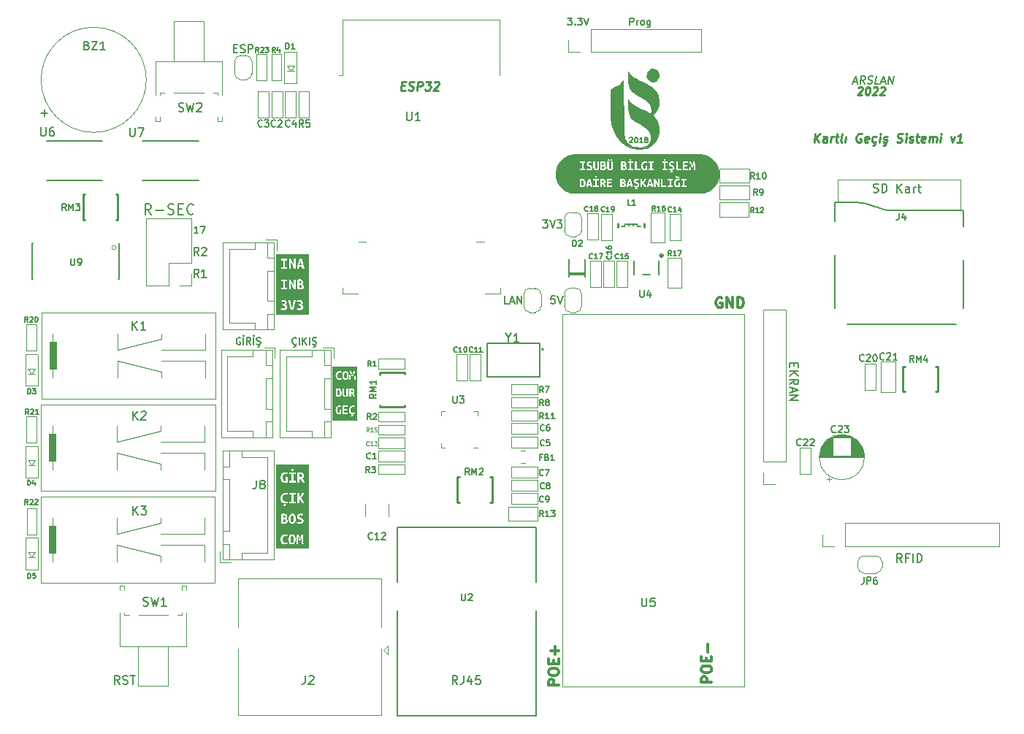
<source format=gbr>
%TF.GenerationSoftware,KiCad,Pcbnew,(6.0.4)*%
%TF.CreationDate,2022-05-20T10:39:20+03:00*%
%TF.ProjectId,KartliGecis_v1,4b617274-6c69-4476-9563-69735f76312e,v1.0*%
%TF.SameCoordinates,Original*%
%TF.FileFunction,Legend,Top*%
%TF.FilePolarity,Positive*%
%FSLAX46Y46*%
G04 Gerber Fmt 4.6, Leading zero omitted, Abs format (unit mm)*
G04 Created by KiCad (PCBNEW (6.0.4)) date 2022-05-20 10:39:20*
%MOMM*%
%LPD*%
G01*
G04 APERTURE LIST*
%ADD10C,0.150000*%
%ADD11C,0.300000*%
%ADD12C,0.200000*%
%ADD13C,0.250000*%
%ADD14C,0.225000*%
%ADD15C,0.125000*%
%ADD16C,0.190500*%
%ADD17C,0.180000*%
%ADD18C,0.158750*%
%ADD19C,0.149860*%
%ADD20C,0.120000*%
%ADD21C,0.254000*%
%ADD22C,0.100000*%
%ADD23C,0.203200*%
%ADD24C,0.127000*%
G04 APERTURE END LIST*
D10*
X114049314Y-66055142D02*
X114606457Y-66055142D01*
X114306457Y-66398000D01*
X114435028Y-66398000D01*
X114520742Y-66440857D01*
X114563600Y-66483714D01*
X114606457Y-66569428D01*
X114606457Y-66783714D01*
X114563600Y-66869428D01*
X114520742Y-66912285D01*
X114435028Y-66955142D01*
X114177885Y-66955142D01*
X114092171Y-66912285D01*
X114049314Y-66869428D01*
X114863600Y-66055142D02*
X115163600Y-66955142D01*
X115463600Y-66055142D01*
X115677885Y-66055142D02*
X116235028Y-66055142D01*
X115935028Y-66398000D01*
X116063600Y-66398000D01*
X116149314Y-66440857D01*
X116192171Y-66483714D01*
X116235028Y-66569428D01*
X116235028Y-66783714D01*
X116192171Y-66869428D01*
X116149314Y-66912285D01*
X116063600Y-66955142D01*
X115806457Y-66955142D01*
X115720742Y-66912285D01*
X115677885Y-66869428D01*
D11*
X134797914Y-75066600D02*
X134683628Y-75009457D01*
X134512200Y-75009457D01*
X134340771Y-75066600D01*
X134226485Y-75180885D01*
X134169342Y-75295171D01*
X134112200Y-75523742D01*
X134112200Y-75695171D01*
X134169342Y-75923742D01*
X134226485Y-76038028D01*
X134340771Y-76152314D01*
X134512200Y-76209457D01*
X134626485Y-76209457D01*
X134797914Y-76152314D01*
X134855057Y-76095171D01*
X134855057Y-75695171D01*
X134626485Y-75695171D01*
X135369342Y-76209457D02*
X135369342Y-75009457D01*
X136055057Y-76209457D01*
X136055057Y-75009457D01*
X136626485Y-76209457D02*
X136626485Y-75009457D01*
X136912200Y-75009457D01*
X137083628Y-75066600D01*
X137197914Y-75180885D01*
X137255057Y-75295171D01*
X137312200Y-75523742D01*
X137312200Y-75695171D01*
X137255057Y-75923742D01*
X137197914Y-76038028D01*
X137083628Y-76152314D01*
X136912200Y-76209457D01*
X136626485Y-76209457D01*
D12*
X68627885Y-65389057D02*
X68227885Y-64817628D01*
X67942171Y-65389057D02*
X67942171Y-64189057D01*
X68399314Y-64189057D01*
X68513600Y-64246200D01*
X68570742Y-64303342D01*
X68627885Y-64417628D01*
X68627885Y-64589057D01*
X68570742Y-64703342D01*
X68513600Y-64760485D01*
X68399314Y-64817628D01*
X67942171Y-64817628D01*
X69142171Y-64931914D02*
X70056457Y-64931914D01*
X70570742Y-65331914D02*
X70742171Y-65389057D01*
X71027885Y-65389057D01*
X71142171Y-65331914D01*
X71199314Y-65274771D01*
X71256457Y-65160485D01*
X71256457Y-65046200D01*
X71199314Y-64931914D01*
X71142171Y-64874771D01*
X71027885Y-64817628D01*
X70799314Y-64760485D01*
X70685028Y-64703342D01*
X70627885Y-64646200D01*
X70570742Y-64531914D01*
X70570742Y-64417628D01*
X70627885Y-64303342D01*
X70685028Y-64246200D01*
X70799314Y-64189057D01*
X71085028Y-64189057D01*
X71256457Y-64246200D01*
X71770742Y-64760485D02*
X72170742Y-64760485D01*
X72342171Y-65389057D02*
X71770742Y-65389057D01*
X71770742Y-64189057D01*
X72342171Y-64189057D01*
X73542171Y-65274771D02*
X73485028Y-65331914D01*
X73313600Y-65389057D01*
X73199314Y-65389057D01*
X73027885Y-65331914D01*
X72913600Y-65217628D01*
X72856457Y-65103342D01*
X72799314Y-64874771D01*
X72799314Y-64703342D01*
X72856457Y-64474771D01*
X72913600Y-64360485D01*
X73027885Y-64246200D01*
X73199314Y-64189057D01*
X73313600Y-64189057D01*
X73485028Y-64246200D01*
X73542171Y-64303342D01*
D13*
X97649946Y-50474571D02*
X97983279Y-50474571D01*
X98060660Y-50998380D02*
X97584470Y-50998380D01*
X97709470Y-49998380D01*
X98185660Y-49998380D01*
X98447565Y-50950761D02*
X98584470Y-50998380D01*
X98822565Y-50998380D01*
X98923755Y-50950761D01*
X98977327Y-50903142D01*
X99036851Y-50807904D01*
X99048755Y-50712666D01*
X99013041Y-50617428D01*
X98971375Y-50569809D01*
X98882089Y-50522190D01*
X98697565Y-50474571D01*
X98608279Y-50426952D01*
X98566613Y-50379333D01*
X98530898Y-50284095D01*
X98542803Y-50188857D01*
X98602327Y-50093619D01*
X98655898Y-50046000D01*
X98757089Y-49998380D01*
X98995184Y-49998380D01*
X99132089Y-50046000D01*
X99441613Y-50998380D02*
X99566613Y-49998380D01*
X99947565Y-49998380D01*
X100036851Y-50046000D01*
X100078517Y-50093619D01*
X100114232Y-50188857D01*
X100096374Y-50331714D01*
X100036851Y-50426952D01*
X99983279Y-50474571D01*
X99882089Y-50522190D01*
X99501136Y-50522190D01*
X100471375Y-49998380D02*
X101090422Y-49998380D01*
X100709470Y-50379333D01*
X100852327Y-50379333D01*
X100941613Y-50426952D01*
X100983279Y-50474571D01*
X101018994Y-50569809D01*
X100989232Y-50807904D01*
X100929708Y-50903142D01*
X100876136Y-50950761D01*
X100774946Y-50998380D01*
X100489232Y-50998380D01*
X100399946Y-50950761D01*
X100358279Y-50903142D01*
X101459470Y-50093619D02*
X101513041Y-50046000D01*
X101614232Y-49998380D01*
X101852327Y-49998380D01*
X101941613Y-50046000D01*
X101983279Y-50093619D01*
X102018994Y-50188857D01*
X102007089Y-50284095D01*
X101941613Y-50426952D01*
X101298755Y-50998380D01*
X101917803Y-50998380D01*
D10*
X74170400Y-70130142D02*
X73870400Y-69701571D01*
X73656114Y-70130142D02*
X73656114Y-69230142D01*
X73998971Y-69230142D01*
X74084685Y-69273000D01*
X74127542Y-69315857D01*
X74170400Y-69401571D01*
X74170400Y-69530142D01*
X74127542Y-69615857D01*
X74084685Y-69658714D01*
X73998971Y-69701571D01*
X73656114Y-69701571D01*
X74513257Y-69315857D02*
X74556114Y-69273000D01*
X74641828Y-69230142D01*
X74856114Y-69230142D01*
X74941828Y-69273000D01*
X74984685Y-69315857D01*
X75027542Y-69401571D01*
X75027542Y-69487285D01*
X74984685Y-69615857D01*
X74470400Y-70130142D01*
X75027542Y-70130142D01*
X143175028Y-82618533D02*
X143175028Y-82951866D01*
X142651219Y-83094723D02*
X142651219Y-82618533D01*
X143651219Y-82618533D01*
X143651219Y-83094723D01*
X142651219Y-83523295D02*
X143651219Y-83523295D01*
X142651219Y-84094723D02*
X143222647Y-83666152D01*
X143651219Y-84094723D02*
X143079790Y-83523295D01*
X142651219Y-85094723D02*
X143127409Y-84761390D01*
X142651219Y-84523295D02*
X143651219Y-84523295D01*
X143651219Y-84904247D01*
X143603600Y-84999485D01*
X143555980Y-85047104D01*
X143460742Y-85094723D01*
X143317885Y-85094723D01*
X143222647Y-85047104D01*
X143175028Y-84999485D01*
X143127409Y-84904247D01*
X143127409Y-84523295D01*
X142936933Y-85475676D02*
X142936933Y-85951866D01*
X142651219Y-85380438D02*
X143651219Y-85713771D01*
X142651219Y-86047104D01*
X142651219Y-86380438D02*
X143651219Y-86380438D01*
X142651219Y-86951866D01*
X143651219Y-86951866D01*
X110013028Y-75743542D02*
X109584457Y-75743542D01*
X109584457Y-74843542D01*
X110270171Y-75486400D02*
X110698742Y-75486400D01*
X110184457Y-75743542D02*
X110484457Y-74843542D01*
X110784457Y-75743542D01*
X111084457Y-75743542D02*
X111084457Y-74843542D01*
X111598742Y-75743542D01*
X111598742Y-74843542D01*
D13*
X145484908Y-57018180D02*
X145609908Y-56018180D01*
X146056336Y-57018180D02*
X145699194Y-56446752D01*
X146181336Y-56018180D02*
X145538479Y-56589609D01*
X146913479Y-57018180D02*
X146978955Y-56494371D01*
X146943241Y-56399133D01*
X146853955Y-56351514D01*
X146663479Y-56351514D01*
X146562289Y-56399133D01*
X146919432Y-56970561D02*
X146818241Y-57018180D01*
X146580146Y-57018180D01*
X146490860Y-56970561D01*
X146455146Y-56875323D01*
X146467051Y-56780085D01*
X146526575Y-56684847D01*
X146627765Y-56637228D01*
X146865860Y-56637228D01*
X146967051Y-56589609D01*
X147389670Y-57018180D02*
X147473003Y-56351514D01*
X147449194Y-56541990D02*
X147508717Y-56446752D01*
X147562289Y-56399133D01*
X147663479Y-56351514D01*
X147758717Y-56351514D01*
X147949194Y-56351514D02*
X148330146Y-56351514D01*
X148133717Y-56018180D02*
X148026575Y-56875323D01*
X148062289Y-56970561D01*
X148151575Y-57018180D01*
X148246813Y-57018180D01*
X148723003Y-57018180D02*
X148633717Y-56970561D01*
X148598003Y-56875323D01*
X148705146Y-56018180D01*
X149103955Y-57018180D02*
X149187289Y-56351514D01*
X150984908Y-56065800D02*
X150895622Y-56018180D01*
X150752765Y-56018180D01*
X150603955Y-56065800D01*
X150496813Y-56161038D01*
X150437289Y-56256276D01*
X150365860Y-56446752D01*
X150348003Y-56589609D01*
X150371813Y-56780085D01*
X150407527Y-56875323D01*
X150490860Y-56970561D01*
X150627765Y-57018180D01*
X150723003Y-57018180D01*
X150871813Y-56970561D01*
X150925384Y-56922942D01*
X150967051Y-56589609D01*
X150776575Y-56589609D01*
X151728955Y-56970561D02*
X151627765Y-57018180D01*
X151437289Y-57018180D01*
X151348003Y-56970561D01*
X151312289Y-56875323D01*
X151359908Y-56494371D01*
X151419432Y-56399133D01*
X151520622Y-56351514D01*
X151711098Y-56351514D01*
X151800384Y-56399133D01*
X151836098Y-56494371D01*
X151824194Y-56589609D01*
X151336098Y-56684847D01*
X152633717Y-56970561D02*
X152532527Y-57018180D01*
X152342051Y-57018180D01*
X152252765Y-56970561D01*
X152211098Y-56922942D01*
X152175384Y-56827704D01*
X152211098Y-56541990D01*
X152270622Y-56446752D01*
X152324194Y-56399133D01*
X152425384Y-56351514D01*
X152615860Y-56351514D01*
X152705146Y-56399133D01*
X152431336Y-57065800D02*
X152520622Y-57113419D01*
X152556336Y-57208657D01*
X152496813Y-57303895D01*
X152395622Y-57351514D01*
X152252765Y-57351514D01*
X153056336Y-57018180D02*
X153139670Y-56351514D01*
X153181336Y-56018180D02*
X153127765Y-56065800D01*
X153169432Y-56113419D01*
X153223003Y-56065800D01*
X153181336Y-56018180D01*
X153169432Y-56113419D01*
X153490860Y-56970561D02*
X153580146Y-57018180D01*
X153770622Y-57018180D01*
X153871813Y-56970561D01*
X153931336Y-56875323D01*
X153937289Y-56827704D01*
X153901575Y-56732466D01*
X153812289Y-56684847D01*
X153669432Y-56684847D01*
X153580146Y-56637228D01*
X153544432Y-56541990D01*
X153550384Y-56494371D01*
X153609908Y-56399133D01*
X153711098Y-56351514D01*
X153853955Y-56351514D01*
X153943241Y-56399133D01*
X153669432Y-57065800D02*
X153758717Y-57113419D01*
X153794432Y-57208657D01*
X153734908Y-57303895D01*
X153633717Y-57351514D01*
X153490860Y-57351514D01*
X155062289Y-56970561D02*
X155199194Y-57018180D01*
X155437289Y-57018180D01*
X155538479Y-56970561D01*
X155592051Y-56922942D01*
X155651575Y-56827704D01*
X155663479Y-56732466D01*
X155627765Y-56637228D01*
X155586098Y-56589609D01*
X155496813Y-56541990D01*
X155312289Y-56494371D01*
X155223003Y-56446752D01*
X155181336Y-56399133D01*
X155145622Y-56303895D01*
X155157527Y-56208657D01*
X155217051Y-56113419D01*
X155270622Y-56065800D01*
X155371813Y-56018180D01*
X155609908Y-56018180D01*
X155746813Y-56065800D01*
X156056336Y-57018180D02*
X156139670Y-56351514D01*
X156181336Y-56018180D02*
X156127765Y-56065800D01*
X156169432Y-56113419D01*
X156223003Y-56065800D01*
X156181336Y-56018180D01*
X156169432Y-56113419D01*
X156490860Y-56970561D02*
X156580146Y-57018180D01*
X156770622Y-57018180D01*
X156871813Y-56970561D01*
X156931336Y-56875323D01*
X156937289Y-56827704D01*
X156901574Y-56732466D01*
X156812289Y-56684847D01*
X156669432Y-56684847D01*
X156580146Y-56637228D01*
X156544432Y-56541990D01*
X156550384Y-56494371D01*
X156609908Y-56399133D01*
X156711098Y-56351514D01*
X156853955Y-56351514D01*
X156943241Y-56399133D01*
X157282527Y-56351514D02*
X157663479Y-56351514D01*
X157467051Y-56018180D02*
X157359908Y-56875323D01*
X157395622Y-56970561D01*
X157484908Y-57018180D01*
X157580146Y-57018180D01*
X158300384Y-56970561D02*
X158199194Y-57018180D01*
X158008717Y-57018180D01*
X157919432Y-56970561D01*
X157883717Y-56875323D01*
X157931336Y-56494371D01*
X157990860Y-56399133D01*
X158092051Y-56351514D01*
X158282527Y-56351514D01*
X158371813Y-56399133D01*
X158407527Y-56494371D01*
X158395622Y-56589609D01*
X157907527Y-56684847D01*
X158770622Y-57018180D02*
X158853955Y-56351514D01*
X158842051Y-56446752D02*
X158895622Y-56399133D01*
X158996813Y-56351514D01*
X159139670Y-56351514D01*
X159228955Y-56399133D01*
X159264670Y-56494371D01*
X159199194Y-57018180D01*
X159264670Y-56494371D02*
X159324194Y-56399133D01*
X159425384Y-56351514D01*
X159568241Y-56351514D01*
X159657527Y-56399133D01*
X159693241Y-56494371D01*
X159627765Y-57018180D01*
X160103955Y-57018180D02*
X160187289Y-56351514D01*
X160228955Y-56018180D02*
X160175384Y-56065800D01*
X160217051Y-56113419D01*
X160270622Y-56065800D01*
X160228955Y-56018180D01*
X160217051Y-56113419D01*
X161330146Y-56351514D02*
X161484908Y-57018180D01*
X161806336Y-56351514D01*
X162627765Y-57018180D02*
X162056336Y-57018180D01*
X162342051Y-57018180D02*
X162467051Y-56018180D01*
X162353955Y-56161038D01*
X162246813Y-56256276D01*
X162145622Y-56303895D01*
D10*
X155657657Y-105709980D02*
X155324323Y-105233790D01*
X155086228Y-105709980D02*
X155086228Y-104709980D01*
X155467180Y-104709980D01*
X155562419Y-104757600D01*
X155610038Y-104805219D01*
X155657657Y-104900457D01*
X155657657Y-105043314D01*
X155610038Y-105138552D01*
X155562419Y-105186171D01*
X155467180Y-105233790D01*
X155086228Y-105233790D01*
X156419561Y-105186171D02*
X156086228Y-105186171D01*
X156086228Y-105709980D02*
X156086228Y-104709980D01*
X156562419Y-104709980D01*
X156943371Y-105709980D02*
X156943371Y-104709980D01*
X157419561Y-105709980D02*
X157419561Y-104709980D01*
X157657657Y-104709980D01*
X157800514Y-104757600D01*
X157895752Y-104852838D01*
X157943371Y-104948076D01*
X157990990Y-105138552D01*
X157990990Y-105281409D01*
X157943371Y-105471885D01*
X157895752Y-105567123D01*
X157800514Y-105662361D01*
X157657657Y-105709980D01*
X157419561Y-105709980D01*
D14*
X150619723Y-50697657D02*
X150667937Y-50654800D01*
X150759008Y-50611942D01*
X150973294Y-50611942D01*
X151053651Y-50654800D01*
X151091151Y-50697657D01*
X151123294Y-50783371D01*
X151112580Y-50869085D01*
X151053651Y-50997657D01*
X150475080Y-51511942D01*
X151032223Y-51511942D01*
X151701866Y-50611942D02*
X151787580Y-50611942D01*
X151867937Y-50654800D01*
X151905437Y-50697657D01*
X151937580Y-50783371D01*
X151959008Y-50954800D01*
X151932223Y-51169085D01*
X151867937Y-51340514D01*
X151814366Y-51426228D01*
X151766151Y-51469085D01*
X151675080Y-51511942D01*
X151589366Y-51511942D01*
X151509008Y-51469085D01*
X151471508Y-51426228D01*
X151439366Y-51340514D01*
X151417937Y-51169085D01*
X151444723Y-50954800D01*
X151509008Y-50783371D01*
X151562580Y-50697657D01*
X151610794Y-50654800D01*
X151701866Y-50611942D01*
X152334008Y-50697657D02*
X152382223Y-50654800D01*
X152473294Y-50611942D01*
X152687580Y-50611942D01*
X152767937Y-50654800D01*
X152805437Y-50697657D01*
X152837580Y-50783371D01*
X152826866Y-50869085D01*
X152767937Y-50997657D01*
X152189366Y-51511942D01*
X152746508Y-51511942D01*
X153191151Y-50697657D02*
X153239366Y-50654800D01*
X153330437Y-50611942D01*
X153544723Y-50611942D01*
X153625080Y-50654800D01*
X153662580Y-50697657D01*
X153694723Y-50783371D01*
X153684008Y-50869085D01*
X153625080Y-50997657D01*
X153046508Y-51511942D01*
X153603651Y-51511942D01*
D12*
X85445714Y-80397314D02*
X85407619Y-80435409D01*
X85293333Y-80473504D01*
X85217142Y-80473504D01*
X85102857Y-80435409D01*
X85026666Y-80359219D01*
X84988571Y-80283028D01*
X84950476Y-80130647D01*
X84950476Y-80016361D01*
X84988571Y-79863980D01*
X85026666Y-79787790D01*
X85102857Y-79711600D01*
X85217142Y-79673504D01*
X85293333Y-79673504D01*
X85407619Y-79711600D01*
X85445714Y-79749695D01*
X85255238Y-80511600D02*
X85331428Y-80549695D01*
X85369523Y-80625885D01*
X85331428Y-80702076D01*
X85255238Y-80740171D01*
X85140952Y-80740171D01*
X85788571Y-80473504D02*
X85788571Y-79673504D01*
X86169523Y-80473504D02*
X86169523Y-79673504D01*
X86626666Y-80473504D02*
X86283809Y-80016361D01*
X86626666Y-79673504D02*
X86169523Y-80130647D01*
X86969523Y-80473504D02*
X86969523Y-79673504D01*
X87312380Y-80435409D02*
X87426666Y-80473504D01*
X87617142Y-80473504D01*
X87693333Y-80435409D01*
X87731428Y-80397314D01*
X87769523Y-80321123D01*
X87769523Y-80244933D01*
X87731428Y-80168742D01*
X87693333Y-80130647D01*
X87617142Y-80092552D01*
X87464761Y-80054457D01*
X87388571Y-80016361D01*
X87350476Y-79978266D01*
X87312380Y-79902076D01*
X87312380Y-79825885D01*
X87350476Y-79749695D01*
X87388571Y-79711600D01*
X87464761Y-79673504D01*
X87655238Y-79673504D01*
X87769523Y-79711600D01*
X87540952Y-80511600D02*
X87617142Y-80549695D01*
X87655238Y-80625885D01*
X87617142Y-80702076D01*
X87540952Y-80740171D01*
X87426666Y-80740171D01*
D11*
X133613457Y-119652771D02*
X132413457Y-119652771D01*
X132413457Y-119195628D01*
X132470600Y-119081342D01*
X132527742Y-119024200D01*
X132642028Y-118967057D01*
X132813457Y-118967057D01*
X132927742Y-119024200D01*
X132984885Y-119081342D01*
X133042028Y-119195628D01*
X133042028Y-119652771D01*
X132413457Y-118224200D02*
X132413457Y-117995628D01*
X132470600Y-117881342D01*
X132584885Y-117767057D01*
X132813457Y-117709914D01*
X133213457Y-117709914D01*
X133442028Y-117767057D01*
X133556314Y-117881342D01*
X133613457Y-117995628D01*
X133613457Y-118224200D01*
X133556314Y-118338485D01*
X133442028Y-118452771D01*
X133213457Y-118509914D01*
X132813457Y-118509914D01*
X132584885Y-118452771D01*
X132470600Y-118338485D01*
X132413457Y-118224200D01*
X132984885Y-117195628D02*
X132984885Y-116795628D01*
X133613457Y-116624200D02*
X133613457Y-117195628D01*
X132413457Y-117195628D01*
X132413457Y-116624200D01*
X133156314Y-116109914D02*
X133156314Y-115195628D01*
D12*
X74076353Y-67544904D02*
X73619210Y-67544904D01*
X73847781Y-67544904D02*
X73847781Y-66744904D01*
X73771591Y-66859190D01*
X73695400Y-66935380D01*
X73619210Y-66973476D01*
X74343019Y-66744904D02*
X74876353Y-66744904D01*
X74533495Y-67544904D01*
D10*
X115449371Y-74843542D02*
X115020800Y-74843542D01*
X114977942Y-75272114D01*
X115020800Y-75229257D01*
X115106514Y-75186400D01*
X115320800Y-75186400D01*
X115406514Y-75229257D01*
X115449371Y-75272114D01*
X115492228Y-75357828D01*
X115492228Y-75572114D01*
X115449371Y-75657828D01*
X115406514Y-75700685D01*
X115320800Y-75743542D01*
X115106514Y-75743542D01*
X115020800Y-75700685D01*
X114977942Y-75657828D01*
X115749371Y-74843542D02*
X116049371Y-75743542D01*
X116349371Y-74843542D01*
D12*
X150032651Y-49984800D02*
X150461223Y-49984800D01*
X149914794Y-50241942D02*
X150327294Y-49341942D01*
X150514794Y-50241942D01*
X151329080Y-50241942D02*
X151082651Y-49813371D01*
X150814794Y-50241942D02*
X150927294Y-49341942D01*
X151270151Y-49341942D01*
X151350508Y-49384800D01*
X151388008Y-49427657D01*
X151420151Y-49513371D01*
X151404080Y-49641942D01*
X151350508Y-49727657D01*
X151302294Y-49770514D01*
X151211223Y-49813371D01*
X150868366Y-49813371D01*
X151677294Y-50199085D02*
X151800508Y-50241942D01*
X152014794Y-50241942D01*
X152105866Y-50199085D01*
X152154080Y-50156228D01*
X152207651Y-50070514D01*
X152218366Y-49984800D01*
X152186223Y-49899085D01*
X152148723Y-49856228D01*
X152068366Y-49813371D01*
X151902294Y-49770514D01*
X151821937Y-49727657D01*
X151784437Y-49684800D01*
X151752294Y-49599085D01*
X151763008Y-49513371D01*
X151816580Y-49427657D01*
X151864794Y-49384800D01*
X151955866Y-49341942D01*
X152170151Y-49341942D01*
X152293366Y-49384800D01*
X153000508Y-50241942D02*
X152571937Y-50241942D01*
X152684437Y-49341942D01*
X153289794Y-49984800D02*
X153718366Y-49984800D01*
X153171937Y-50241942D02*
X153584437Y-49341942D01*
X153771937Y-50241942D01*
X154071937Y-50241942D02*
X154184437Y-49341942D01*
X154586223Y-50241942D01*
X154698723Y-49341942D01*
D10*
X78227371Y-46163714D02*
X78527371Y-46163714D01*
X78655942Y-46635142D02*
X78227371Y-46635142D01*
X78227371Y-45735142D01*
X78655942Y-45735142D01*
X78998800Y-46592285D02*
X79127371Y-46635142D01*
X79341657Y-46635142D01*
X79427371Y-46592285D01*
X79470228Y-46549428D01*
X79513085Y-46463714D01*
X79513085Y-46378000D01*
X79470228Y-46292285D01*
X79427371Y-46249428D01*
X79341657Y-46206571D01*
X79170228Y-46163714D01*
X79084514Y-46120857D01*
X79041657Y-46078000D01*
X78998800Y-45992285D01*
X78998800Y-45906571D01*
X79041657Y-45820857D01*
X79084514Y-45778000D01*
X79170228Y-45735142D01*
X79384514Y-45735142D01*
X79513085Y-45778000D01*
X79898800Y-46635142D02*
X79898800Y-45735142D01*
X80241657Y-45735142D01*
X80327371Y-45778000D01*
X80370228Y-45820857D01*
X80413085Y-45906571D01*
X80413085Y-46035142D01*
X80370228Y-46120857D01*
X80327371Y-46163714D01*
X80241657Y-46206571D01*
X79898800Y-46206571D01*
X116929047Y-42614904D02*
X117424285Y-42614904D01*
X117157619Y-42919666D01*
X117271904Y-42919666D01*
X117348095Y-42957761D01*
X117386190Y-42995857D01*
X117424285Y-43072047D01*
X117424285Y-43262523D01*
X117386190Y-43338714D01*
X117348095Y-43376809D01*
X117271904Y-43414904D01*
X117043333Y-43414904D01*
X116967142Y-43376809D01*
X116929047Y-43338714D01*
X117767142Y-43338714D02*
X117805238Y-43376809D01*
X117767142Y-43414904D01*
X117729047Y-43376809D01*
X117767142Y-43338714D01*
X117767142Y-43414904D01*
X118071904Y-42614904D02*
X118567142Y-42614904D01*
X118300476Y-42919666D01*
X118414761Y-42919666D01*
X118490952Y-42957761D01*
X118529047Y-42995857D01*
X118567142Y-43072047D01*
X118567142Y-43262523D01*
X118529047Y-43338714D01*
X118490952Y-43376809D01*
X118414761Y-43414904D01*
X118186190Y-43414904D01*
X118110000Y-43376809D01*
X118071904Y-43338714D01*
X118795714Y-42614904D02*
X119062380Y-43414904D01*
X119329047Y-42614904D01*
X74170400Y-72670142D02*
X73870400Y-72241571D01*
X73656114Y-72670142D02*
X73656114Y-71770142D01*
X73998971Y-71770142D01*
X74084685Y-71813000D01*
X74127542Y-71855857D01*
X74170400Y-71941571D01*
X74170400Y-72070142D01*
X74127542Y-72155857D01*
X74084685Y-72198714D01*
X73998971Y-72241571D01*
X73656114Y-72241571D01*
X75027542Y-72670142D02*
X74513257Y-72670142D01*
X74770400Y-72670142D02*
X74770400Y-71770142D01*
X74684685Y-71898714D01*
X74598971Y-71984428D01*
X74513257Y-72027285D01*
X64958980Y-119857780D02*
X64625647Y-119381590D01*
X64387552Y-119857780D02*
X64387552Y-118857780D01*
X64768504Y-118857780D01*
X64863742Y-118905400D01*
X64911361Y-118953019D01*
X64958980Y-119048257D01*
X64958980Y-119191114D01*
X64911361Y-119286352D01*
X64863742Y-119333971D01*
X64768504Y-119381590D01*
X64387552Y-119381590D01*
X65339933Y-119810161D02*
X65482790Y-119857780D01*
X65720885Y-119857780D01*
X65816123Y-119810161D01*
X65863742Y-119762542D01*
X65911361Y-119667304D01*
X65911361Y-119572066D01*
X65863742Y-119476828D01*
X65816123Y-119429209D01*
X65720885Y-119381590D01*
X65530409Y-119333971D01*
X65435171Y-119286352D01*
X65387552Y-119238733D01*
X65339933Y-119143495D01*
X65339933Y-119048257D01*
X65387552Y-118953019D01*
X65435171Y-118905400D01*
X65530409Y-118857780D01*
X65768504Y-118857780D01*
X65911361Y-118905400D01*
X66197076Y-118857780D02*
X66768504Y-118857780D01*
X66482790Y-119857780D02*
X66482790Y-118857780D01*
D12*
X78956019Y-79711600D02*
X78879828Y-79673504D01*
X78765542Y-79673504D01*
X78651257Y-79711600D01*
X78575066Y-79787790D01*
X78536971Y-79863980D01*
X78498876Y-80016361D01*
X78498876Y-80130647D01*
X78536971Y-80283028D01*
X78575066Y-80359219D01*
X78651257Y-80435409D01*
X78765542Y-80473504D01*
X78841733Y-80473504D01*
X78956019Y-80435409D01*
X78994114Y-80397314D01*
X78994114Y-80130647D01*
X78841733Y-80130647D01*
X79336971Y-80473504D02*
X79336971Y-79673504D01*
X79336971Y-79406838D02*
X79298876Y-79444933D01*
X79336971Y-79483028D01*
X79375066Y-79444933D01*
X79336971Y-79406838D01*
X79336971Y-79483028D01*
X80175066Y-80473504D02*
X79908400Y-80092552D01*
X79717923Y-80473504D02*
X79717923Y-79673504D01*
X80022685Y-79673504D01*
X80098876Y-79711600D01*
X80136971Y-79749695D01*
X80175066Y-79825885D01*
X80175066Y-79940171D01*
X80136971Y-80016361D01*
X80098876Y-80054457D01*
X80022685Y-80092552D01*
X79717923Y-80092552D01*
X80517923Y-80473504D02*
X80517923Y-79673504D01*
X80517923Y-79406838D02*
X80479828Y-79444933D01*
X80517923Y-79483028D01*
X80556019Y-79444933D01*
X80517923Y-79406838D01*
X80517923Y-79483028D01*
X80860780Y-80435409D02*
X80975066Y-80473504D01*
X81165542Y-80473504D01*
X81241733Y-80435409D01*
X81279828Y-80397314D01*
X81317923Y-80321123D01*
X81317923Y-80244933D01*
X81279828Y-80168742D01*
X81241733Y-80130647D01*
X81165542Y-80092552D01*
X81013161Y-80054457D01*
X80936971Y-80016361D01*
X80898876Y-79978266D01*
X80860780Y-79902076D01*
X80860780Y-79825885D01*
X80898876Y-79749695D01*
X80936971Y-79711600D01*
X81013161Y-79673504D01*
X81203638Y-79673504D01*
X81317923Y-79711600D01*
X81089352Y-80511600D02*
X81165542Y-80549695D01*
X81203638Y-80625885D01*
X81165542Y-80702076D01*
X81089352Y-80740171D01*
X80975066Y-80740171D01*
D11*
X115884257Y-119957571D02*
X114684257Y-119957571D01*
X114684257Y-119500428D01*
X114741400Y-119386142D01*
X114798542Y-119329000D01*
X114912828Y-119271857D01*
X115084257Y-119271857D01*
X115198542Y-119329000D01*
X115255685Y-119386142D01*
X115312828Y-119500428D01*
X115312828Y-119957571D01*
X114684257Y-118529000D02*
X114684257Y-118300428D01*
X114741400Y-118186142D01*
X114855685Y-118071857D01*
X115084257Y-118014714D01*
X115484257Y-118014714D01*
X115712828Y-118071857D01*
X115827114Y-118186142D01*
X115884257Y-118300428D01*
X115884257Y-118529000D01*
X115827114Y-118643285D01*
X115712828Y-118757571D01*
X115484257Y-118814714D01*
X115084257Y-118814714D01*
X114855685Y-118757571D01*
X114741400Y-118643285D01*
X114684257Y-118529000D01*
X115255685Y-117500428D02*
X115255685Y-117100428D01*
X115884257Y-116929000D02*
X115884257Y-117500428D01*
X114684257Y-117500428D01*
X114684257Y-116929000D01*
X115427114Y-116414714D02*
X115427114Y-115500428D01*
X115884257Y-115957571D02*
X114969971Y-115957571D01*
D10*
%TO.C,BZ1*%
X61161247Y-45800971D02*
X61304104Y-45848590D01*
X61351723Y-45896209D01*
X61399342Y-45991447D01*
X61399342Y-46134304D01*
X61351723Y-46229542D01*
X61304104Y-46277161D01*
X61208866Y-46324780D01*
X60827914Y-46324780D01*
X60827914Y-45324780D01*
X61161247Y-45324780D01*
X61256485Y-45372400D01*
X61304104Y-45420019D01*
X61351723Y-45515257D01*
X61351723Y-45610495D01*
X61304104Y-45705733D01*
X61256485Y-45753352D01*
X61161247Y-45800971D01*
X60827914Y-45800971D01*
X61732676Y-45324780D02*
X62399342Y-45324780D01*
X61732676Y-46324780D01*
X62399342Y-46324780D01*
X63304104Y-46324780D02*
X62732676Y-46324780D01*
X63018390Y-46324780D02*
X63018390Y-45324780D01*
X62923152Y-45467638D01*
X62827914Y-45562876D01*
X62732676Y-45610495D01*
X55870047Y-53614628D02*
X56631952Y-53614628D01*
X56251000Y-53995580D02*
X56251000Y-53233676D01*
%TO.C,C1*%
X94041133Y-93671200D02*
X94007800Y-93704533D01*
X93907800Y-93737866D01*
X93841133Y-93737866D01*
X93741133Y-93704533D01*
X93674466Y-93637866D01*
X93641133Y-93571200D01*
X93607800Y-93437866D01*
X93607800Y-93337866D01*
X93641133Y-93204533D01*
X93674466Y-93137866D01*
X93741133Y-93071200D01*
X93841133Y-93037866D01*
X93907800Y-93037866D01*
X94007800Y-93071200D01*
X94041133Y-93104533D01*
X94707800Y-93737866D02*
X94307800Y-93737866D01*
X94507800Y-93737866D02*
X94507800Y-93037866D01*
X94441133Y-93137866D01*
X94374466Y-93204533D01*
X94307800Y-93237866D01*
%TO.C,C7*%
X114078600Y-95601600D02*
X114045267Y-95634933D01*
X113945267Y-95668266D01*
X113878600Y-95668266D01*
X113778600Y-95634933D01*
X113711933Y-95568266D01*
X113678600Y-95501600D01*
X113645267Y-95368266D01*
X113645267Y-95268266D01*
X113678600Y-95134933D01*
X113711933Y-95068266D01*
X113778600Y-95001600D01*
X113878600Y-94968266D01*
X113945267Y-94968266D01*
X114045267Y-95001600D01*
X114078600Y-95034933D01*
X114311933Y-94968266D02*
X114778600Y-94968266D01*
X114478600Y-95668266D01*
%TO.C,C8*%
X114176219Y-97125600D02*
X114142886Y-97158933D01*
X114042886Y-97192266D01*
X113976219Y-97192266D01*
X113876219Y-97158933D01*
X113809552Y-97092266D01*
X113776219Y-97025600D01*
X113742886Y-96892266D01*
X113742886Y-96792266D01*
X113776219Y-96658933D01*
X113809552Y-96592266D01*
X113876219Y-96525600D01*
X113976219Y-96492266D01*
X114042886Y-96492266D01*
X114142886Y-96525600D01*
X114176219Y-96558933D01*
X114576219Y-96792266D02*
X114509552Y-96758933D01*
X114476219Y-96725600D01*
X114442886Y-96658933D01*
X114442886Y-96625600D01*
X114476219Y-96558933D01*
X114509552Y-96525600D01*
X114576219Y-96492266D01*
X114709552Y-96492266D01*
X114776219Y-96525600D01*
X114809552Y-96558933D01*
X114842886Y-96625600D01*
X114842886Y-96658933D01*
X114809552Y-96725600D01*
X114776219Y-96758933D01*
X114709552Y-96792266D01*
X114576219Y-96792266D01*
X114509552Y-96825600D01*
X114476219Y-96858933D01*
X114442886Y-96925600D01*
X114442886Y-97058933D01*
X114476219Y-97125600D01*
X114509552Y-97158933D01*
X114576219Y-97192266D01*
X114709552Y-97192266D01*
X114776219Y-97158933D01*
X114809552Y-97125600D01*
X114842886Y-97058933D01*
X114842886Y-96925600D01*
X114809552Y-96858933D01*
X114776219Y-96825600D01*
X114709552Y-96792266D01*
%TO.C,C9*%
X114078600Y-98675000D02*
X114045267Y-98708333D01*
X113945267Y-98741666D01*
X113878600Y-98741666D01*
X113778600Y-98708333D01*
X113711933Y-98641666D01*
X113678600Y-98575000D01*
X113645267Y-98441666D01*
X113645267Y-98341666D01*
X113678600Y-98208333D01*
X113711933Y-98141666D01*
X113778600Y-98075000D01*
X113878600Y-98041666D01*
X113945267Y-98041666D01*
X114045267Y-98075000D01*
X114078600Y-98108333D01*
X114411933Y-98741666D02*
X114545267Y-98741666D01*
X114611933Y-98708333D01*
X114645267Y-98675000D01*
X114711933Y-98575000D01*
X114745267Y-98441666D01*
X114745267Y-98175000D01*
X114711933Y-98108333D01*
X114678600Y-98075000D01*
X114611933Y-98041666D01*
X114478600Y-98041666D01*
X114411933Y-98075000D01*
X114378600Y-98108333D01*
X114345267Y-98175000D01*
X114345267Y-98341666D01*
X114378600Y-98408333D01*
X114411933Y-98441666D01*
X114478600Y-98475000D01*
X114611933Y-98475000D01*
X114678600Y-98441666D01*
X114711933Y-98408333D01*
X114745267Y-98341666D01*
%TO.C,C12*%
X94278514Y-103003314D02*
X94240419Y-103041409D01*
X94126133Y-103079504D01*
X94049942Y-103079504D01*
X93935657Y-103041409D01*
X93859466Y-102965219D01*
X93821371Y-102889028D01*
X93783276Y-102736647D01*
X93783276Y-102622361D01*
X93821371Y-102469980D01*
X93859466Y-102393790D01*
X93935657Y-102317600D01*
X94049942Y-102279504D01*
X94126133Y-102279504D01*
X94240419Y-102317600D01*
X94278514Y-102355695D01*
X95040419Y-103079504D02*
X94583276Y-103079504D01*
X94811847Y-103079504D02*
X94811847Y-102279504D01*
X94735657Y-102393790D01*
X94659466Y-102469980D01*
X94583276Y-102508076D01*
X95345180Y-102355695D02*
X95383276Y-102317600D01*
X95459466Y-102279504D01*
X95649942Y-102279504D01*
X95726133Y-102317600D01*
X95764228Y-102355695D01*
X95802323Y-102431885D01*
X95802323Y-102508076D01*
X95764228Y-102622361D01*
X95307085Y-103079504D01*
X95802323Y-103079504D01*
D15*
%TO.C,C13*%
X93856814Y-92126571D02*
X93833004Y-92150380D01*
X93761576Y-92174190D01*
X93713957Y-92174190D01*
X93642528Y-92150380D01*
X93594909Y-92102761D01*
X93571100Y-92055142D01*
X93547290Y-91959904D01*
X93547290Y-91888476D01*
X93571100Y-91793238D01*
X93594909Y-91745619D01*
X93642528Y-91698000D01*
X93713957Y-91674190D01*
X93761576Y-91674190D01*
X93833004Y-91698000D01*
X93856814Y-91721809D01*
X94333004Y-92174190D02*
X94047290Y-92174190D01*
X94190147Y-92174190D02*
X94190147Y-91674190D01*
X94142528Y-91745619D01*
X94094909Y-91793238D01*
X94047290Y-91817047D01*
X94499671Y-91674190D02*
X94809195Y-91674190D01*
X94642528Y-91864666D01*
X94713957Y-91864666D01*
X94761576Y-91888476D01*
X94785385Y-91912285D01*
X94809195Y-91959904D01*
X94809195Y-92078952D01*
X94785385Y-92126571D01*
X94761576Y-92150380D01*
X94713957Y-92174190D01*
X94571100Y-92174190D01*
X94523481Y-92150380D01*
X94499671Y-92126571D01*
D10*
%TO.C,C14*%
X128951085Y-65028885D02*
X128922514Y-65057457D01*
X128836800Y-65086028D01*
X128779657Y-65086028D01*
X128693942Y-65057457D01*
X128636800Y-65000314D01*
X128608228Y-64943171D01*
X128579657Y-64828885D01*
X128579657Y-64743171D01*
X128608228Y-64628885D01*
X128636800Y-64571742D01*
X128693942Y-64514600D01*
X128779657Y-64486028D01*
X128836800Y-64486028D01*
X128922514Y-64514600D01*
X128951085Y-64543171D01*
X129522514Y-65086028D02*
X129179657Y-65086028D01*
X129351085Y-65086028D02*
X129351085Y-64486028D01*
X129293942Y-64571742D01*
X129236800Y-64628885D01*
X129179657Y-64657457D01*
X130036800Y-64686028D02*
X130036800Y-65086028D01*
X129893942Y-64457457D02*
X129751085Y-64886028D01*
X130122514Y-64886028D01*
%TO.C,C20*%
X151250714Y-82327714D02*
X151212619Y-82365809D01*
X151098333Y-82403904D01*
X151022142Y-82403904D01*
X150907857Y-82365809D01*
X150831666Y-82289619D01*
X150793571Y-82213428D01*
X150755476Y-82061047D01*
X150755476Y-81946761D01*
X150793571Y-81794380D01*
X150831666Y-81718190D01*
X150907857Y-81642000D01*
X151022142Y-81603904D01*
X151098333Y-81603904D01*
X151212619Y-81642000D01*
X151250714Y-81680095D01*
X151555476Y-81680095D02*
X151593571Y-81642000D01*
X151669761Y-81603904D01*
X151860238Y-81603904D01*
X151936428Y-81642000D01*
X151974523Y-81680095D01*
X152012619Y-81756285D01*
X152012619Y-81832476D01*
X151974523Y-81946761D01*
X151517380Y-82403904D01*
X152012619Y-82403904D01*
X152507857Y-81603904D02*
X152584047Y-81603904D01*
X152660238Y-81642000D01*
X152698333Y-81680095D01*
X152736428Y-81756285D01*
X152774523Y-81908666D01*
X152774523Y-82099142D01*
X152736428Y-82251523D01*
X152698333Y-82327714D01*
X152660238Y-82365809D01*
X152584047Y-82403904D01*
X152507857Y-82403904D01*
X152431666Y-82365809D01*
X152393571Y-82327714D01*
X152355476Y-82251523D01*
X152317380Y-82099142D01*
X152317380Y-81908666D01*
X152355476Y-81756285D01*
X152393571Y-81680095D01*
X152431666Y-81642000D01*
X152507857Y-81603904D01*
%TO.C,C22*%
X143960914Y-92132114D02*
X143922819Y-92170209D01*
X143808533Y-92208304D01*
X143732342Y-92208304D01*
X143618057Y-92170209D01*
X143541866Y-92094019D01*
X143503771Y-92017828D01*
X143465676Y-91865447D01*
X143465676Y-91751161D01*
X143503771Y-91598780D01*
X143541866Y-91522590D01*
X143618057Y-91446400D01*
X143732342Y-91408304D01*
X143808533Y-91408304D01*
X143922819Y-91446400D01*
X143960914Y-91484495D01*
X144265676Y-91484495D02*
X144303771Y-91446400D01*
X144379961Y-91408304D01*
X144570438Y-91408304D01*
X144646628Y-91446400D01*
X144684723Y-91484495D01*
X144722819Y-91560685D01*
X144722819Y-91636876D01*
X144684723Y-91751161D01*
X144227580Y-92208304D01*
X144722819Y-92208304D01*
X145027580Y-91484495D02*
X145065676Y-91446400D01*
X145141866Y-91408304D01*
X145332342Y-91408304D01*
X145408533Y-91446400D01*
X145446628Y-91484495D01*
X145484723Y-91560685D01*
X145484723Y-91636876D01*
X145446628Y-91751161D01*
X144989485Y-92208304D01*
X145484723Y-92208304D01*
%TO.C,J2*%
X86483866Y-118857780D02*
X86483866Y-119572066D01*
X86436247Y-119714923D01*
X86341009Y-119810161D01*
X86198152Y-119857780D01*
X86102914Y-119857780D01*
X86912438Y-118953019D02*
X86960057Y-118905400D01*
X87055295Y-118857780D01*
X87293390Y-118857780D01*
X87388628Y-118905400D01*
X87436247Y-118953019D01*
X87483866Y-119048257D01*
X87483866Y-119143495D01*
X87436247Y-119286352D01*
X86864819Y-119857780D01*
X87483866Y-119857780D01*
%TO.C,J4*%
X155308333Y-65254904D02*
X155308333Y-65826333D01*
X155270238Y-65940619D01*
X155194047Y-66016809D01*
X155079761Y-66054904D01*
X155003571Y-66054904D01*
X156032142Y-65521571D02*
X156032142Y-66054904D01*
X155841666Y-65216809D02*
X155651190Y-65788238D01*
X156146428Y-65788238D01*
X152352714Y-62795761D02*
X152495571Y-62843380D01*
X152733666Y-62843380D01*
X152828904Y-62795761D01*
X152876523Y-62748142D01*
X152924142Y-62652904D01*
X152924142Y-62557666D01*
X152876523Y-62462428D01*
X152828904Y-62414809D01*
X152733666Y-62367190D01*
X152543190Y-62319571D01*
X152447952Y-62271952D01*
X152400333Y-62224333D01*
X152352714Y-62129095D01*
X152352714Y-62033857D01*
X152400333Y-61938619D01*
X152447952Y-61891000D01*
X152543190Y-61843380D01*
X152781285Y-61843380D01*
X152924142Y-61891000D01*
X153352714Y-62843380D02*
X153352714Y-61843380D01*
X153590809Y-61843380D01*
X153733666Y-61891000D01*
X153828904Y-61986238D01*
X153876523Y-62081476D01*
X153924142Y-62271952D01*
X153924142Y-62414809D01*
X153876523Y-62605285D01*
X153828904Y-62700523D01*
X153733666Y-62795761D01*
X153590809Y-62843380D01*
X153352714Y-62843380D01*
X155114619Y-62843380D02*
X155114619Y-61843380D01*
X155686047Y-62843380D02*
X155257476Y-62271952D01*
X155686047Y-61843380D02*
X155114619Y-62414809D01*
X156543190Y-62843380D02*
X156543190Y-62319571D01*
X156495571Y-62224333D01*
X156400333Y-62176714D01*
X156209857Y-62176714D01*
X156114619Y-62224333D01*
X156543190Y-62795761D02*
X156447952Y-62843380D01*
X156209857Y-62843380D01*
X156114619Y-62795761D01*
X156067000Y-62700523D01*
X156067000Y-62605285D01*
X156114619Y-62510047D01*
X156209857Y-62462428D01*
X156447952Y-62462428D01*
X156543190Y-62414809D01*
X157019380Y-62843380D02*
X157019380Y-62176714D01*
X157019380Y-62367190D02*
X157067000Y-62271952D01*
X157114619Y-62224333D01*
X157209857Y-62176714D01*
X157305095Y-62176714D01*
X157495571Y-62176714D02*
X157876523Y-62176714D01*
X157638428Y-61843380D02*
X157638428Y-62700523D01*
X157686047Y-62795761D01*
X157781285Y-62843380D01*
X157876523Y-62843380D01*
%TO.C,R1*%
X94108600Y-82973828D02*
X93908600Y-82688114D01*
X93765742Y-82973828D02*
X93765742Y-82373828D01*
X93994314Y-82373828D01*
X94051457Y-82402400D01*
X94080028Y-82430971D01*
X94108600Y-82488114D01*
X94108600Y-82573828D01*
X94080028Y-82630971D01*
X94051457Y-82659542D01*
X93994314Y-82688114D01*
X93765742Y-82688114D01*
X94680028Y-82973828D02*
X94337171Y-82973828D01*
X94508600Y-82973828D02*
X94508600Y-82373828D01*
X94451457Y-82459542D01*
X94394314Y-82516685D01*
X94337171Y-82545257D01*
%TO.C,R2*%
X94091933Y-89165866D02*
X93858600Y-88832533D01*
X93691933Y-89165866D02*
X93691933Y-88465866D01*
X93958600Y-88465866D01*
X94025266Y-88499200D01*
X94058600Y-88532533D01*
X94091933Y-88599200D01*
X94091933Y-88699200D01*
X94058600Y-88765866D01*
X94025266Y-88799200D01*
X93958600Y-88832533D01*
X93691933Y-88832533D01*
X94358600Y-88532533D02*
X94391933Y-88499200D01*
X94458600Y-88465866D01*
X94625266Y-88465866D01*
X94691933Y-88499200D01*
X94725266Y-88532533D01*
X94758600Y-88599200D01*
X94758600Y-88665866D01*
X94725266Y-88765866D01*
X94325266Y-89165866D01*
X94758600Y-89165866D01*
%TO.C,R3*%
X93964933Y-95312666D02*
X93731600Y-94979333D01*
X93564933Y-95312666D02*
X93564933Y-94612666D01*
X93831600Y-94612666D01*
X93898266Y-94646000D01*
X93931600Y-94679333D01*
X93964933Y-94746000D01*
X93964933Y-94846000D01*
X93931600Y-94912666D01*
X93898266Y-94946000D01*
X93831600Y-94979333D01*
X93564933Y-94979333D01*
X94198266Y-94612666D02*
X94631600Y-94612666D01*
X94398266Y-94879333D01*
X94498266Y-94879333D01*
X94564933Y-94912666D01*
X94598266Y-94946000D01*
X94631600Y-95012666D01*
X94631600Y-95179333D01*
X94598266Y-95246000D01*
X94564933Y-95279333D01*
X94498266Y-95312666D01*
X94298266Y-95312666D01*
X94231600Y-95279333D01*
X94198266Y-95246000D01*
%TO.C,R8*%
X114078600Y-87540266D02*
X113845267Y-87206933D01*
X113678600Y-87540266D02*
X113678600Y-86840266D01*
X113945267Y-86840266D01*
X114011933Y-86873600D01*
X114045267Y-86906933D01*
X114078600Y-86973600D01*
X114078600Y-87073600D01*
X114045267Y-87140266D01*
X114011933Y-87173600D01*
X113945267Y-87206933D01*
X113678600Y-87206933D01*
X114478600Y-87140266D02*
X114411933Y-87106933D01*
X114378600Y-87073600D01*
X114345267Y-87006933D01*
X114345267Y-86973600D01*
X114378600Y-86906933D01*
X114411933Y-86873600D01*
X114478600Y-86840266D01*
X114611933Y-86840266D01*
X114678600Y-86873600D01*
X114711933Y-86906933D01*
X114745267Y-86973600D01*
X114745267Y-87006933D01*
X114711933Y-87073600D01*
X114678600Y-87106933D01*
X114611933Y-87140266D01*
X114478600Y-87140266D01*
X114411933Y-87173600D01*
X114378600Y-87206933D01*
X114345267Y-87273600D01*
X114345267Y-87406933D01*
X114378600Y-87473600D01*
X114411933Y-87506933D01*
X114478600Y-87540266D01*
X114611933Y-87540266D01*
X114678600Y-87506933D01*
X114711933Y-87473600D01*
X114745267Y-87406933D01*
X114745267Y-87273600D01*
X114711933Y-87206933D01*
X114678600Y-87173600D01*
X114611933Y-87140266D01*
%TO.C,R11*%
X114078600Y-89089666D02*
X113845266Y-88756333D01*
X113678600Y-89089666D02*
X113678600Y-88389666D01*
X113945266Y-88389666D01*
X114011933Y-88423000D01*
X114045266Y-88456333D01*
X114078600Y-88523000D01*
X114078600Y-88623000D01*
X114045266Y-88689666D01*
X114011933Y-88723000D01*
X113945266Y-88756333D01*
X113678600Y-88756333D01*
X114745266Y-89089666D02*
X114345266Y-89089666D01*
X114545266Y-89089666D02*
X114545266Y-88389666D01*
X114478600Y-88489666D01*
X114411933Y-88556333D01*
X114345266Y-88589666D01*
X115411933Y-89089666D02*
X115011933Y-89089666D01*
X115211933Y-89089666D02*
X115211933Y-88389666D01*
X115145266Y-88489666D01*
X115078600Y-88556333D01*
X115011933Y-88589666D01*
D15*
%TO.C,R15*%
X93856814Y-90599390D02*
X93690147Y-90361295D01*
X93571100Y-90599390D02*
X93571100Y-90099390D01*
X93761576Y-90099390D01*
X93809195Y-90123200D01*
X93833004Y-90147009D01*
X93856814Y-90194628D01*
X93856814Y-90266057D01*
X93833004Y-90313676D01*
X93809195Y-90337485D01*
X93761576Y-90361295D01*
X93571100Y-90361295D01*
X94333004Y-90599390D02*
X94047290Y-90599390D01*
X94190147Y-90599390D02*
X94190147Y-90099390D01*
X94142528Y-90170819D01*
X94094909Y-90218438D01*
X94047290Y-90242247D01*
X94785385Y-90099390D02*
X94547290Y-90099390D01*
X94523481Y-90337485D01*
X94547290Y-90313676D01*
X94594909Y-90289866D01*
X94713957Y-90289866D01*
X94761576Y-90313676D01*
X94785385Y-90337485D01*
X94809195Y-90385104D01*
X94809195Y-90504152D01*
X94785385Y-90551771D01*
X94761576Y-90575580D01*
X94713957Y-90599390D01*
X94594909Y-90599390D01*
X94547290Y-90575580D01*
X94523481Y-90551771D01*
D16*
%TO.C,RM2*%
X105507971Y-95594714D02*
X105253971Y-95231857D01*
X105072542Y-95594714D02*
X105072542Y-94832714D01*
X105362828Y-94832714D01*
X105435400Y-94869000D01*
X105471685Y-94905285D01*
X105507971Y-94977857D01*
X105507971Y-95086714D01*
X105471685Y-95159285D01*
X105435400Y-95195571D01*
X105362828Y-95231857D01*
X105072542Y-95231857D01*
X105834542Y-95594714D02*
X105834542Y-94832714D01*
X106088542Y-95377000D01*
X106342542Y-94832714D01*
X106342542Y-95594714D01*
X106669114Y-94905285D02*
X106705400Y-94869000D01*
X106777971Y-94832714D01*
X106959400Y-94832714D01*
X107031971Y-94869000D01*
X107068257Y-94905285D01*
X107104542Y-94977857D01*
X107104542Y-95050428D01*
X107068257Y-95159285D01*
X106632828Y-95594714D01*
X107104542Y-95594714D01*
D10*
%TO.C,SW1*%
X67703866Y-110716961D02*
X67846723Y-110764580D01*
X68084819Y-110764580D01*
X68180057Y-110716961D01*
X68227676Y-110669342D01*
X68275295Y-110574104D01*
X68275295Y-110478866D01*
X68227676Y-110383628D01*
X68180057Y-110336009D01*
X68084819Y-110288390D01*
X67894342Y-110240771D01*
X67799104Y-110193152D01*
X67751485Y-110145533D01*
X67703866Y-110050295D01*
X67703866Y-109955057D01*
X67751485Y-109859819D01*
X67799104Y-109812200D01*
X67894342Y-109764580D01*
X68132438Y-109764580D01*
X68275295Y-109812200D01*
X68608628Y-109764580D02*
X68846723Y-110764580D01*
X69037200Y-110050295D01*
X69227676Y-110764580D01*
X69465771Y-109764580D01*
X70370533Y-110764580D02*
X69799104Y-110764580D01*
X70084819Y-110764580D02*
X70084819Y-109764580D01*
X69989580Y-109907438D01*
X69894342Y-110002676D01*
X69799104Y-110050295D01*
%TO.C,SW2*%
X71818666Y-53414561D02*
X71961523Y-53462180D01*
X72199619Y-53462180D01*
X72294857Y-53414561D01*
X72342476Y-53366942D01*
X72390095Y-53271704D01*
X72390095Y-53176466D01*
X72342476Y-53081228D01*
X72294857Y-53033609D01*
X72199619Y-52985990D01*
X72009142Y-52938371D01*
X71913904Y-52890752D01*
X71866285Y-52843133D01*
X71818666Y-52747895D01*
X71818666Y-52652657D01*
X71866285Y-52557419D01*
X71913904Y-52509800D01*
X72009142Y-52462180D01*
X72247238Y-52462180D01*
X72390095Y-52509800D01*
X72723428Y-52462180D02*
X72961523Y-53462180D01*
X73152000Y-52747895D01*
X73342476Y-53462180D01*
X73580571Y-52462180D01*
X73913904Y-52557419D02*
X73961523Y-52509800D01*
X74056761Y-52462180D01*
X74294857Y-52462180D01*
X74390095Y-52509800D01*
X74437714Y-52557419D01*
X74485333Y-52652657D01*
X74485333Y-52747895D01*
X74437714Y-52890752D01*
X73866285Y-53462180D01*
X74485333Y-53462180D01*
%TO.C,U2*%
X104606874Y-109347603D02*
X104606874Y-109985024D01*
X104644370Y-110060015D01*
X104681865Y-110097510D01*
X104756856Y-110135005D01*
X104906837Y-110135005D01*
X104981828Y-110097510D01*
X105019323Y-110060015D01*
X105056818Y-109985024D01*
X105056818Y-109347603D01*
X105394276Y-109422594D02*
X105431772Y-109385099D01*
X105506762Y-109347603D01*
X105694239Y-109347603D01*
X105769230Y-109385099D01*
X105806725Y-109422594D01*
X105844220Y-109497585D01*
X105844220Y-109572575D01*
X105806725Y-109685061D01*
X105356781Y-110135005D01*
X105844220Y-110135005D01*
X104132190Y-119857780D02*
X103798857Y-119381590D01*
X103560761Y-119857780D02*
X103560761Y-118857780D01*
X103941714Y-118857780D01*
X104036952Y-118905400D01*
X104084571Y-118953019D01*
X104132190Y-119048257D01*
X104132190Y-119191114D01*
X104084571Y-119286352D01*
X104036952Y-119333971D01*
X103941714Y-119381590D01*
X103560761Y-119381590D01*
X104846476Y-118857780D02*
X104846476Y-119572066D01*
X104798857Y-119714923D01*
X104703619Y-119810161D01*
X104560761Y-119857780D01*
X104465523Y-119857780D01*
X105751238Y-119191114D02*
X105751238Y-119857780D01*
X105513142Y-118810161D02*
X105275047Y-119524447D01*
X105894095Y-119524447D01*
X106751238Y-118857780D02*
X106275047Y-118857780D01*
X106227428Y-119333971D01*
X106275047Y-119286352D01*
X106370285Y-119238733D01*
X106608380Y-119238733D01*
X106703619Y-119286352D01*
X106751238Y-119333971D01*
X106798857Y-119429209D01*
X106798857Y-119667304D01*
X106751238Y-119762542D01*
X106703619Y-119810161D01*
X106608380Y-119857780D01*
X106370285Y-119857780D01*
X106275047Y-119810161D01*
X106227428Y-119762542D01*
%TO.C,U3*%
X103632076Y-86429904D02*
X103632076Y-87077523D01*
X103670171Y-87153714D01*
X103708266Y-87191809D01*
X103784457Y-87229904D01*
X103936838Y-87229904D01*
X104013028Y-87191809D01*
X104051123Y-87153714D01*
X104089219Y-87077523D01*
X104089219Y-86429904D01*
X104393980Y-86429904D02*
X104889219Y-86429904D01*
X104622552Y-86734666D01*
X104736838Y-86734666D01*
X104813028Y-86772761D01*
X104851123Y-86810857D01*
X104889219Y-86887047D01*
X104889219Y-87077523D01*
X104851123Y-87153714D01*
X104813028Y-87191809D01*
X104736838Y-87229904D01*
X104508266Y-87229904D01*
X104432076Y-87191809D01*
X104393980Y-87153714D01*
%TO.C,Y1*%
X110064609Y-79681390D02*
X110064609Y-80157580D01*
X109731276Y-79157580D02*
X110064609Y-79681390D01*
X110397942Y-79157580D01*
X111255085Y-80157580D02*
X110683657Y-80157580D01*
X110969371Y-80157580D02*
X110969371Y-79157580D01*
X110874133Y-79300438D01*
X110778895Y-79395676D01*
X110683657Y-79443295D01*
D17*
%TO.C,U4*%
X125295676Y-74168104D02*
X125295676Y-74815723D01*
X125333771Y-74891914D01*
X125371866Y-74930009D01*
X125448057Y-74968104D01*
X125600438Y-74968104D01*
X125676628Y-74930009D01*
X125714723Y-74891914D01*
X125752819Y-74815723D01*
X125752819Y-74168104D01*
X126476628Y-74434771D02*
X126476628Y-74968104D01*
X126286152Y-74130009D02*
X126095676Y-74701438D01*
X126590914Y-74701438D01*
D10*
%TO.C,R16*%
X127071485Y-64979328D02*
X126871485Y-64693614D01*
X126728628Y-64979328D02*
X126728628Y-64379328D01*
X126957200Y-64379328D01*
X127014342Y-64407900D01*
X127042914Y-64436471D01*
X127071485Y-64493614D01*
X127071485Y-64579328D01*
X127042914Y-64636471D01*
X127014342Y-64665042D01*
X126957200Y-64693614D01*
X126728628Y-64693614D01*
X127642914Y-64979328D02*
X127300057Y-64979328D01*
X127471485Y-64979328D02*
X127471485Y-64379328D01*
X127414342Y-64465042D01*
X127357200Y-64522185D01*
X127300057Y-64550757D01*
X128157200Y-64379328D02*
X128042914Y-64379328D01*
X127985771Y-64407900D01*
X127957200Y-64436471D01*
X127900057Y-64522185D01*
X127871485Y-64636471D01*
X127871485Y-64865042D01*
X127900057Y-64922185D01*
X127928628Y-64950757D01*
X127985771Y-64979328D01*
X128100057Y-64979328D01*
X128157200Y-64950757D01*
X128185771Y-64922185D01*
X128214342Y-64865042D01*
X128214342Y-64722185D01*
X128185771Y-64665042D01*
X128157200Y-64636471D01*
X128100057Y-64607900D01*
X127985771Y-64607900D01*
X127928628Y-64636471D01*
X127900057Y-64665042D01*
X127871485Y-64722185D01*
D18*
%TO.C,L1*%
X124201766Y-64295261D02*
X123899385Y-64295261D01*
X123899385Y-63660261D01*
X124746052Y-64295261D02*
X124383195Y-64295261D01*
X124564623Y-64295261D02*
X124564623Y-63660261D01*
X124504147Y-63750976D01*
X124443671Y-63811452D01*
X124383195Y-63841690D01*
D10*
%TO.C,R17*%
X128929641Y-70164328D02*
X128729641Y-69878614D01*
X128586784Y-70164328D02*
X128586784Y-69564328D01*
X128815356Y-69564328D01*
X128872498Y-69592900D01*
X128901070Y-69621471D01*
X128929641Y-69678614D01*
X128929641Y-69764328D01*
X128901070Y-69821471D01*
X128872498Y-69850042D01*
X128815356Y-69878614D01*
X128586784Y-69878614D01*
X129501070Y-70164328D02*
X129158213Y-70164328D01*
X129329641Y-70164328D02*
X129329641Y-69564328D01*
X129272498Y-69650042D01*
X129215356Y-69707185D01*
X129158213Y-69735757D01*
X129701070Y-69564328D02*
X130101070Y-69564328D01*
X129843927Y-70164328D01*
%TO.C,C19*%
X121178685Y-64994985D02*
X121150114Y-65023557D01*
X121064400Y-65052128D01*
X121007257Y-65052128D01*
X120921542Y-65023557D01*
X120864400Y-64966414D01*
X120835828Y-64909271D01*
X120807257Y-64794985D01*
X120807257Y-64709271D01*
X120835828Y-64594985D01*
X120864400Y-64537842D01*
X120921542Y-64480700D01*
X121007257Y-64452128D01*
X121064400Y-64452128D01*
X121150114Y-64480700D01*
X121178685Y-64509271D01*
X121750114Y-65052128D02*
X121407257Y-65052128D01*
X121578685Y-65052128D02*
X121578685Y-64452128D01*
X121521542Y-64537842D01*
X121464400Y-64594985D01*
X121407257Y-64623557D01*
X122035828Y-65052128D02*
X122150114Y-65052128D01*
X122207257Y-65023557D01*
X122235828Y-64994985D01*
X122292971Y-64909271D01*
X122321542Y-64794985D01*
X122321542Y-64566414D01*
X122292971Y-64509271D01*
X122264400Y-64480700D01*
X122207257Y-64452128D01*
X122092971Y-64452128D01*
X122035828Y-64480700D01*
X122007257Y-64509271D01*
X121978685Y-64566414D01*
X121978685Y-64709271D01*
X122007257Y-64766414D01*
X122035828Y-64794985D01*
X122092971Y-64823557D01*
X122207257Y-64823557D01*
X122264400Y-64794985D01*
X122292971Y-64766414D01*
X122321542Y-64709271D01*
D19*
%TO.C,D2*%
X117516365Y-69082537D02*
X117516365Y-68381497D01*
X117683280Y-68381497D01*
X117783428Y-68414880D01*
X117850194Y-68481645D01*
X117883577Y-68548411D01*
X117916960Y-68681942D01*
X117916960Y-68782091D01*
X117883577Y-68915622D01*
X117850194Y-68982388D01*
X117783428Y-69049154D01*
X117683280Y-69082537D01*
X117516365Y-69082537D01*
X118184022Y-68448262D02*
X118217405Y-68414880D01*
X118284171Y-68381497D01*
X118451085Y-68381497D01*
X118517851Y-68414880D01*
X118551234Y-68448262D01*
X118584617Y-68515028D01*
X118584617Y-68581794D01*
X118551234Y-68681942D01*
X118150640Y-69082537D01*
X118584617Y-69082537D01*
D10*
%TO.C,C18*%
X119248285Y-64984285D02*
X119219714Y-65012857D01*
X119134000Y-65041428D01*
X119076857Y-65041428D01*
X118991142Y-65012857D01*
X118934000Y-64955714D01*
X118905428Y-64898571D01*
X118876857Y-64784285D01*
X118876857Y-64698571D01*
X118905428Y-64584285D01*
X118934000Y-64527142D01*
X118991142Y-64470000D01*
X119076857Y-64441428D01*
X119134000Y-64441428D01*
X119219714Y-64470000D01*
X119248285Y-64498571D01*
X119819714Y-65041428D02*
X119476857Y-65041428D01*
X119648285Y-65041428D02*
X119648285Y-64441428D01*
X119591142Y-64527142D01*
X119534000Y-64584285D01*
X119476857Y-64612857D01*
X120162571Y-64698571D02*
X120105428Y-64670000D01*
X120076857Y-64641428D01*
X120048285Y-64584285D01*
X120048285Y-64555714D01*
X120076857Y-64498571D01*
X120105428Y-64470000D01*
X120162571Y-64441428D01*
X120276857Y-64441428D01*
X120334000Y-64470000D01*
X120362571Y-64498571D01*
X120391142Y-64555714D01*
X120391142Y-64584285D01*
X120362571Y-64641428D01*
X120334000Y-64670000D01*
X120276857Y-64698571D01*
X120162571Y-64698571D01*
X120105428Y-64727142D01*
X120076857Y-64755714D01*
X120048285Y-64812857D01*
X120048285Y-64927142D01*
X120076857Y-64984285D01*
X120105428Y-65012857D01*
X120162571Y-65041428D01*
X120276857Y-65041428D01*
X120334000Y-65012857D01*
X120362571Y-64984285D01*
X120391142Y-64927142D01*
X120391142Y-64812857D01*
X120362571Y-64755714D01*
X120334000Y-64727142D01*
X120276857Y-64698571D01*
%TO.C,C17*%
X119807085Y-70470685D02*
X119778514Y-70499257D01*
X119692800Y-70527828D01*
X119635657Y-70527828D01*
X119549942Y-70499257D01*
X119492800Y-70442114D01*
X119464228Y-70384971D01*
X119435657Y-70270685D01*
X119435657Y-70184971D01*
X119464228Y-70070685D01*
X119492800Y-70013542D01*
X119549942Y-69956400D01*
X119635657Y-69927828D01*
X119692800Y-69927828D01*
X119778514Y-69956400D01*
X119807085Y-69984971D01*
X120378514Y-70527828D02*
X120035657Y-70527828D01*
X120207085Y-70527828D02*
X120207085Y-69927828D01*
X120149942Y-70013542D01*
X120092800Y-70070685D01*
X120035657Y-70099257D01*
X120578514Y-69927828D02*
X120978514Y-69927828D01*
X120721371Y-70527828D01*
%TO.C,C16*%
X121956485Y-70184914D02*
X121985057Y-70213485D01*
X122013628Y-70299200D01*
X122013628Y-70356342D01*
X121985057Y-70442057D01*
X121927914Y-70499200D01*
X121870771Y-70527771D01*
X121756485Y-70556342D01*
X121670771Y-70556342D01*
X121556485Y-70527771D01*
X121499342Y-70499200D01*
X121442200Y-70442057D01*
X121413628Y-70356342D01*
X121413628Y-70299200D01*
X121442200Y-70213485D01*
X121470771Y-70184914D01*
X122013628Y-69613485D02*
X122013628Y-69956342D01*
X122013628Y-69784914D02*
X121413628Y-69784914D01*
X121499342Y-69842057D01*
X121556485Y-69899200D01*
X121585057Y-69956342D01*
X121413628Y-69099200D02*
X121413628Y-69213485D01*
X121442200Y-69270628D01*
X121470771Y-69299200D01*
X121556485Y-69356342D01*
X121670771Y-69384914D01*
X121899342Y-69384914D01*
X121956485Y-69356342D01*
X121985057Y-69327771D01*
X122013628Y-69270628D01*
X122013628Y-69156342D01*
X121985057Y-69099200D01*
X121956485Y-69070628D01*
X121899342Y-69042057D01*
X121756485Y-69042057D01*
X121699342Y-69070628D01*
X121670771Y-69099200D01*
X121642200Y-69156342D01*
X121642200Y-69270628D01*
X121670771Y-69327771D01*
X121699342Y-69356342D01*
X121756485Y-69384914D01*
%TO.C,C15*%
X122804285Y-70470685D02*
X122775714Y-70499257D01*
X122690000Y-70527828D01*
X122632857Y-70527828D01*
X122547142Y-70499257D01*
X122490000Y-70442114D01*
X122461428Y-70384971D01*
X122432857Y-70270685D01*
X122432857Y-70184971D01*
X122461428Y-70070685D01*
X122490000Y-70013542D01*
X122547142Y-69956400D01*
X122632857Y-69927828D01*
X122690000Y-69927828D01*
X122775714Y-69956400D01*
X122804285Y-69984971D01*
X123375714Y-70527828D02*
X123032857Y-70527828D01*
X123204285Y-70527828D02*
X123204285Y-69927828D01*
X123147142Y-70013542D01*
X123090000Y-70070685D01*
X123032857Y-70099257D01*
X123918571Y-69927828D02*
X123632857Y-69927828D01*
X123604285Y-70213542D01*
X123632857Y-70184971D01*
X123690000Y-70156400D01*
X123832857Y-70156400D01*
X123890000Y-70184971D01*
X123918571Y-70213542D01*
X123947142Y-70270685D01*
X123947142Y-70413542D01*
X123918571Y-70470685D01*
X123890000Y-70499257D01*
X123832857Y-70527828D01*
X123690000Y-70527828D01*
X123632857Y-70499257D01*
X123604285Y-70470685D01*
%TO.C,R5*%
X86277466Y-55225904D02*
X86010800Y-54844952D01*
X85820323Y-55225904D02*
X85820323Y-54425904D01*
X86125085Y-54425904D01*
X86201276Y-54464000D01*
X86239371Y-54502095D01*
X86277466Y-54578285D01*
X86277466Y-54692571D01*
X86239371Y-54768761D01*
X86201276Y-54806857D01*
X86125085Y-54844952D01*
X85820323Y-54844952D01*
X87001276Y-54425904D02*
X86620323Y-54425904D01*
X86582228Y-54806857D01*
X86620323Y-54768761D01*
X86696514Y-54730666D01*
X86886990Y-54730666D01*
X86963180Y-54768761D01*
X87001276Y-54806857D01*
X87039371Y-54883047D01*
X87039371Y-55073523D01*
X87001276Y-55149714D01*
X86963180Y-55187809D01*
X86886990Y-55225904D01*
X86696514Y-55225904D01*
X86620323Y-55187809D01*
X86582228Y-55149714D01*
%TO.C,C4*%
X84702666Y-55149714D02*
X84664571Y-55187809D01*
X84550285Y-55225904D01*
X84474095Y-55225904D01*
X84359809Y-55187809D01*
X84283619Y-55111619D01*
X84245523Y-55035428D01*
X84207428Y-54883047D01*
X84207428Y-54768761D01*
X84245523Y-54616380D01*
X84283619Y-54540190D01*
X84359809Y-54464000D01*
X84474095Y-54425904D01*
X84550285Y-54425904D01*
X84664571Y-54464000D01*
X84702666Y-54502095D01*
X85388380Y-54692571D02*
X85388380Y-55225904D01*
X85197904Y-54387809D02*
X85007428Y-54959238D01*
X85502666Y-54959238D01*
%TO.C,C3*%
X81502266Y-55149714D02*
X81464171Y-55187809D01*
X81349885Y-55225904D01*
X81273695Y-55225904D01*
X81159409Y-55187809D01*
X81083219Y-55111619D01*
X81045123Y-55035428D01*
X81007028Y-54883047D01*
X81007028Y-54768761D01*
X81045123Y-54616380D01*
X81083219Y-54540190D01*
X81159409Y-54464000D01*
X81273695Y-54425904D01*
X81349885Y-54425904D01*
X81464171Y-54464000D01*
X81502266Y-54502095D01*
X81768933Y-54425904D02*
X82264171Y-54425904D01*
X81997504Y-54730666D01*
X82111790Y-54730666D01*
X82187980Y-54768761D01*
X82226076Y-54806857D01*
X82264171Y-54883047D01*
X82264171Y-55073523D01*
X82226076Y-55149714D01*
X82187980Y-55187809D01*
X82111790Y-55225904D01*
X81883219Y-55225904D01*
X81807028Y-55187809D01*
X81768933Y-55149714D01*
%TO.C,C2*%
X83026266Y-55149714D02*
X82988171Y-55187809D01*
X82873885Y-55225904D01*
X82797695Y-55225904D01*
X82683409Y-55187809D01*
X82607219Y-55111619D01*
X82569123Y-55035428D01*
X82531028Y-54883047D01*
X82531028Y-54768761D01*
X82569123Y-54616380D01*
X82607219Y-54540190D01*
X82683409Y-54464000D01*
X82797695Y-54425904D01*
X82873885Y-54425904D01*
X82988171Y-54464000D01*
X83026266Y-54502095D01*
X83331028Y-54502095D02*
X83369123Y-54464000D01*
X83445314Y-54425904D01*
X83635790Y-54425904D01*
X83711980Y-54464000D01*
X83750076Y-54502095D01*
X83788171Y-54578285D01*
X83788171Y-54654476D01*
X83750076Y-54768761D01*
X83292933Y-55225904D01*
X83788171Y-55225904D01*
%TO.C,C6*%
X114176219Y-90394600D02*
X114142886Y-90427933D01*
X114042886Y-90461266D01*
X113976219Y-90461266D01*
X113876219Y-90427933D01*
X113809552Y-90361266D01*
X113776219Y-90294600D01*
X113742886Y-90161266D01*
X113742886Y-90061266D01*
X113776219Y-89927933D01*
X113809552Y-89861266D01*
X113876219Y-89794600D01*
X113976219Y-89761266D01*
X114042886Y-89761266D01*
X114142886Y-89794600D01*
X114176219Y-89827933D01*
X114776219Y-89761266D02*
X114642886Y-89761266D01*
X114576219Y-89794600D01*
X114542886Y-89827933D01*
X114476219Y-89927933D01*
X114442886Y-90061266D01*
X114442886Y-90327933D01*
X114476219Y-90394600D01*
X114509552Y-90427933D01*
X114576219Y-90461266D01*
X114709552Y-90461266D01*
X114776219Y-90427933D01*
X114809552Y-90394600D01*
X114842886Y-90327933D01*
X114842886Y-90161266D01*
X114809552Y-90094600D01*
X114776219Y-90061266D01*
X114709552Y-90027933D01*
X114576219Y-90027933D01*
X114509552Y-90061266D01*
X114476219Y-90094600D01*
X114442886Y-90161266D01*
%TO.C,C5*%
X114176219Y-92147200D02*
X114142886Y-92180533D01*
X114042886Y-92213866D01*
X113976219Y-92213866D01*
X113876219Y-92180533D01*
X113809552Y-92113866D01*
X113776219Y-92047200D01*
X113742886Y-91913866D01*
X113742886Y-91813866D01*
X113776219Y-91680533D01*
X113809552Y-91613866D01*
X113876219Y-91547200D01*
X113976219Y-91513866D01*
X114042886Y-91513866D01*
X114142886Y-91547200D01*
X114176219Y-91580533D01*
X114809552Y-91513866D02*
X114476219Y-91513866D01*
X114442886Y-91847200D01*
X114476219Y-91813866D01*
X114542886Y-91780533D01*
X114709552Y-91780533D01*
X114776219Y-91813866D01*
X114809552Y-91847200D01*
X114842886Y-91913866D01*
X114842886Y-92080533D01*
X114809552Y-92147200D01*
X114776219Y-92180533D01*
X114709552Y-92213866D01*
X114542886Y-92213866D01*
X114476219Y-92180533D01*
X114442886Y-92147200D01*
%TO.C,U1*%
X98247295Y-53503580D02*
X98247295Y-54313104D01*
X98294914Y-54408342D01*
X98342533Y-54455961D01*
X98437771Y-54503580D01*
X98628247Y-54503580D01*
X98723485Y-54455961D01*
X98771104Y-54408342D01*
X98818723Y-54313104D01*
X98818723Y-53503580D01*
X99818723Y-54503580D02*
X99247295Y-54503580D01*
X99533009Y-54503580D02*
X99533009Y-53503580D01*
X99437771Y-53646438D01*
X99342533Y-53741676D01*
X99247295Y-53789295D01*
%TO.C,C21*%
X153587514Y-82175314D02*
X153549419Y-82213409D01*
X153435133Y-82251504D01*
X153358942Y-82251504D01*
X153244657Y-82213409D01*
X153168466Y-82137219D01*
X153130371Y-82061028D01*
X153092276Y-81908647D01*
X153092276Y-81794361D01*
X153130371Y-81641980D01*
X153168466Y-81565790D01*
X153244657Y-81489600D01*
X153358942Y-81451504D01*
X153435133Y-81451504D01*
X153549419Y-81489600D01*
X153587514Y-81527695D01*
X153892276Y-81527695D02*
X153930371Y-81489600D01*
X154006561Y-81451504D01*
X154197038Y-81451504D01*
X154273228Y-81489600D01*
X154311323Y-81527695D01*
X154349419Y-81603885D01*
X154349419Y-81680076D01*
X154311323Y-81794361D01*
X153854180Y-82251504D01*
X154349419Y-82251504D01*
X155111323Y-82251504D02*
X154654180Y-82251504D01*
X154882752Y-82251504D02*
X154882752Y-81451504D01*
X154806561Y-81565790D01*
X154730371Y-81641980D01*
X154654180Y-81680076D01*
%TO.C,R13*%
X114078600Y-100418066D02*
X113845266Y-100084733D01*
X113678600Y-100418066D02*
X113678600Y-99718066D01*
X113945266Y-99718066D01*
X114011933Y-99751400D01*
X114045266Y-99784733D01*
X114078600Y-99851400D01*
X114078600Y-99951400D01*
X114045266Y-100018066D01*
X114011933Y-100051400D01*
X113945266Y-100084733D01*
X113678600Y-100084733D01*
X114745266Y-100418066D02*
X114345266Y-100418066D01*
X114545266Y-100418066D02*
X114545266Y-99718066D01*
X114478600Y-99818066D01*
X114411933Y-99884733D01*
X114345266Y-99918066D01*
X114978600Y-99718066D02*
X115411933Y-99718066D01*
X115178600Y-99984733D01*
X115278600Y-99984733D01*
X115345266Y-100018066D01*
X115378600Y-100051400D01*
X115411933Y-100118066D01*
X115411933Y-100284733D01*
X115378600Y-100351400D01*
X115345266Y-100384733D01*
X115278600Y-100418066D01*
X115078600Y-100418066D01*
X115011933Y-100384733D01*
X114978600Y-100351400D01*
%TO.C,U7*%
X66167095Y-55332380D02*
X66167095Y-56141904D01*
X66214714Y-56237142D01*
X66262333Y-56284761D01*
X66357571Y-56332380D01*
X66548047Y-56332380D01*
X66643285Y-56284761D01*
X66690904Y-56237142D01*
X66738523Y-56141904D01*
X66738523Y-55332380D01*
X67119476Y-55332380D02*
X67786142Y-55332380D01*
X67357571Y-56332380D01*
%TO.C,R7*%
X114078600Y-86041666D02*
X113845267Y-85708333D01*
X113678600Y-86041666D02*
X113678600Y-85341666D01*
X113945267Y-85341666D01*
X114011933Y-85375000D01*
X114045267Y-85408333D01*
X114078600Y-85475000D01*
X114078600Y-85575000D01*
X114045267Y-85641666D01*
X114011933Y-85675000D01*
X113945267Y-85708333D01*
X113678600Y-85708333D01*
X114311933Y-85341666D02*
X114778600Y-85341666D01*
X114478600Y-86041666D01*
D16*
%TO.C,RM4*%
X157019171Y-82488314D02*
X156765171Y-82125457D01*
X156583742Y-82488314D02*
X156583742Y-81726314D01*
X156874028Y-81726314D01*
X156946600Y-81762600D01*
X156982885Y-81798885D01*
X157019171Y-81871457D01*
X157019171Y-81980314D01*
X156982885Y-82052885D01*
X156946600Y-82089171D01*
X156874028Y-82125457D01*
X156583742Y-82125457D01*
X157345742Y-82488314D02*
X157345742Y-81726314D01*
X157599742Y-82270600D01*
X157853742Y-81726314D01*
X157853742Y-82488314D01*
X158543171Y-81980314D02*
X158543171Y-82488314D01*
X158361742Y-81690028D02*
X158180314Y-82234314D01*
X158652028Y-82234314D01*
D10*
%TO.C,U9*%
X59309076Y-70478704D02*
X59309076Y-71126323D01*
X59347171Y-71202514D01*
X59385266Y-71240609D01*
X59461457Y-71278704D01*
X59613838Y-71278704D01*
X59690028Y-71240609D01*
X59728123Y-71202514D01*
X59766219Y-71126323D01*
X59766219Y-70478704D01*
X60185266Y-71278704D02*
X60337647Y-71278704D01*
X60413838Y-71240609D01*
X60451933Y-71202514D01*
X60528123Y-71088228D01*
X60566219Y-70935847D01*
X60566219Y-70631085D01*
X60528123Y-70554895D01*
X60490028Y-70516800D01*
X60413838Y-70478704D01*
X60261457Y-70478704D01*
X60185266Y-70516800D01*
X60147171Y-70554895D01*
X60109076Y-70631085D01*
X60109076Y-70821561D01*
X60147171Y-70897752D01*
X60185266Y-70935847D01*
X60261457Y-70973942D01*
X60413838Y-70973942D01*
X60490028Y-70935847D01*
X60528123Y-70897752D01*
X60566219Y-70821561D01*
%TO.C,D1*%
X84217733Y-46210566D02*
X84217733Y-45510566D01*
X84384400Y-45510566D01*
X84484400Y-45543900D01*
X84551066Y-45610566D01*
X84584400Y-45677233D01*
X84617733Y-45810566D01*
X84617733Y-45910566D01*
X84584400Y-46043900D01*
X84551066Y-46110566D01*
X84484400Y-46177233D01*
X84384400Y-46210566D01*
X84217733Y-46210566D01*
X85284400Y-46210566D02*
X84884400Y-46210566D01*
X85084400Y-46210566D02*
X85084400Y-45510566D01*
X85017733Y-45610566D01*
X84951066Y-45677233D01*
X84884400Y-45710566D01*
%TO.C,U6*%
X55829295Y-55306980D02*
X55829295Y-56116504D01*
X55876914Y-56211742D01*
X55924533Y-56259361D01*
X56019771Y-56306980D01*
X56210247Y-56306980D01*
X56305485Y-56259361D01*
X56353104Y-56211742D01*
X56400723Y-56116504D01*
X56400723Y-55306980D01*
X57305485Y-55306980D02*
X57115009Y-55306980D01*
X57019771Y-55354600D01*
X56972152Y-55402219D01*
X56876914Y-55545076D01*
X56829295Y-55735552D01*
X56829295Y-56116504D01*
X56876914Y-56211742D01*
X56924533Y-56259361D01*
X57019771Y-56306980D01*
X57210247Y-56306980D01*
X57305485Y-56259361D01*
X57353104Y-56211742D01*
X57400723Y-56116504D01*
X57400723Y-55878409D01*
X57353104Y-55783171D01*
X57305485Y-55735552D01*
X57210247Y-55687933D01*
X57019771Y-55687933D01*
X56924533Y-55735552D01*
X56876914Y-55783171D01*
X56829295Y-55878409D01*
%TO.C,D4*%
X54294142Y-96775828D02*
X54294142Y-96175828D01*
X54437000Y-96175828D01*
X54522714Y-96204400D01*
X54579857Y-96261542D01*
X54608428Y-96318685D01*
X54637000Y-96432971D01*
X54637000Y-96518685D01*
X54608428Y-96632971D01*
X54579857Y-96690114D01*
X54522714Y-96747257D01*
X54437000Y-96775828D01*
X54294142Y-96775828D01*
X55151285Y-96375828D02*
X55151285Y-96775828D01*
X55008428Y-96147257D02*
X54865571Y-96575828D01*
X55237000Y-96575828D01*
%TO.C,R22*%
X54351285Y-99003128D02*
X54151285Y-98717414D01*
X54008428Y-99003128D02*
X54008428Y-98403128D01*
X54237000Y-98403128D01*
X54294142Y-98431700D01*
X54322714Y-98460271D01*
X54351285Y-98517414D01*
X54351285Y-98603128D01*
X54322714Y-98660271D01*
X54294142Y-98688842D01*
X54237000Y-98717414D01*
X54008428Y-98717414D01*
X54579857Y-98460271D02*
X54608428Y-98431700D01*
X54665571Y-98403128D01*
X54808428Y-98403128D01*
X54865571Y-98431700D01*
X54894142Y-98460271D01*
X54922714Y-98517414D01*
X54922714Y-98574557D01*
X54894142Y-98660271D01*
X54551285Y-99003128D01*
X54922714Y-99003128D01*
X55151285Y-98460271D02*
X55179857Y-98431700D01*
X55237000Y-98403128D01*
X55379857Y-98403128D01*
X55437000Y-98431700D01*
X55465571Y-98460271D01*
X55494142Y-98517414D01*
X55494142Y-98574557D01*
X55465571Y-98660271D01*
X55122714Y-99003128D01*
X55494142Y-99003128D01*
%TO.C,C10*%
X104084485Y-81291085D02*
X104055914Y-81319657D01*
X103970200Y-81348228D01*
X103913057Y-81348228D01*
X103827342Y-81319657D01*
X103770200Y-81262514D01*
X103741628Y-81205371D01*
X103713057Y-81091085D01*
X103713057Y-81005371D01*
X103741628Y-80891085D01*
X103770200Y-80833942D01*
X103827342Y-80776800D01*
X103913057Y-80748228D01*
X103970200Y-80748228D01*
X104055914Y-80776800D01*
X104084485Y-80805371D01*
X104655914Y-81348228D02*
X104313057Y-81348228D01*
X104484485Y-81348228D02*
X104484485Y-80748228D01*
X104427342Y-80833942D01*
X104370200Y-80891085D01*
X104313057Y-80919657D01*
X105027342Y-80748228D02*
X105084485Y-80748228D01*
X105141628Y-80776800D01*
X105170200Y-80805371D01*
X105198771Y-80862514D01*
X105227342Y-80976800D01*
X105227342Y-81119657D01*
X105198771Y-81233942D01*
X105170200Y-81291085D01*
X105141628Y-81319657D01*
X105084485Y-81348228D01*
X105027342Y-81348228D01*
X104970200Y-81319657D01*
X104941628Y-81291085D01*
X104913057Y-81233942D01*
X104884485Y-81119657D01*
X104884485Y-80976800D01*
X104913057Y-80862514D01*
X104941628Y-80805371D01*
X104970200Y-80776800D01*
X105027342Y-80748228D01*
%TO.C,JP6*%
X151225333Y-107461104D02*
X151225333Y-108032533D01*
X151187238Y-108146819D01*
X151111047Y-108223009D01*
X150996761Y-108261104D01*
X150920571Y-108261104D01*
X151606285Y-108261104D02*
X151606285Y-107461104D01*
X151911047Y-107461104D01*
X151987238Y-107499200D01*
X152025333Y-107537295D01*
X152063428Y-107613485D01*
X152063428Y-107727771D01*
X152025333Y-107803961D01*
X151987238Y-107842057D01*
X151911047Y-107880152D01*
X151606285Y-107880152D01*
X152749142Y-107461104D02*
X152596761Y-107461104D01*
X152520571Y-107499200D01*
X152482476Y-107537295D01*
X152406285Y-107651580D01*
X152368190Y-107803961D01*
X152368190Y-108108723D01*
X152406285Y-108184914D01*
X152444380Y-108223009D01*
X152520571Y-108261104D01*
X152672952Y-108261104D01*
X152749142Y-108223009D01*
X152787238Y-108184914D01*
X152825333Y-108108723D01*
X152825333Y-107918247D01*
X152787238Y-107842057D01*
X152749142Y-107803961D01*
X152672952Y-107765866D01*
X152520571Y-107765866D01*
X152444380Y-107803961D01*
X152406285Y-107842057D01*
X152368190Y-107918247D01*
%TO.C,K2*%
X66495704Y-89199980D02*
X66495704Y-88199980D01*
X67067133Y-89199980D02*
X66638561Y-88628552D01*
X67067133Y-88199980D02*
X66495704Y-88771409D01*
X67448085Y-88295219D02*
X67495704Y-88247600D01*
X67590942Y-88199980D01*
X67829038Y-88199980D01*
X67924276Y-88247600D01*
X67971895Y-88295219D01*
X68019514Y-88390457D01*
X68019514Y-88485695D01*
X67971895Y-88628552D01*
X67400466Y-89199980D01*
X68019514Y-89199980D01*
%TO.C,R12*%
X138476085Y-65168428D02*
X138276085Y-64882714D01*
X138133228Y-65168428D02*
X138133228Y-64568428D01*
X138361800Y-64568428D01*
X138418942Y-64597000D01*
X138447514Y-64625571D01*
X138476085Y-64682714D01*
X138476085Y-64768428D01*
X138447514Y-64825571D01*
X138418942Y-64854142D01*
X138361800Y-64882714D01*
X138133228Y-64882714D01*
X139047514Y-65168428D02*
X138704657Y-65168428D01*
X138876085Y-65168428D02*
X138876085Y-64568428D01*
X138818942Y-64654142D01*
X138761800Y-64711285D01*
X138704657Y-64739857D01*
X139276085Y-64625571D02*
X139304657Y-64597000D01*
X139361800Y-64568428D01*
X139504657Y-64568428D01*
X139561800Y-64597000D01*
X139590371Y-64625571D01*
X139618942Y-64682714D01*
X139618942Y-64739857D01*
X139590371Y-64825571D01*
X139247514Y-65168428D01*
X139618942Y-65168428D01*
%TO.C,R4*%
X83008800Y-46601028D02*
X82808800Y-46315314D01*
X82665942Y-46601028D02*
X82665942Y-46001028D01*
X82894514Y-46001028D01*
X82951657Y-46029600D01*
X82980228Y-46058171D01*
X83008800Y-46115314D01*
X83008800Y-46201028D01*
X82980228Y-46258171D01*
X82951657Y-46286742D01*
X82894514Y-46315314D01*
X82665942Y-46315314D01*
X83523085Y-46201028D02*
X83523085Y-46601028D01*
X83380228Y-45972457D02*
X83237371Y-46401028D01*
X83608800Y-46401028D01*
%TO.C,FB1*%
X113911933Y-93523600D02*
X113678600Y-93523600D01*
X113678600Y-93890266D02*
X113678600Y-93190266D01*
X114011933Y-93190266D01*
X114511933Y-93523600D02*
X114611933Y-93556933D01*
X114645267Y-93590266D01*
X114678600Y-93656933D01*
X114678600Y-93756933D01*
X114645267Y-93823600D01*
X114611933Y-93856933D01*
X114545267Y-93890266D01*
X114278600Y-93890266D01*
X114278600Y-93190266D01*
X114511933Y-93190266D01*
X114578600Y-93223600D01*
X114611933Y-93256933D01*
X114645267Y-93323600D01*
X114645267Y-93390266D01*
X114611933Y-93456933D01*
X114578600Y-93490266D01*
X114511933Y-93523600D01*
X114278600Y-93523600D01*
X115345267Y-93890266D02*
X114945267Y-93890266D01*
X115145267Y-93890266D02*
X115145267Y-93190266D01*
X115078600Y-93290266D01*
X115011933Y-93356933D01*
X114945267Y-93390266D01*
%TO.C,R23*%
X81097485Y-46601028D02*
X80897485Y-46315314D01*
X80754628Y-46601028D02*
X80754628Y-46001028D01*
X80983200Y-46001028D01*
X81040342Y-46029600D01*
X81068914Y-46058171D01*
X81097485Y-46115314D01*
X81097485Y-46201028D01*
X81068914Y-46258171D01*
X81040342Y-46286742D01*
X80983200Y-46315314D01*
X80754628Y-46315314D01*
X81326057Y-46058171D02*
X81354628Y-46029600D01*
X81411771Y-46001028D01*
X81554628Y-46001028D01*
X81611771Y-46029600D01*
X81640342Y-46058171D01*
X81668914Y-46115314D01*
X81668914Y-46172457D01*
X81640342Y-46258171D01*
X81297485Y-46601028D01*
X81668914Y-46601028D01*
X81868914Y-46001028D02*
X82240342Y-46001028D01*
X82040342Y-46229600D01*
X82126057Y-46229600D01*
X82183200Y-46258171D01*
X82211771Y-46286742D01*
X82240342Y-46343885D01*
X82240342Y-46486742D01*
X82211771Y-46543885D01*
X82183200Y-46572457D01*
X82126057Y-46601028D01*
X81954628Y-46601028D01*
X81897485Y-46572457D01*
X81868914Y-46543885D01*
%TO.C,G\u002A\u002A\u002A*%
X124117228Y-56497571D02*
X124145800Y-56469000D01*
X124202942Y-56440428D01*
X124345800Y-56440428D01*
X124402942Y-56469000D01*
X124431514Y-56497571D01*
X124460085Y-56554714D01*
X124460085Y-56611857D01*
X124431514Y-56697571D01*
X124088657Y-57040428D01*
X124460085Y-57040428D01*
X124831514Y-56440428D02*
X124888657Y-56440428D01*
X124945800Y-56469000D01*
X124974371Y-56497571D01*
X125002942Y-56554714D01*
X125031514Y-56669000D01*
X125031514Y-56811857D01*
X125002942Y-56926142D01*
X124974371Y-56983285D01*
X124945800Y-57011857D01*
X124888657Y-57040428D01*
X124831514Y-57040428D01*
X124774371Y-57011857D01*
X124745800Y-56983285D01*
X124717228Y-56926142D01*
X124688657Y-56811857D01*
X124688657Y-56669000D01*
X124717228Y-56554714D01*
X124745800Y-56497571D01*
X124774371Y-56469000D01*
X124831514Y-56440428D01*
X125602942Y-57040428D02*
X125260085Y-57040428D01*
X125431514Y-57040428D02*
X125431514Y-56440428D01*
X125374371Y-56526142D01*
X125317228Y-56583285D01*
X125260085Y-56611857D01*
X125945800Y-56697571D02*
X125888657Y-56669000D01*
X125860085Y-56640428D01*
X125831514Y-56583285D01*
X125831514Y-56554714D01*
X125860085Y-56497571D01*
X125888657Y-56469000D01*
X125945800Y-56440428D01*
X126060085Y-56440428D01*
X126117228Y-56469000D01*
X126145800Y-56497571D01*
X126174371Y-56554714D01*
X126174371Y-56583285D01*
X126145800Y-56640428D01*
X126117228Y-56669000D01*
X126060085Y-56697571D01*
X125945800Y-56697571D01*
X125888657Y-56726142D01*
X125860085Y-56754714D01*
X125831514Y-56811857D01*
X125831514Y-56926142D01*
X125860085Y-56983285D01*
X125888657Y-57011857D01*
X125945800Y-57040428D01*
X126060085Y-57040428D01*
X126117228Y-57011857D01*
X126145800Y-56983285D01*
X126174371Y-56926142D01*
X126174371Y-56811857D01*
X126145800Y-56754714D01*
X126117228Y-56726142D01*
X126060085Y-56697571D01*
%TO.C,D5*%
X54319542Y-107570728D02*
X54319542Y-106970728D01*
X54462400Y-106970728D01*
X54548114Y-106999300D01*
X54605257Y-107056442D01*
X54633828Y-107113585D01*
X54662400Y-107227871D01*
X54662400Y-107313585D01*
X54633828Y-107427871D01*
X54605257Y-107485014D01*
X54548114Y-107542157D01*
X54462400Y-107570728D01*
X54319542Y-107570728D01*
X55205257Y-106970728D02*
X54919542Y-106970728D01*
X54890971Y-107256442D01*
X54919542Y-107227871D01*
X54976685Y-107199300D01*
X55119542Y-107199300D01*
X55176685Y-107227871D01*
X55205257Y-107256442D01*
X55233828Y-107313585D01*
X55233828Y-107456442D01*
X55205257Y-107513585D01*
X55176685Y-107542157D01*
X55119542Y-107570728D01*
X54976685Y-107570728D01*
X54919542Y-107542157D01*
X54890971Y-107513585D01*
%TO.C,C11*%
X105887885Y-81291085D02*
X105859314Y-81319657D01*
X105773600Y-81348228D01*
X105716457Y-81348228D01*
X105630742Y-81319657D01*
X105573600Y-81262514D01*
X105545028Y-81205371D01*
X105516457Y-81091085D01*
X105516457Y-81005371D01*
X105545028Y-80891085D01*
X105573600Y-80833942D01*
X105630742Y-80776800D01*
X105716457Y-80748228D01*
X105773600Y-80748228D01*
X105859314Y-80776800D01*
X105887885Y-80805371D01*
X106459314Y-81348228D02*
X106116457Y-81348228D01*
X106287885Y-81348228D02*
X106287885Y-80748228D01*
X106230742Y-80833942D01*
X106173600Y-80891085D01*
X106116457Y-80919657D01*
X107030742Y-81348228D02*
X106687885Y-81348228D01*
X106859314Y-81348228D02*
X106859314Y-80748228D01*
X106802171Y-80833942D01*
X106745028Y-80891085D01*
X106687885Y-80919657D01*
%TO.C,J1*%
X124117247Y-43414904D02*
X124117247Y-42614904D01*
X124422009Y-42614904D01*
X124498200Y-42653000D01*
X124536295Y-42691095D01*
X124574390Y-42767285D01*
X124574390Y-42881571D01*
X124536295Y-42957761D01*
X124498200Y-42995857D01*
X124422009Y-43033952D01*
X124117247Y-43033952D01*
X124917247Y-43414904D02*
X124917247Y-42881571D01*
X124917247Y-43033952D02*
X124955342Y-42957761D01*
X124993438Y-42919666D01*
X125069628Y-42881571D01*
X125145819Y-42881571D01*
X125526771Y-43414904D02*
X125450580Y-43376809D01*
X125412485Y-43338714D01*
X125374390Y-43262523D01*
X125374390Y-43033952D01*
X125412485Y-42957761D01*
X125450580Y-42919666D01*
X125526771Y-42881571D01*
X125641057Y-42881571D01*
X125717247Y-42919666D01*
X125755342Y-42957761D01*
X125793438Y-43033952D01*
X125793438Y-43262523D01*
X125755342Y-43338714D01*
X125717247Y-43376809D01*
X125641057Y-43414904D01*
X125526771Y-43414904D01*
X126479152Y-42881571D02*
X126479152Y-43529190D01*
X126441057Y-43605380D01*
X126402961Y-43643476D01*
X126326771Y-43681571D01*
X126212485Y-43681571D01*
X126136295Y-43643476D01*
X126479152Y-43376809D02*
X126402961Y-43414904D01*
X126250580Y-43414904D01*
X126174390Y-43376809D01*
X126136295Y-43338714D01*
X126098200Y-43262523D01*
X126098200Y-43033952D01*
X126136295Y-42957761D01*
X126174390Y-42919666D01*
X126250580Y-42881571D01*
X126402961Y-42881571D01*
X126479152Y-42919666D01*
%TO.C,U5*%
X125501495Y-109840780D02*
X125501495Y-110650304D01*
X125549114Y-110745542D01*
X125596733Y-110793161D01*
X125691971Y-110840780D01*
X125882447Y-110840780D01*
X125977685Y-110793161D01*
X126025304Y-110745542D01*
X126072923Y-110650304D01*
X126072923Y-109840780D01*
X127025304Y-109840780D02*
X126549114Y-109840780D01*
X126501495Y-110316971D01*
X126549114Y-110269352D01*
X126644352Y-110221733D01*
X126882447Y-110221733D01*
X126977685Y-110269352D01*
X127025304Y-110316971D01*
X127072923Y-110412209D01*
X127072923Y-110650304D01*
X127025304Y-110745542D01*
X126977685Y-110793161D01*
X126882447Y-110840780D01*
X126644352Y-110840780D01*
X126549114Y-110793161D01*
X126501495Y-110745542D01*
%TO.C,J8*%
X80811266Y-96215580D02*
X80811266Y-96929866D01*
X80763647Y-97072723D01*
X80668409Y-97167961D01*
X80525552Y-97215580D01*
X80430314Y-97215580D01*
X81430314Y-96644152D02*
X81335076Y-96596533D01*
X81287457Y-96548914D01*
X81239838Y-96453676D01*
X81239838Y-96406057D01*
X81287457Y-96310819D01*
X81335076Y-96263200D01*
X81430314Y-96215580D01*
X81620790Y-96215580D01*
X81716028Y-96263200D01*
X81763647Y-96310819D01*
X81811266Y-96406057D01*
X81811266Y-96453676D01*
X81763647Y-96548914D01*
X81716028Y-96596533D01*
X81620790Y-96644152D01*
X81430314Y-96644152D01*
X81335076Y-96691771D01*
X81287457Y-96739390D01*
X81239838Y-96834628D01*
X81239838Y-97025104D01*
X81287457Y-97120342D01*
X81335076Y-97167961D01*
X81430314Y-97215580D01*
X81620790Y-97215580D01*
X81716028Y-97167961D01*
X81763647Y-97120342D01*
X81811266Y-97025104D01*
X81811266Y-96834628D01*
X81763647Y-96739390D01*
X81716028Y-96691771D01*
X81620790Y-96644152D01*
D16*
%TO.C,RM1*%
X94731114Y-86211228D02*
X94368257Y-86465228D01*
X94731114Y-86646657D02*
X93969114Y-86646657D01*
X93969114Y-86356371D01*
X94005400Y-86283800D01*
X94041685Y-86247514D01*
X94114257Y-86211228D01*
X94223114Y-86211228D01*
X94295685Y-86247514D01*
X94331971Y-86283800D01*
X94368257Y-86356371D01*
X94368257Y-86646657D01*
X94731114Y-85884657D02*
X93969114Y-85884657D01*
X94513400Y-85630657D01*
X93969114Y-85376657D01*
X94731114Y-85376657D01*
X94731114Y-84614657D02*
X94731114Y-85050085D01*
X94731114Y-84832371D02*
X93969114Y-84832371D01*
X94077971Y-84904942D01*
X94150542Y-84977514D01*
X94186828Y-85050085D01*
D10*
%TO.C,K3*%
X66546504Y-100198180D02*
X66546504Y-99198180D01*
X67117933Y-100198180D02*
X66689361Y-99626752D01*
X67117933Y-99198180D02*
X66546504Y-99769609D01*
X67451266Y-99198180D02*
X68070314Y-99198180D01*
X67736980Y-99579133D01*
X67879838Y-99579133D01*
X67975076Y-99626752D01*
X68022695Y-99674371D01*
X68070314Y-99769609D01*
X68070314Y-100007704D01*
X68022695Y-100102942D01*
X67975076Y-100150561D01*
X67879838Y-100198180D01*
X67594123Y-100198180D01*
X67498885Y-100150561D01*
X67451266Y-100102942D01*
%TO.C,K1*%
X66470304Y-78760580D02*
X66470304Y-77760580D01*
X67041733Y-78760580D02*
X66613161Y-78189152D01*
X67041733Y-77760580D02*
X66470304Y-78332009D01*
X67994114Y-78760580D02*
X67422685Y-78760580D01*
X67708400Y-78760580D02*
X67708400Y-77760580D01*
X67613161Y-77903438D01*
X67517923Y-77998676D01*
X67422685Y-78046295D01*
%TO.C,D3*%
X54319542Y-86174228D02*
X54319542Y-85574228D01*
X54462400Y-85574228D01*
X54548114Y-85602800D01*
X54605257Y-85659942D01*
X54633828Y-85717085D01*
X54662400Y-85831371D01*
X54662400Y-85917085D01*
X54633828Y-86031371D01*
X54605257Y-86088514D01*
X54548114Y-86145657D01*
X54462400Y-86174228D01*
X54319542Y-86174228D01*
X54862400Y-85574228D02*
X55233828Y-85574228D01*
X55033828Y-85802800D01*
X55119542Y-85802800D01*
X55176685Y-85831371D01*
X55205257Y-85859942D01*
X55233828Y-85917085D01*
X55233828Y-86059942D01*
X55205257Y-86117085D01*
X55176685Y-86145657D01*
X55119542Y-86174228D01*
X54948114Y-86174228D01*
X54890971Y-86145657D01*
X54862400Y-86117085D01*
%TO.C,R20*%
X54351285Y-77843028D02*
X54151285Y-77557314D01*
X54008428Y-77843028D02*
X54008428Y-77243028D01*
X54237000Y-77243028D01*
X54294142Y-77271600D01*
X54322714Y-77300171D01*
X54351285Y-77357314D01*
X54351285Y-77443028D01*
X54322714Y-77500171D01*
X54294142Y-77528742D01*
X54237000Y-77557314D01*
X54008428Y-77557314D01*
X54579857Y-77300171D02*
X54608428Y-77271600D01*
X54665571Y-77243028D01*
X54808428Y-77243028D01*
X54865571Y-77271600D01*
X54894142Y-77300171D01*
X54922714Y-77357314D01*
X54922714Y-77414457D01*
X54894142Y-77500171D01*
X54551285Y-77843028D01*
X54922714Y-77843028D01*
X55294142Y-77243028D02*
X55351285Y-77243028D01*
X55408428Y-77271600D01*
X55437000Y-77300171D01*
X55465571Y-77357314D01*
X55494142Y-77471600D01*
X55494142Y-77614457D01*
X55465571Y-77728742D01*
X55437000Y-77785885D01*
X55408428Y-77814457D01*
X55351285Y-77843028D01*
X55294142Y-77843028D01*
X55237000Y-77814457D01*
X55208428Y-77785885D01*
X55179857Y-77728742D01*
X55151285Y-77614457D01*
X55151285Y-77471600D01*
X55179857Y-77357314D01*
X55208428Y-77300171D01*
X55237000Y-77271600D01*
X55294142Y-77243028D01*
%TO.C,R9*%
X138897533Y-63156266D02*
X138664200Y-62822933D01*
X138497533Y-63156266D02*
X138497533Y-62456266D01*
X138764200Y-62456266D01*
X138830866Y-62489600D01*
X138864200Y-62522933D01*
X138897533Y-62589600D01*
X138897533Y-62689600D01*
X138864200Y-62756266D01*
X138830866Y-62789600D01*
X138764200Y-62822933D01*
X138497533Y-62822933D01*
X139230866Y-63156266D02*
X139364200Y-63156266D01*
X139430866Y-63122933D01*
X139464200Y-63089600D01*
X139530866Y-62989600D01*
X139564200Y-62856266D01*
X139564200Y-62589600D01*
X139530866Y-62522933D01*
X139497533Y-62489600D01*
X139430866Y-62456266D01*
X139297533Y-62456266D01*
X139230866Y-62489600D01*
X139197533Y-62522933D01*
X139164200Y-62589600D01*
X139164200Y-62756266D01*
X139197533Y-62822933D01*
X139230866Y-62856266D01*
X139297533Y-62889600D01*
X139430866Y-62889600D01*
X139497533Y-62856266D01*
X139530866Y-62822933D01*
X139564200Y-62756266D01*
D16*
%TO.C,RM3*%
X58771971Y-64911514D02*
X58517971Y-64548657D01*
X58336542Y-64911514D02*
X58336542Y-64149514D01*
X58626828Y-64149514D01*
X58699400Y-64185800D01*
X58735685Y-64222085D01*
X58771971Y-64294657D01*
X58771971Y-64403514D01*
X58735685Y-64476085D01*
X58699400Y-64512371D01*
X58626828Y-64548657D01*
X58336542Y-64548657D01*
X59098542Y-64911514D02*
X59098542Y-64149514D01*
X59352542Y-64693800D01*
X59606542Y-64149514D01*
X59606542Y-64911514D01*
X59896828Y-64149514D02*
X60368542Y-64149514D01*
X60114542Y-64439800D01*
X60223400Y-64439800D01*
X60295971Y-64476085D01*
X60332257Y-64512371D01*
X60368542Y-64584942D01*
X60368542Y-64766371D01*
X60332257Y-64838942D01*
X60295971Y-64875228D01*
X60223400Y-64911514D01*
X60005685Y-64911514D01*
X59933114Y-64875228D01*
X59896828Y-64838942D01*
D10*
%TO.C,R21*%
X54427485Y-88561828D02*
X54227485Y-88276114D01*
X54084628Y-88561828D02*
X54084628Y-87961828D01*
X54313200Y-87961828D01*
X54370342Y-87990400D01*
X54398914Y-88018971D01*
X54427485Y-88076114D01*
X54427485Y-88161828D01*
X54398914Y-88218971D01*
X54370342Y-88247542D01*
X54313200Y-88276114D01*
X54084628Y-88276114D01*
X54656057Y-88018971D02*
X54684628Y-87990400D01*
X54741771Y-87961828D01*
X54884628Y-87961828D01*
X54941771Y-87990400D01*
X54970342Y-88018971D01*
X54998914Y-88076114D01*
X54998914Y-88133257D01*
X54970342Y-88218971D01*
X54627485Y-88561828D01*
X54998914Y-88561828D01*
X55570342Y-88561828D02*
X55227485Y-88561828D01*
X55398914Y-88561828D02*
X55398914Y-87961828D01*
X55341771Y-88047542D01*
X55284628Y-88104685D01*
X55227485Y-88133257D01*
%TO.C,R10*%
X138564200Y-61251266D02*
X138330866Y-60917933D01*
X138164200Y-61251266D02*
X138164200Y-60551266D01*
X138430866Y-60551266D01*
X138497533Y-60584600D01*
X138530866Y-60617933D01*
X138564200Y-60684600D01*
X138564200Y-60784600D01*
X138530866Y-60851266D01*
X138497533Y-60884600D01*
X138430866Y-60917933D01*
X138164200Y-60917933D01*
X139230866Y-61251266D02*
X138830866Y-61251266D01*
X139030866Y-61251266D02*
X139030866Y-60551266D01*
X138964200Y-60651266D01*
X138897533Y-60717933D01*
X138830866Y-60751266D01*
X139664200Y-60551266D02*
X139730866Y-60551266D01*
X139797533Y-60584600D01*
X139830866Y-60617933D01*
X139864200Y-60684600D01*
X139897533Y-60817933D01*
X139897533Y-60984600D01*
X139864200Y-61117933D01*
X139830866Y-61184600D01*
X139797533Y-61217933D01*
X139730866Y-61251266D01*
X139664200Y-61251266D01*
X139597533Y-61217933D01*
X139564200Y-61184600D01*
X139530866Y-61117933D01*
X139497533Y-60984600D01*
X139497533Y-60817933D01*
X139530866Y-60684600D01*
X139564200Y-60617933D01*
X139597533Y-60584600D01*
X139664200Y-60551266D01*
%TO.C,C23*%
X147974114Y-90582714D02*
X147936019Y-90620809D01*
X147821733Y-90658904D01*
X147745542Y-90658904D01*
X147631257Y-90620809D01*
X147555066Y-90544619D01*
X147516971Y-90468428D01*
X147478876Y-90316047D01*
X147478876Y-90201761D01*
X147516971Y-90049380D01*
X147555066Y-89973190D01*
X147631257Y-89897000D01*
X147745542Y-89858904D01*
X147821733Y-89858904D01*
X147936019Y-89897000D01*
X147974114Y-89935095D01*
X148278876Y-89935095D02*
X148316971Y-89897000D01*
X148393161Y-89858904D01*
X148583638Y-89858904D01*
X148659828Y-89897000D01*
X148697923Y-89935095D01*
X148736019Y-90011285D01*
X148736019Y-90087476D01*
X148697923Y-90201761D01*
X148240780Y-90658904D01*
X148736019Y-90658904D01*
X149002685Y-89858904D02*
X149497923Y-89858904D01*
X149231257Y-90163666D01*
X149345542Y-90163666D01*
X149421733Y-90201761D01*
X149459828Y-90239857D01*
X149497923Y-90316047D01*
X149497923Y-90506523D01*
X149459828Y-90582714D01*
X149421733Y-90620809D01*
X149345542Y-90658904D01*
X149116971Y-90658904D01*
X149040780Y-90620809D01*
X149002685Y-90582714D01*
D20*
%TO.C,BZ1*%
X68066000Y-49784000D02*
G75*
G03*
X68066000Y-49784000I-6100000J0D01*
G01*
%TO.C,C1*%
X94945200Y-92786200D02*
X97993200Y-92786200D01*
X94945200Y-94056200D02*
X97993200Y-94056200D01*
X94945200Y-92786200D02*
X94945200Y-94056200D01*
X97993200Y-92786200D02*
X97993200Y-94056200D01*
%TO.C,C7*%
X113436400Y-94640400D02*
X113436400Y-95910400D01*
X110388400Y-94640400D02*
X110388400Y-95910400D01*
X110388400Y-94640400D02*
X113436400Y-94640400D01*
X110388400Y-95910400D02*
X113436400Y-95910400D01*
%TO.C,C8*%
X110388400Y-96164400D02*
X110388400Y-97434400D01*
X110388400Y-96164400D02*
X113436400Y-96164400D01*
X110388400Y-97434400D02*
X113436400Y-97434400D01*
X113436400Y-96164400D02*
X113436400Y-97434400D01*
%TO.C,C9*%
X110387400Y-98958400D02*
X113435400Y-98958400D01*
X110387400Y-97688400D02*
X110387400Y-98958400D01*
X110387400Y-97688400D02*
X113435400Y-97688400D01*
X113435400Y-97688400D02*
X113435400Y-98958400D01*
%TO.C,C12*%
X93432800Y-100380852D02*
X93432800Y-98958348D01*
X96152800Y-100380852D02*
X96152800Y-98958348D01*
%TO.C,C13*%
X97993200Y-91262200D02*
X97993200Y-92532200D01*
X94945200Y-92532200D02*
X97993200Y-92532200D01*
X94945200Y-91262200D02*
X94945200Y-92532200D01*
X94945200Y-91262200D02*
X97993200Y-91262200D01*
%TO.C,C14*%
X130025756Y-65303400D02*
X130025756Y-68351400D01*
X130025756Y-68351400D02*
X128755756Y-68351400D01*
X128755756Y-65303400D02*
X128755756Y-68351400D01*
X130025756Y-65303400D02*
X128755756Y-65303400D01*
%TO.C,C20*%
X151358600Y-85748100D02*
X152628600Y-85748100D01*
X151358600Y-85748100D02*
X151358600Y-82700100D01*
X152628600Y-85748100D02*
X152628600Y-82700100D01*
X151358600Y-82700100D02*
X152628600Y-82700100D01*
%TO.C,C22*%
X143814800Y-92456000D02*
X145084800Y-92456000D01*
X143814800Y-95504000D02*
X143814800Y-92456000D01*
X145084800Y-95504000D02*
X145084800Y-92456000D01*
X143814800Y-95504000D02*
X145084800Y-95504000D01*
%TO.C,J2*%
X95336400Y-123431800D02*
X95336400Y-115726800D01*
X95336400Y-123431800D02*
X78696400Y-123431800D01*
X96076400Y-116366800D02*
X95576400Y-115866800D01*
X95576400Y-115866800D02*
X96076400Y-115366800D01*
X95336400Y-107551800D02*
X95336400Y-113226800D01*
X95336400Y-107551800D02*
X78696400Y-107551800D01*
X78696400Y-123431800D02*
X78696400Y-115726800D01*
X78696400Y-107551800D02*
X78696400Y-113226800D01*
X96076400Y-115366800D02*
X96076400Y-116366800D01*
D10*
%TO.C,J4*%
X162721000Y-64955000D02*
X155321000Y-64955000D01*
X161921000Y-78155000D02*
X149321000Y-78155000D01*
D20*
X148209000Y-63915000D02*
X148209000Y-61375000D01*
X148209000Y-61375000D02*
X162433000Y-61375000D01*
D10*
X147871000Y-70055000D02*
X147871000Y-76255000D01*
X155321000Y-64955000D02*
X154821000Y-64955000D01*
D20*
X162433000Y-61375000D02*
X162433000Y-64931000D01*
D10*
X150021000Y-63955000D02*
X147871000Y-63955000D01*
X162771000Y-70655000D02*
X162771000Y-76255000D01*
X147871000Y-63955000D02*
X147871000Y-66155000D01*
X162771000Y-64955000D02*
X162771000Y-66755000D01*
X152557090Y-64491921D02*
G75*
G03*
X154901000Y-64955000I2115280J4543171D01*
G01*
X152555501Y-64494871D02*
G75*
G03*
X150001000Y-63955000I-2544261J-5725169D01*
G01*
D20*
%TO.C,R1*%
X97993200Y-82130900D02*
X94945200Y-82130900D01*
X94945200Y-83273900D02*
X94945200Y-82130900D01*
X97993200Y-83273900D02*
X97993200Y-82130900D01*
X97993200Y-83273900D02*
X94945200Y-83273900D01*
%TO.C,R2*%
X94945200Y-88277700D02*
X94945200Y-89420700D01*
X94945200Y-88277700D02*
X97993200Y-88277700D01*
X94945200Y-89420700D02*
X97993200Y-89420700D01*
X97993200Y-88277700D02*
X97993200Y-89420700D01*
%TO.C,R3*%
X97993200Y-95516700D02*
X94945200Y-95516700D01*
X94945200Y-95516700D02*
X94945200Y-94373700D01*
X97993200Y-95516700D02*
X97993200Y-94373700D01*
X97993200Y-94373700D02*
X94945200Y-94373700D01*
%TO.C,R8*%
X110388400Y-86626700D02*
X110388400Y-87769700D01*
X110388400Y-87769700D02*
X113436400Y-87769700D01*
X110388400Y-86626700D02*
X113436400Y-86626700D01*
X113436400Y-86626700D02*
X113436400Y-87769700D01*
%TO.C,R11*%
X110388400Y-89293700D02*
X113436400Y-89293700D01*
X113436400Y-88150700D02*
X113436400Y-89293700D01*
X110388400Y-88150700D02*
X113436400Y-88150700D01*
X110388400Y-88150700D02*
X110388400Y-89293700D01*
%TO.C,R15*%
X94945200Y-90944700D02*
X94945200Y-89801700D01*
X97993200Y-90944700D02*
X94945200Y-90944700D01*
X97993200Y-89801700D02*
X94945200Y-89801700D01*
X97993200Y-90944700D02*
X97993200Y-89801700D01*
D21*
%TO.C,RM2*%
X108153200Y-95834200D02*
X107937300Y-95834200D01*
X104140000Y-98780600D02*
X104140000Y-95834200D01*
X104140000Y-95834200D02*
X104355900Y-95834200D01*
X108127800Y-98780600D02*
X107950000Y-98780600D01*
X108140500Y-98780600D02*
X108140500Y-95834200D01*
X104330500Y-98780600D02*
X104140000Y-98780600D01*
D22*
%TO.C,SW1*%
X70620000Y-120065800D02*
X70620000Y-115443000D01*
D20*
X72730000Y-108950600D02*
X72730000Y-108440600D01*
X65010000Y-108950600D02*
X65010000Y-108440600D01*
X70570000Y-111780600D02*
X67170000Y-111780600D01*
X65010000Y-115450600D02*
X65010000Y-111550600D01*
X72730000Y-115450600D02*
X72730000Y-111550600D01*
X72210000Y-111780600D02*
X71670000Y-111780600D01*
X65530000Y-111780600D02*
X65530000Y-111550600D01*
X66070000Y-111780600D02*
X65530000Y-111780600D01*
D22*
X70620000Y-120065800D02*
X67120000Y-120065800D01*
D20*
X65530000Y-108440600D02*
X65010000Y-108440600D01*
X65530000Y-108950600D02*
X65530000Y-108440600D01*
X72730000Y-115450600D02*
X65010000Y-115450600D01*
X72210000Y-108950600D02*
X72210000Y-108440600D01*
X72210000Y-111780600D02*
X72210000Y-111550600D01*
D22*
X67120000Y-120065800D02*
X67120000Y-115443000D01*
D20*
X72730000Y-108440600D02*
X72210000Y-108440600D01*
D22*
%TO.C,SW2*%
X71239000Y-43002200D02*
X74739000Y-43002200D01*
D20*
X69649000Y-51287400D02*
X70189000Y-51287400D01*
X76329000Y-54627400D02*
X76849000Y-54627400D01*
X76329000Y-54117400D02*
X76329000Y-54627400D01*
X69129000Y-47617400D02*
X76849000Y-47617400D01*
X76849000Y-47617400D02*
X76849000Y-51517400D01*
D22*
X74739000Y-43002200D02*
X74739000Y-47625000D01*
D20*
X69649000Y-51287400D02*
X69649000Y-51517400D01*
X69129000Y-47617400D02*
X69129000Y-51517400D01*
X75789000Y-51287400D02*
X76329000Y-51287400D01*
X69649000Y-54117400D02*
X69649000Y-54627400D01*
D22*
X71239000Y-43002200D02*
X71239000Y-47625000D01*
D20*
X69129000Y-54117400D02*
X69129000Y-54627400D01*
X69129000Y-54627400D02*
X69649000Y-54627400D01*
X76849000Y-54117400D02*
X76849000Y-54627400D01*
X71289000Y-51287400D02*
X74689000Y-51287400D01*
X76329000Y-51287400D02*
X76329000Y-51517400D01*
D23*
%TO.C,U2*%
X97155000Y-123494800D02*
X113258600Y-123494800D01*
X97155000Y-123494800D02*
X97155000Y-111302800D01*
X113258600Y-123494800D02*
X113258600Y-111302800D01*
X97155000Y-108000800D02*
X97155000Y-101650800D01*
X113258600Y-108000800D02*
X113258600Y-101650800D01*
X97155000Y-101650800D02*
X113258600Y-101650800D01*
D20*
%TO.C,U3*%
X105978200Y-88212400D02*
X106453200Y-88212400D01*
X106453200Y-88212400D02*
X106453200Y-88687400D01*
X102708200Y-88212400D02*
X102233200Y-88212400D01*
X105978200Y-92432400D02*
X106453200Y-92432400D01*
X102233200Y-92432400D02*
X102233200Y-91957400D01*
X102233200Y-88212400D02*
X102233200Y-88687400D01*
X102708200Y-92432400D02*
X102233200Y-92432400D01*
%TO.C,U8*%
X146472600Y-103844400D02*
X146472600Y-102514400D01*
X149072600Y-101184400D02*
X166912600Y-101184400D01*
X149072600Y-103844400D02*
X166912600Y-103844400D01*
X166912600Y-103844400D02*
X166912600Y-101184400D01*
X149072600Y-103844400D02*
X149072600Y-101184400D01*
X147802600Y-103844400D02*
X146472600Y-103844400D01*
D17*
%TO.C,Y1*%
X113665000Y-80365600D02*
X107619800Y-80365600D01*
X113665000Y-84226400D02*
X113665000Y-80365600D01*
X107619800Y-80365600D02*
X107619800Y-84226400D01*
X107619800Y-84226400D02*
X113665000Y-84226400D01*
X114095200Y-81026000D02*
G75*
G03*
X114095200Y-81026000I-100000J0D01*
G01*
%TO.C,U4*%
X127501256Y-72343900D02*
X127501256Y-70743900D01*
X124601256Y-72343900D02*
X124601256Y-70743900D01*
X126501256Y-72343900D02*
X125601256Y-72343900D01*
D11*
X127951256Y-70143900D02*
G75*
G03*
X127951256Y-70143900I-150000J0D01*
G01*
D20*
%TO.C,R16*%
X128184256Y-68616900D02*
X128184256Y-65187900D01*
X126533256Y-68616900D02*
X128184256Y-68616900D01*
X126533256Y-65187900D02*
X128184256Y-65187900D01*
X126533256Y-68616900D02*
X126533256Y-65187900D01*
D12*
%TO.C,L1*%
X125006800Y-66780400D02*
X125356800Y-66780400D01*
X123506800Y-66780400D02*
X123156800Y-66780400D01*
D21*
X125756800Y-66830400D02*
X125756800Y-66430400D01*
X122756800Y-66830400D02*
X122756800Y-66430400D01*
D12*
X124506800Y-66730400D02*
G75*
G03*
X124006800Y-66730400I-250000J0D01*
G01*
X125006800Y-66730400D02*
G75*
G03*
X124506800Y-66730400I-250000J0D01*
G01*
X124006800Y-66730400D02*
G75*
G03*
X123506800Y-66730400I-250000J0D01*
G01*
D20*
%TO.C,R17*%
X130140056Y-70455400D02*
X128489056Y-70455400D01*
X130140056Y-70455400D02*
X130140056Y-73884400D01*
X130140056Y-73884400D02*
X128489056Y-73884400D01*
X128489056Y-70455400D02*
X128489056Y-73884400D01*
%TO.C,C19*%
X122019200Y-65303400D02*
X122019200Y-68351400D01*
X122019200Y-68351400D02*
X120749200Y-68351400D01*
X120749200Y-65303400D02*
X120749200Y-68351400D01*
X122019200Y-65303400D02*
X120749200Y-65303400D01*
D11*
%TO.C,D2*%
X117144800Y-72275700D02*
X118795800Y-72275700D01*
D24*
X118897400Y-72618600D02*
X118897400Y-70561200D01*
X117043200Y-70561200D02*
X117043200Y-72618600D01*
D20*
%TO.C,C18*%
X120472200Y-65278000D02*
X119202200Y-65278000D01*
X120472200Y-65278000D02*
X120472200Y-68326000D01*
X120472200Y-68326000D02*
X119202200Y-68326000D01*
X119202200Y-65278000D02*
X119202200Y-68326000D01*
%TO.C,C17*%
X120827800Y-73837800D02*
X120827800Y-70789800D01*
X119557800Y-73837800D02*
X119557800Y-70789800D01*
X119557800Y-70789800D02*
X120827800Y-70789800D01*
X119557800Y-73837800D02*
X120827800Y-73837800D01*
%TO.C,C16*%
X121081800Y-73812400D02*
X122351800Y-73812400D01*
X121081800Y-73812400D02*
X121081800Y-70764400D01*
X121081800Y-70764400D02*
X122351800Y-70764400D01*
X122351800Y-73812400D02*
X122351800Y-70764400D01*
%TO.C,C15*%
X123875800Y-73812400D02*
X123875800Y-70764400D01*
X122605800Y-73812400D02*
X123875800Y-73812400D01*
X122605800Y-73812400D02*
X122605800Y-70764400D01*
X122605800Y-70764400D02*
X123875800Y-70764400D01*
%TO.C,R5*%
X85737700Y-54152800D02*
X86880700Y-54152800D01*
X86880700Y-54152800D02*
X86880700Y-51104800D01*
X85737700Y-51104800D02*
X86880700Y-51104800D01*
X85737700Y-54152800D02*
X85737700Y-51104800D01*
%TO.C,C4*%
X85420200Y-54152800D02*
X85420200Y-51104800D01*
X84150200Y-51104800D02*
X85420200Y-51104800D01*
X84150200Y-54152800D02*
X84150200Y-51104800D01*
X84150200Y-54152800D02*
X85420200Y-54152800D01*
%TO.C,C3*%
X81000600Y-51104800D02*
X81000600Y-54152800D01*
X82270600Y-54152800D02*
X81000600Y-54152800D01*
X82270600Y-51104800D02*
X81000600Y-51104800D01*
X82270600Y-51104800D02*
X82270600Y-54152800D01*
%TO.C,C2*%
X82575400Y-51104800D02*
X82575400Y-54152800D01*
X83845400Y-51104800D02*
X82575400Y-51104800D01*
X83845400Y-54152800D02*
X82575400Y-54152800D01*
X83845400Y-51104800D02*
X83845400Y-54152800D01*
%TO.C,C6*%
X110388400Y-90855800D02*
X110388400Y-89585800D01*
X113436400Y-90855800D02*
X113436400Y-89585800D01*
X113436400Y-89585800D02*
X110388400Y-89585800D01*
X113436400Y-90855800D02*
X110388400Y-90855800D01*
%TO.C,C5*%
X113436400Y-92405200D02*
X113436400Y-91135200D01*
X110388400Y-92405200D02*
X110388400Y-91135200D01*
X113436400Y-91135200D02*
X110388400Y-91135200D01*
X113436400Y-92405200D02*
X110388400Y-92405200D01*
%TO.C,U1*%
X109067600Y-73914000D02*
X109067600Y-74549000D01*
X93522800Y-68554600D02*
X92657800Y-68554000D01*
X90803600Y-42809000D02*
X109043600Y-42809000D01*
X92557600Y-74549000D02*
X90779600Y-74549000D01*
X90803600Y-42809000D02*
X90803600Y-49229000D01*
X109067600Y-74549000D02*
X107289600Y-74549000D01*
X109043600Y-42809000D02*
X109043600Y-49229000D01*
X90779600Y-73914000D02*
X90779600Y-74549000D01*
X107273600Y-68554000D02*
X106273600Y-68554000D01*
X90803600Y-49229000D02*
X90423600Y-49229000D01*
%TO.C,C21*%
X154889200Y-86002100D02*
X154901900Y-82446100D01*
X153250900Y-86002100D02*
X154889200Y-86002100D01*
X153250900Y-82446100D02*
X154901900Y-82446100D01*
X153250900Y-86002100D02*
X153250900Y-82446100D01*
%TO.C,R13*%
X113423700Y-100901500D02*
X113423700Y-99250500D01*
X113423700Y-100901500D02*
X109994700Y-100901500D01*
X109994700Y-100901500D02*
X109994700Y-99250500D01*
X113423700Y-99250500D02*
X109994700Y-99250500D01*
%TO.C,J7*%
X89470400Y-87906800D02*
X89470400Y-84406800D01*
X88720400Y-81106800D02*
X88720400Y-82906800D01*
X88720400Y-84406800D02*
X88720400Y-87906800D01*
X89470400Y-89406800D02*
X88720400Y-89406800D01*
X89770400Y-80806800D02*
X88520400Y-80806800D01*
X84270400Y-81856800D02*
X84270400Y-86156800D01*
X88720400Y-87906800D02*
X89470400Y-87906800D01*
X89770400Y-82056800D02*
X89770400Y-80806800D01*
X89470400Y-84406800D02*
X88720400Y-84406800D01*
X87220400Y-81856800D02*
X84270400Y-81856800D01*
X87220400Y-90456800D02*
X84270400Y-90456800D01*
X83510400Y-81096800D02*
X83510400Y-91216800D01*
X87220400Y-81106800D02*
X87220400Y-81856800D01*
X83510400Y-91216800D02*
X89480400Y-91216800D01*
X88720400Y-82906800D02*
X89470400Y-82906800D01*
X89480400Y-91216800D02*
X89480400Y-81096800D01*
X88720400Y-89406800D02*
X88720400Y-91206800D01*
X89480400Y-81096800D02*
X83510400Y-81096800D01*
X89470400Y-81106800D02*
X88720400Y-81106800D01*
X89470400Y-91206800D02*
X89470400Y-89406800D01*
X84270400Y-90456800D02*
X84270400Y-86156800D01*
X88720400Y-91206800D02*
X89470400Y-91206800D01*
X87220400Y-91206800D02*
X87220400Y-90456800D01*
X89470400Y-82906800D02*
X89470400Y-81106800D01*
D10*
%TO.C,U7*%
X67646000Y-56882000D02*
X74146000Y-56882000D01*
X67646000Y-61462000D02*
X74146000Y-61462000D01*
D20*
%TO.C,J5*%
X82980200Y-80806800D02*
X81730200Y-80806800D01*
X81930200Y-91206800D02*
X82680200Y-91206800D01*
X82690200Y-81096800D02*
X76720200Y-81096800D01*
X77480200Y-90456800D02*
X77480200Y-86156800D01*
X82680200Y-87906800D02*
X82680200Y-84406800D01*
X80430200Y-81856800D02*
X77480200Y-81856800D01*
X82690200Y-91216800D02*
X82690200Y-81096800D01*
X80430200Y-81106800D02*
X80430200Y-81856800D01*
X76720200Y-91216800D02*
X82690200Y-91216800D01*
X81930200Y-87906800D02*
X82680200Y-87906800D01*
X76720200Y-81096800D02*
X76720200Y-91216800D01*
X80430200Y-90456800D02*
X77480200Y-90456800D01*
X81930200Y-84406800D02*
X81930200Y-87906800D01*
X81930200Y-82906800D02*
X82680200Y-82906800D01*
X82680200Y-89406800D02*
X81930200Y-89406800D01*
X82680200Y-82906800D02*
X82680200Y-81106800D01*
X82680200Y-81106800D02*
X81930200Y-81106800D01*
X82980200Y-82056800D02*
X82980200Y-80806800D01*
X77480200Y-81856800D02*
X77480200Y-86156800D01*
X81930200Y-89406800D02*
X81930200Y-91206800D01*
X82680200Y-84406800D02*
X81930200Y-84406800D01*
X82680200Y-91206800D02*
X82680200Y-89406800D01*
X80430200Y-91206800D02*
X80430200Y-90456800D01*
X81930200Y-81106800D02*
X81930200Y-82906800D01*
%TO.C,R7*%
X113436400Y-86245700D02*
X110388400Y-86245700D01*
X113436400Y-85102700D02*
X110388400Y-85102700D01*
X113436400Y-86245700D02*
X113436400Y-85102700D01*
X110388400Y-86245700D02*
X110388400Y-85102700D01*
D21*
%TO.C,RM4*%
X159766000Y-85953600D02*
X159588200Y-85953600D01*
X159778700Y-85953600D02*
X159778700Y-83007200D01*
X155778200Y-85953600D02*
X155778200Y-83007200D01*
X159791400Y-83007200D02*
X159575500Y-83007200D01*
X155968700Y-85953600D02*
X155778200Y-85953600D01*
X155778200Y-83007200D02*
X155994100Y-83007200D01*
D10*
%TO.C,U9*%
X54792800Y-72839400D02*
X54897800Y-72839400D01*
X54792800Y-68689400D02*
X54897800Y-68689400D01*
X64942800Y-72839400D02*
X64837800Y-72839400D01*
X54792800Y-68689400D02*
X54792800Y-72839400D01*
X64942800Y-68689400D02*
X64942800Y-72839400D01*
D20*
X64541753Y-69240400D02*
G75*
G03*
X64541753Y-69240400I-228953J0D01*
G01*
%TO.C,D1*%
X85485200Y-46507700D02*
X84085200Y-46507700D01*
X85510200Y-50157700D02*
X85510200Y-46557700D01*
D22*
X85185200Y-48157700D02*
X84785200Y-48757700D01*
X84785200Y-48757700D02*
X84385200Y-48157700D01*
X84385200Y-48757700D02*
X85185200Y-48757700D01*
X84385200Y-48157700D02*
X85185200Y-48157700D01*
D20*
X84085200Y-50157700D02*
X85485200Y-50157700D01*
X84060200Y-50157700D02*
X84060200Y-46507700D01*
D10*
%TO.C,U6*%
X56490000Y-61472000D02*
X62990000Y-61472000D01*
X56490000Y-56892000D02*
X62990000Y-56892000D01*
D20*
%TO.C,D4*%
X55487800Y-92223800D02*
X54087800Y-92223800D01*
X55512800Y-95873800D02*
X55512800Y-92273800D01*
X54062800Y-95873800D02*
X54062800Y-92223800D01*
D22*
X54387800Y-94473800D02*
X55187800Y-94473800D01*
X54387800Y-93873800D02*
X55187800Y-93873800D01*
D20*
X54087800Y-95873800D02*
X55487800Y-95873800D01*
D22*
X54787800Y-94473800D02*
X54387800Y-93873800D01*
X55187800Y-93873800D02*
X54787800Y-94473800D01*
D20*
%TO.C,R22*%
X55359300Y-99442900D02*
X54216300Y-99442900D01*
X54216300Y-99442900D02*
X54216300Y-102490900D01*
X55359300Y-99442900D02*
X55359300Y-102490900D01*
X55359300Y-102490900D02*
X54216300Y-102490900D01*
%TO.C,C10*%
X104013000Y-84632800D02*
X104013000Y-81584800D01*
X105283000Y-84632800D02*
X105283000Y-81584800D01*
X104013000Y-81584800D02*
X105283000Y-81584800D01*
X104013000Y-84632800D02*
X105283000Y-84632800D01*
%TO.C,JP6*%
X152642800Y-106968800D02*
X151242800Y-106968800D01*
X151242800Y-104968800D02*
X152642800Y-104968800D01*
X153342800Y-105668800D02*
X153342800Y-106268800D01*
X150542800Y-106268800D02*
X150542800Y-105668800D01*
X151242800Y-104968800D02*
G75*
G03*
X150542800Y-105668800I-1J-699999D01*
G01*
X150542800Y-106268800D02*
G75*
G03*
X151242800Y-106968800I699999J-1D01*
G01*
X152642800Y-106968800D02*
G75*
G03*
X153342800Y-106268800I0J700000D01*
G01*
X153342800Y-105668800D02*
G75*
G03*
X152642800Y-104968800I-700000J0D01*
G01*
%TO.C,K2*%
X64694100Y-89869900D02*
X64694100Y-91774900D01*
X69774100Y-91774900D02*
X74854100Y-91774900D01*
X64694100Y-93044900D02*
X69774100Y-94314900D01*
X64694100Y-91774900D02*
X69774100Y-90504900D01*
X64694100Y-94949900D02*
X64694100Y-93044900D01*
X57201100Y-89869900D02*
X57201100Y-94949900D01*
X69774100Y-94949900D02*
X69774100Y-94314900D01*
X74854100Y-91774900D02*
X74854100Y-89869900D01*
X74854100Y-93044900D02*
X69774100Y-93044900D01*
X74854100Y-94949900D02*
X74854100Y-93044900D01*
X69774100Y-89869900D02*
X69774100Y-90504900D01*
X55874100Y-97409900D02*
X76044100Y-97409900D01*
X76044100Y-97409900D02*
X76044100Y-87409900D01*
X76044100Y-87409900D02*
X55874100Y-87409900D01*
X55874100Y-87409900D02*
X55874100Y-97409900D01*
X56820100Y-90822400D02*
X57582100Y-90822400D01*
X57582100Y-90822400D02*
X57582100Y-93997400D01*
X57582100Y-93997400D02*
X56820100Y-93997400D01*
X56820100Y-93997400D02*
X56820100Y-90822400D01*
G36*
X56820100Y-90822400D02*
G01*
X57582100Y-90822400D01*
X57582100Y-93997400D01*
X56820100Y-93997400D01*
X56820100Y-90822400D01*
G37*
X69774100Y-91774900D02*
G75*
G03*
X69774100Y-91774900I0J0D01*
G01*
X69774100Y-91774900D02*
G75*
G03*
X69774100Y-91774900I0J0D01*
G01*
%TO.C,JP4*%
X117825800Y-67948000D02*
X117225800Y-67948000D01*
X117225800Y-65148000D02*
X117825800Y-65148000D01*
X116525800Y-67248000D02*
X116525800Y-65848000D01*
X118525800Y-65848000D02*
X118525800Y-67248000D01*
X116525800Y-67248000D02*
G75*
G03*
X117225800Y-67948000I700000J0D01*
G01*
X117225800Y-65148000D02*
G75*
G03*
X116525800Y-65848000I-1J-699999D01*
G01*
X118525800Y-65848000D02*
G75*
G03*
X117825800Y-65148000I-699999J1D01*
G01*
X117825800Y-67948000D02*
G75*
G03*
X118525800Y-67248000I0J700000D01*
G01*
%TO.C,R12*%
X134480300Y-63995300D02*
X134480300Y-65646300D01*
X137909300Y-63995300D02*
X137909300Y-65646300D01*
X134480300Y-63995300D02*
X137909300Y-63995300D01*
X134480300Y-65646300D02*
X137909300Y-65646300D01*
%TO.C,R4*%
X83720900Y-49881700D02*
X82577900Y-49881700D01*
X83720900Y-46833700D02*
X83720900Y-49881700D01*
X83720900Y-46833700D02*
X82577900Y-46833700D01*
X82577900Y-46833700D02*
X82577900Y-49881700D01*
%TO.C,FB1*%
X111970452Y-94207400D02*
X111447948Y-94207400D01*
X111970452Y-92787400D02*
X111447948Y-92787400D01*
%TO.C,R23*%
X81978500Y-46833700D02*
X80835500Y-46833700D01*
X80835500Y-46833700D02*
X80835500Y-49881700D01*
X81978500Y-46833700D02*
X81978500Y-49881700D01*
X81978500Y-49881700D02*
X80835500Y-49881700D01*
%TO.C,G\u002A\u002A\u002A*%
X123906046Y-57302335D02*
G75*
G03*
X126288800Y-57404000I1275520J1921255D01*
G01*
X126009400Y-57607200D02*
G75*
G03*
X126415800Y-55803800I-733610J1112812D01*
G01*
X125966505Y-57779415D02*
G75*
G03*
X127190491Y-54483314I-614390J2103460D01*
G01*
X122148600Y-55016400D02*
G75*
G03*
X126034800Y-57759600I3126456J304821D01*
G01*
X123402391Y-56363398D02*
G75*
G03*
X124536200Y-57607200I1871132J566990D01*
G01*
G36*
X123379195Y-49807375D02*
G01*
X123392375Y-49870122D01*
X123403796Y-49990029D01*
X123413749Y-50175305D01*
X123422525Y-50434157D01*
X123430411Y-50774793D01*
X123437699Y-51205419D01*
X123444678Y-51734244D01*
X123451637Y-52369475D01*
X123457440Y-52965607D01*
X123464300Y-53686566D01*
X123470608Y-54296921D01*
X123476843Y-54807305D01*
X123483486Y-55228351D01*
X123491021Y-55570691D01*
X123499926Y-55844958D01*
X123510684Y-56061786D01*
X123523776Y-56231806D01*
X123539683Y-56365651D01*
X123558887Y-56473955D01*
X123581867Y-56567350D01*
X123609107Y-56656469D01*
X123626899Y-56709950D01*
X123815080Y-57123582D01*
X124069277Y-57458986D01*
X124335544Y-57673578D01*
X124439499Y-57747902D01*
X124445283Y-57779517D01*
X124409649Y-57798698D01*
X124216802Y-57731151D01*
X124015585Y-57645734D01*
X124007042Y-57638342D01*
X123683611Y-57464228D01*
X123400599Y-57246580D01*
X123119505Y-56970899D01*
X122895857Y-56709929D01*
X122545285Y-56234909D01*
X122281835Y-55770241D01*
X122082856Y-55274813D01*
X122051846Y-55178256D01*
X122012379Y-55046155D01*
X121981040Y-54921915D01*
X121956894Y-54789881D01*
X121939007Y-54634398D01*
X121926444Y-54439812D01*
X121918271Y-54190468D01*
X121913552Y-53870711D01*
X121911353Y-53464887D01*
X121910740Y-52957340D01*
X121910725Y-52814637D01*
X121910725Y-50905671D01*
X122393890Y-50646399D01*
X122797245Y-50405752D01*
X123090485Y-50173606D01*
X123283522Y-49941364D01*
X123346404Y-49820536D01*
X123363969Y-49793583D01*
X123379195Y-49807375D01*
G37*
G36*
X127097277Y-48560419D02*
G01*
X127314372Y-48696249D01*
X127467065Y-48894338D01*
X127550147Y-49131538D01*
X127558410Y-49384698D01*
X127486647Y-49630670D01*
X127329648Y-49846304D01*
X127150662Y-49975362D01*
X126928128Y-50065718D01*
X126724608Y-50069251D01*
X126503923Y-49996257D01*
X126272191Y-49834289D01*
X126127501Y-49595839D01*
X126078399Y-49296823D01*
X126082363Y-49210895D01*
X126116772Y-49000864D01*
X126195636Y-48848349D01*
X126327329Y-48710775D01*
X126494549Y-48579549D01*
X126653452Y-48521244D01*
X126820987Y-48509999D01*
X127097277Y-48560419D01*
G37*
G36*
X124070221Y-48982000D02*
G01*
X124147026Y-49114365D01*
X124247561Y-49236101D01*
X124386268Y-49356945D01*
X124577594Y-49486632D01*
X124835983Y-49634897D01*
X125175879Y-49811477D01*
X125611727Y-50026106D01*
X125638887Y-50039265D01*
X126121320Y-50283575D01*
X126504155Y-50504621D01*
X126803466Y-50715457D01*
X127035329Y-50929134D01*
X127215819Y-51158705D01*
X127361013Y-51417222D01*
X127376496Y-51450094D01*
X127465652Y-51664011D01*
X127517381Y-51859045D01*
X127541227Y-52084555D01*
X127546681Y-52330171D01*
X127542333Y-52603880D01*
X127520226Y-52805172D01*
X127470091Y-52982642D01*
X127381655Y-53184882D01*
X127354028Y-53241614D01*
X127234096Y-53462127D01*
X127108490Y-53656593D01*
X127007103Y-53779988D01*
X126854584Y-53923272D01*
X127043828Y-54138810D01*
X127309586Y-54514299D01*
X127473411Y-54927824D01*
X127543029Y-55400959D01*
X127546681Y-55543059D01*
X127542385Y-55816310D01*
X127520358Y-56017341D01*
X127491536Y-56204265D01*
X127402865Y-56407245D01*
X127380853Y-56474698D01*
X127193996Y-56843751D01*
X126897533Y-57187761D01*
X126738608Y-57359759D01*
X126580142Y-57529952D01*
X126288800Y-57683400D01*
X126183326Y-57726034D01*
X126096576Y-57764914D01*
X125960867Y-57792064D01*
X124409649Y-57798698D01*
X124069277Y-57458986D01*
X124231400Y-57531000D01*
X124358400Y-57556400D01*
X124459771Y-57590144D01*
X125882495Y-57629123D01*
X125984000Y-57607200D01*
X126060200Y-57556400D01*
X126263400Y-57353200D01*
X126468883Y-57106666D01*
X126580766Y-56769582D01*
X126601056Y-56411201D01*
X126521683Y-56058018D01*
X126494942Y-55994287D01*
X126315003Y-55720980D01*
X126027329Y-55444513D01*
X125644646Y-55175456D01*
X125244854Y-54955889D01*
X124791455Y-54700866D01*
X124447990Y-54432412D01*
X124203191Y-54140080D01*
X124062174Y-53859450D01*
X124009085Y-53693592D01*
X123973619Y-53513138D01*
X123952669Y-53289129D01*
X123943123Y-52992605D01*
X123941560Y-52736006D01*
X123941608Y-51935058D01*
X124070221Y-52194888D01*
X124170164Y-52356716D01*
X124311261Y-52508140D01*
X124508455Y-52659282D01*
X124776691Y-52820262D01*
X125130912Y-53001200D01*
X125545196Y-53193816D01*
X125832942Y-53325681D01*
X126082252Y-53443716D01*
X126271525Y-53537408D01*
X126379160Y-53596244D01*
X126393613Y-53606720D01*
X126500658Y-53670936D01*
X126570929Y-53619755D01*
X126604280Y-53453354D01*
X126607226Y-53344485D01*
X126565608Y-52993301D01*
X126438974Y-52678418D01*
X126219069Y-52389954D01*
X125897639Y-52118029D01*
X125466431Y-51852762D01*
X125279905Y-51755575D01*
X124849925Y-51521672D01*
X124520005Y-51291831D01*
X124277868Y-51045496D01*
X124111237Y-50762107D01*
X124007833Y-50421107D01*
X123955380Y-50001938D01*
X123941560Y-49514594D01*
X123941608Y-48722170D01*
X124070221Y-48982000D01*
G37*
%TO.C,D5*%
X54087800Y-106533900D02*
X55487800Y-106533900D01*
D22*
X54787800Y-105133900D02*
X54387800Y-104533900D01*
D20*
X55512800Y-106533900D02*
X55512800Y-102933900D01*
X55487800Y-102883900D02*
X54087800Y-102883900D01*
D22*
X55187800Y-104533900D02*
X54787800Y-105133900D01*
X54387800Y-104533900D02*
X55187800Y-104533900D01*
X54387800Y-105133900D02*
X55187800Y-105133900D01*
D20*
X54062800Y-106533900D02*
X54062800Y-102883900D01*
%TO.C,JP2*%
X80298800Y-47661600D02*
X80298800Y-49061600D01*
X78298800Y-49061600D02*
X78298800Y-47661600D01*
X79598800Y-49761600D02*
X78998800Y-49761600D01*
X78998800Y-46961600D02*
X79598800Y-46961600D01*
X78998800Y-46961600D02*
G75*
G03*
X78298800Y-47661600I0J-700000D01*
G01*
X78298800Y-49061600D02*
G75*
G03*
X78998800Y-49761600I699999J-1D01*
G01*
X80298800Y-47661600D02*
G75*
G03*
X79598800Y-46961600I-700000J0D01*
G01*
X79598800Y-49761600D02*
G75*
G03*
X80298800Y-49061600I1J699999D01*
G01*
%TO.C,JP5*%
X117825800Y-76730000D02*
X117225800Y-76730000D01*
X118525800Y-74630000D02*
X118525800Y-76030000D01*
X116525800Y-76030000D02*
X116525800Y-74630000D01*
X117225800Y-73930000D02*
X117825800Y-73930000D01*
X116525800Y-76030000D02*
G75*
G03*
X117225800Y-76730000I700000J0D01*
G01*
X117225800Y-73930000D02*
G75*
G03*
X116525800Y-74630000I-1J-699999D01*
G01*
X118525800Y-74630000D02*
G75*
G03*
X117825800Y-73930000I-699999J1D01*
G01*
X117825800Y-76730000D02*
G75*
G03*
X118525800Y-76030000I0J700000D01*
G01*
%TO.C,C11*%
X106807000Y-84632800D02*
X106807000Y-81584800D01*
X105537000Y-84632800D02*
X106807000Y-84632800D01*
X105537000Y-81584800D02*
X106807000Y-81584800D01*
X105537000Y-84632800D02*
X105537000Y-81584800D01*
%TO.C,J1*%
X117008600Y-46542000D02*
X117008600Y-45212000D01*
X132368600Y-46542000D02*
X132368600Y-43882000D01*
X119608600Y-43882000D02*
X132368600Y-43882000D01*
X119608600Y-46542000D02*
X119608600Y-43882000D01*
X119608600Y-46542000D02*
X132368600Y-46542000D01*
X118338600Y-46542000D02*
X117008600Y-46542000D01*
%TO.C,J3*%
X82866600Y-70420800D02*
X82866600Y-68620800D01*
X83166600Y-69570800D02*
X83166600Y-68320800D01*
X82866600Y-71920800D02*
X82116600Y-71920800D01*
X80616600Y-77970800D02*
X77666600Y-77970800D01*
X82116600Y-78720800D02*
X82866600Y-78720800D01*
X82116600Y-76920800D02*
X82116600Y-78720800D01*
X76906600Y-68610800D02*
X76906600Y-78730800D01*
X82876600Y-78730800D02*
X82876600Y-68610800D01*
X83166600Y-68320800D02*
X81916600Y-68320800D01*
X82876600Y-68610800D02*
X76906600Y-68610800D01*
X76906600Y-78730800D02*
X82876600Y-78730800D01*
X77666600Y-77970800D02*
X77666600Y-73670800D01*
X82116600Y-71920800D02*
X82116600Y-75420800D01*
X82866600Y-68620800D02*
X82116600Y-68620800D01*
X82866600Y-78720800D02*
X82866600Y-76920800D01*
X82866600Y-75420800D02*
X82866600Y-71920800D01*
X82116600Y-75420800D02*
X82866600Y-75420800D01*
X80616600Y-78720800D02*
X80616600Y-77970800D01*
X82116600Y-70420800D02*
X82866600Y-70420800D01*
X82866600Y-76920800D02*
X82116600Y-76920800D01*
X80616600Y-69370800D02*
X77666600Y-69370800D01*
X77666600Y-69370800D02*
X77666600Y-73670800D01*
X80616600Y-68620800D02*
X80616600Y-69370800D01*
X82116600Y-68620800D02*
X82116600Y-70420800D01*
%TO.C,U5*%
X116332000Y-120142000D02*
X137414000Y-120142000D01*
X116332000Y-76962000D02*
X116332000Y-120142000D01*
X137414000Y-76962000D02*
X116332000Y-76962000D01*
X137414000Y-120142000D02*
X137414000Y-76962000D01*
%TO.C,kibuzzard-61EE6838*%
G36*
X85077779Y-100290195D02*
G01*
X85132339Y-100375273D01*
X85158233Y-100501965D01*
X85164706Y-100658249D01*
X85158233Y-100813608D01*
X85132339Y-100940300D01*
X85076854Y-101026302D01*
X84983453Y-101057744D01*
X84889128Y-101026302D01*
X84834567Y-100941224D01*
X84808674Y-100814533D01*
X84802201Y-100658249D01*
X84808674Y-100502889D01*
X84834567Y-100376198D01*
X84889128Y-100290195D01*
X84983453Y-100258754D01*
X85077779Y-100290195D01*
G37*
G36*
X85056514Y-102684958D02*
G01*
X85110291Y-102768815D01*
X85135813Y-102893688D01*
X85142193Y-103047729D01*
X85135813Y-103200858D01*
X85110291Y-103325731D01*
X85055602Y-103410499D01*
X84963542Y-103441489D01*
X84870571Y-103410499D01*
X84816794Y-103326642D01*
X84791272Y-103201769D01*
X84784892Y-103047729D01*
X84791272Y-102894599D01*
X84816794Y-102769726D01*
X84870571Y-102684958D01*
X84963542Y-102653968D01*
X85056514Y-102684958D01*
G37*
G36*
X84187237Y-100766445D02*
G01*
X84239949Y-100885739D01*
X84221453Y-100968042D01*
X84174291Y-101017979D01*
X84108633Y-101042023D01*
X84032803Y-101048496D01*
X83976393Y-101046647D01*
X83923682Y-101041098D01*
X83923682Y-100730380D01*
X84045749Y-100730380D01*
X84187237Y-100766445D01*
G37*
G36*
X84088288Y-100276324D02*
G01*
X84140075Y-100294819D01*
X84175216Y-100333659D01*
X84188162Y-100399317D01*
X84143774Y-100503814D01*
X84012458Y-100541729D01*
X83923682Y-100541729D01*
X83923682Y-100279098D01*
X83973618Y-100273550D01*
X84027254Y-100271700D01*
X84088288Y-100276324D01*
G37*
G36*
X83132907Y-94377223D02*
G01*
X86945493Y-94377223D01*
X86945493Y-104149177D01*
X83132907Y-104149177D01*
X83132907Y-103047729D01*
X83645538Y-103047729D01*
X83653399Y-103180919D01*
X83676984Y-103297931D01*
X83716291Y-103398764D01*
X83771322Y-103483418D01*
X83867737Y-103568489D01*
X83989268Y-103619532D01*
X84135916Y-103636547D01*
X84235495Y-103630394D01*
X84322770Y-103611937D01*
X84451289Y-103558159D01*
X84394777Y-103381331D01*
X84302717Y-103421437D01*
X84157791Y-103441489D01*
X84027677Y-103415740D01*
X83939947Y-103338492D01*
X83890043Y-103212935D01*
X83873941Y-103047729D01*
X84557021Y-103047729D01*
X84568668Y-103226278D01*
X84603608Y-103373027D01*
X84661841Y-103487975D01*
X84742153Y-103570515D01*
X84843328Y-103620039D01*
X84965365Y-103636547D01*
X85084466Y-103620039D01*
X85098936Y-103612848D01*
X85461212Y-103612848D01*
X85667207Y-103612848D01*
X85658093Y-102736001D01*
X85791169Y-103213619D01*
X85955236Y-103213619D01*
X86093782Y-102736001D01*
X86082844Y-103612848D01*
X86288839Y-103612848D01*
X86284737Y-103468606D01*
X86279724Y-103327554D01*
X86273572Y-103188553D01*
X86266052Y-103050463D01*
X86256937Y-102912145D01*
X86245999Y-102772461D01*
X86233922Y-102630269D01*
X86221389Y-102484432D01*
X86035447Y-102484432D01*
X86002633Y-102581049D01*
X85962528Y-102705922D01*
X85916954Y-102844468D01*
X85871380Y-102983925D01*
X85829451Y-102852671D01*
X85785700Y-102712303D01*
X85744683Y-102582872D01*
X85712782Y-102484432D01*
X85526839Y-102484432D01*
X85514762Y-102607938D01*
X85504052Y-102741470D01*
X85494709Y-102882294D01*
X85486734Y-103027676D01*
X85479670Y-103175792D01*
X85473061Y-103324820D01*
X85466909Y-103471568D01*
X85461212Y-103612848D01*
X85098936Y-103612848D01*
X85184121Y-103570515D01*
X85264332Y-103487975D01*
X85323072Y-103373027D01*
X85358316Y-103226278D01*
X85370064Y-103047729D01*
X85358518Y-102869179D01*
X85323882Y-102722430D01*
X85266155Y-102607482D01*
X85186349Y-102524942D01*
X85085479Y-102475418D01*
X84963542Y-102458910D01*
X84845252Y-102475418D01*
X84745597Y-102524942D01*
X84664576Y-102607482D01*
X84604823Y-102722430D01*
X84568971Y-102869179D01*
X84557021Y-103047729D01*
X83873941Y-103047729D01*
X83873408Y-103042260D01*
X83879561Y-102940174D01*
X83898018Y-102856317D01*
X83961822Y-102736913D01*
X84051148Y-102673109D01*
X84154145Y-102653968D01*
X84289956Y-102673109D01*
X84391131Y-102719595D01*
X84449466Y-102540944D01*
X84412095Y-102519068D01*
X84351026Y-102491724D01*
X84266258Y-102468937D01*
X84157791Y-102458910D01*
X84050920Y-102468709D01*
X83952707Y-102498104D01*
X83865205Y-102546413D01*
X83790463Y-102612951D01*
X83729622Y-102697035D01*
X83683820Y-102797982D01*
X83655108Y-102915108D01*
X83645538Y-103047729D01*
X83132907Y-103047729D01*
X83132907Y-101213103D01*
X83696191Y-101213103D01*
X83776183Y-101227668D01*
X83857099Y-101238072D01*
X84014308Y-101246394D01*
X84105628Y-101242002D01*
X84190936Y-101228824D01*
X84333349Y-101169639D01*
X84428599Y-101058669D01*
X84454955Y-100980758D01*
X84463740Y-100885739D01*
X84453336Y-100808059D01*
X84422126Y-100734079D01*
X84361785Y-100669346D01*
X84340053Y-100658249D01*
X84571012Y-100658249D01*
X84577658Y-100797136D01*
X84597598Y-100917874D01*
X84630832Y-101020465D01*
X84677359Y-101104906D01*
X84758840Y-101188648D01*
X84861488Y-101238894D01*
X84985303Y-101255642D01*
X85106138Y-101238894D01*
X85207245Y-101188648D01*
X85226615Y-101168715D01*
X85519813Y-101168715D01*
X85647429Y-101225125D01*
X85746841Y-101248013D01*
X85874919Y-101255642D01*
X86004694Y-101245881D01*
X86110424Y-101216597D01*
X86192111Y-101167790D01*
X86270484Y-101061674D01*
X86296609Y-100919030D01*
X86288748Y-100832797D01*
X86265167Y-100762746D01*
X86184713Y-100659173D01*
X86077441Y-100592591D01*
X85965546Y-100547278D01*
X85894339Y-100519535D01*
X85829606Y-100485319D01*
X85782444Y-100440931D01*
X85763949Y-100382671D01*
X85809262Y-100284184D01*
X85945201Y-100251355D01*
X86075592Y-100269851D01*
X86178240Y-100314239D01*
X86244822Y-100138535D01*
X86112582Y-100084899D01*
X86027273Y-100066866D01*
X85928555Y-100060855D01*
X85815221Y-100070925D01*
X85719355Y-100101134D01*
X85640956Y-100151482D01*
X85562583Y-100259678D01*
X85536458Y-100403016D01*
X85566050Y-100538955D01*
X85640956Y-100630506D01*
X85741754Y-100691540D01*
X85849026Y-100734079D01*
X85926706Y-100766445D01*
X85996987Y-100805285D01*
X86048774Y-100854297D01*
X86069118Y-100917181D01*
X86060796Y-100971741D01*
X86030279Y-101019829D01*
X85970169Y-101053120D01*
X85874919Y-101065142D01*
X85782675Y-101058669D01*
X85705689Y-101039249D01*
X85586395Y-100983763D01*
X85519813Y-101168715D01*
X85226615Y-101168715D01*
X85288623Y-101104906D01*
X85335555Y-101020465D01*
X85369077Y-100917874D01*
X85389191Y-100797136D01*
X85395895Y-100658249D01*
X85389306Y-100519362D01*
X85369540Y-100398623D01*
X85336595Y-100296033D01*
X85290473Y-100211591D01*
X85209505Y-100127849D01*
X85107165Y-100077604D01*
X84983453Y-100060855D01*
X84863440Y-100077604D01*
X84762334Y-100127849D01*
X84680133Y-100211591D01*
X84632392Y-100296033D01*
X84598292Y-100398623D01*
X84577832Y-100519362D01*
X84571012Y-100658249D01*
X84340053Y-100658249D01*
X84263992Y-100619409D01*
X84370339Y-100519535D01*
X84410104Y-100375273D01*
X84393458Y-100268001D01*
X84330575Y-100170902D01*
X84202958Y-100100620D01*
X84109558Y-100080507D01*
X83992114Y-100073802D01*
X83838604Y-100082125D01*
X83696191Y-100101545D01*
X83696191Y-101213103D01*
X83132907Y-101213103D01*
X83132907Y-98268526D01*
X83646992Y-98268526D01*
X83657732Y-98425034D01*
X83689951Y-98559228D01*
X83743650Y-98671109D01*
X83817577Y-98759425D01*
X83910481Y-98822925D01*
X84022362Y-98861609D01*
X84007347Y-98895393D01*
X83996086Y-98931053D01*
X84033623Y-98942314D01*
X84101189Y-99000496D01*
X84024239Y-99047417D01*
X83962303Y-99040848D01*
X83919135Y-99030526D01*
X83894736Y-99148767D01*
X84044884Y-99169412D01*
X84127465Y-99161905D01*
X84199724Y-99137506D01*
X84250399Y-99092462D01*
X84270106Y-99021141D01*
X84245707Y-98950760D01*
X84159372Y-98895393D01*
X84166879Y-98874747D01*
X84264240Y-98865832D01*
X84333166Y-98850348D01*
X84636091Y-98850348D01*
X85373692Y-98850348D01*
X85557623Y-98850348D01*
X85788475Y-98850348D01*
X85788475Y-98319200D01*
X85887010Y-98425242D01*
X85937450Y-98490463D01*
X85985544Y-98560375D01*
X86030354Y-98633572D01*
X86070941Y-98708646D01*
X86130061Y-98850348D01*
X86390943Y-98850348D01*
X86360444Y-98766594D01*
X86321500Y-98680494D01*
X86275752Y-98594159D01*
X86224842Y-98509700D01*
X86169710Y-98428761D01*
X86111293Y-98352984D01*
X86051703Y-98284010D01*
X85993051Y-98223481D01*
X86050061Y-98154507D01*
X86104724Y-98082718D01*
X86156572Y-98010224D01*
X86205135Y-97939139D01*
X86249476Y-97870165D01*
X86288655Y-97804006D01*
X86351529Y-97688580D01*
X86090648Y-97688580D01*
X86034342Y-97801191D01*
X85960207Y-97926939D01*
X85874810Y-98054565D01*
X85788475Y-98170929D01*
X85788475Y-97688580D01*
X85557623Y-97688580D01*
X85557623Y-98850348D01*
X85373692Y-98850348D01*
X85373692Y-98658910D01*
X85122194Y-98658910D01*
X85122194Y-97880018D01*
X85373692Y-97880018D01*
X85373692Y-97688580D01*
X84636091Y-97688580D01*
X84636091Y-97880018D01*
X84889465Y-97880018D01*
X84889465Y-98658910D01*
X84636091Y-98658910D01*
X84636091Y-98850348D01*
X84333166Y-98850348D01*
X84349872Y-98846595D01*
X84476559Y-98794043D01*
X84418377Y-98611989D01*
X84323596Y-98653279D01*
X84174386Y-98673925D01*
X84040426Y-98647414D01*
X83950103Y-98567883D01*
X83912045Y-98486865D01*
X83889210Y-98385203D01*
X83881598Y-98262895D01*
X83887933Y-98157792D01*
X83906936Y-98071457D01*
X83972625Y-97948523D01*
X84064591Y-97882833D01*
X84170633Y-97863127D01*
X84310458Y-97882833D01*
X84414623Y-97930693D01*
X84474682Y-97746762D01*
X84436207Y-97724240D01*
X84373332Y-97696087D01*
X84286059Y-97672627D01*
X84174386Y-97662304D01*
X84064356Y-97672392D01*
X83963241Y-97702656D01*
X83873152Y-97752393D01*
X83796202Y-97820897D01*
X83733562Y-97907467D01*
X83686406Y-98011397D01*
X83656846Y-98131985D01*
X83646992Y-98268526D01*
X83132907Y-98268526D01*
X83132907Y-95878548D01*
X83647752Y-95878548D01*
X83656325Y-96021661D01*
X83682042Y-96146201D01*
X83723476Y-96251928D01*
X83779197Y-96338606D01*
X83848492Y-96406233D01*
X83930645Y-96454811D01*
X84024704Y-96484100D01*
X84129717Y-96493863D01*
X84246161Y-96489101D01*
X84344030Y-96474813D01*
X84365779Y-96469098D01*
X84651687Y-96469098D01*
X85400352Y-96469098D01*
X85604187Y-96469098D01*
X85838502Y-96469098D01*
X85838502Y-96034758D01*
X85960422Y-96034758D01*
X86024954Y-96142629D01*
X86085200Y-96249071D01*
X86139731Y-96356941D01*
X86187117Y-96469098D01*
X86432862Y-96469098D01*
X86378570Y-96344321D01*
X86312847Y-96212876D01*
X86242362Y-96087146D01*
X86173782Y-95977608D01*
X86257126Y-95923792D01*
X86312847Y-95849973D01*
X86344280Y-95761391D01*
X86354757Y-95663283D01*
X86346899Y-95570653D01*
X86323325Y-95490881D01*
X86232837Y-95369913D01*
X86168067Y-95328479D01*
X86091867Y-95299428D01*
X86005190Y-95282283D01*
X85908987Y-95276568D01*
X85842312Y-95278473D01*
X85762302Y-95283236D01*
X85679435Y-95292761D01*
X85604187Y-95307048D01*
X85604187Y-96469098D01*
X85400352Y-96469098D01*
X85400352Y-96274788D01*
X85145082Y-96274788D01*
X85145082Y-95484213D01*
X85400352Y-95484213D01*
X85400352Y-95289903D01*
X84651687Y-95289903D01*
X84651687Y-95484213D01*
X84908862Y-95484213D01*
X84908862Y-96274788D01*
X84651687Y-96274788D01*
X84651687Y-96469098D01*
X84365779Y-96469098D01*
X84474522Y-96440523D01*
X84474522Y-95851878D01*
X84240207Y-95851878D01*
X84240207Y-96282408D01*
X84194487Y-96288123D01*
X84148767Y-96290028D01*
X84034944Y-96265025D01*
X83952552Y-96190016D01*
X83915511Y-96110958D01*
X83893286Y-96007136D01*
X83885877Y-95878548D01*
X83889926Y-95791156D01*
X83902070Y-95711861D01*
X83955410Y-95582321D01*
X84049707Y-95497548D01*
X84190677Y-95467068D01*
X84316407Y-95488023D01*
X84419277Y-95535648D01*
X84480237Y-95348958D01*
X84441185Y-95326098D01*
X84375462Y-95297523D01*
X84281165Y-95273711D01*
X84158292Y-95263233D01*
X84054946Y-95272996D01*
X83958267Y-95302286D01*
X83871114Y-95351101D01*
X83796342Y-95419443D01*
X83734906Y-95506835D01*
X83687757Y-95612801D01*
X83657754Y-95736864D01*
X83647752Y-95878548D01*
X83132907Y-95878548D01*
X83132907Y-95023203D01*
X84889812Y-95023203D01*
X84929817Y-95119406D01*
X85025067Y-95154648D01*
X85120317Y-95119406D01*
X85160322Y-95023203D01*
X85120317Y-94926048D01*
X85025067Y-94889853D01*
X84929817Y-94926048D01*
X84889812Y-95023203D01*
X83132907Y-95023203D01*
X83132907Y-94377223D01*
G37*
G36*
X85993284Y-95491357D02*
G01*
X86059482Y-95524218D01*
X86102345Y-95580416D01*
X86116632Y-95661378D01*
X86063292Y-95793776D01*
X85993284Y-95828780D01*
X85889937Y-95840448D01*
X85838502Y-95840448D01*
X85838502Y-95486118D01*
X85876602Y-95481356D01*
X85908987Y-95480403D01*
X85993284Y-95491357D01*
G37*
%TO.C,J8*%
X76906600Y-92799200D02*
X76906600Y-105419200D01*
X76916600Y-94609200D02*
X77666600Y-94609200D01*
X77666600Y-96109200D02*
X76916600Y-96109200D01*
X76916600Y-105409200D02*
X77666600Y-105409200D01*
X77666600Y-94609200D02*
X77666600Y-92809200D01*
X77666600Y-92809200D02*
X76916600Y-92809200D01*
X79166600Y-93559200D02*
X82116600Y-93559200D01*
X79166600Y-104659200D02*
X82116600Y-104659200D01*
X76916600Y-103609200D02*
X76916600Y-105409200D01*
X79166600Y-92809200D02*
X79166600Y-93559200D01*
X76916600Y-96109200D02*
X76916600Y-102109200D01*
X82116600Y-93559200D02*
X82116600Y-99109200D01*
X82116600Y-104659200D02*
X82116600Y-99109200D01*
X79166600Y-105409200D02*
X79166600Y-104659200D01*
X76906600Y-105419200D02*
X82876600Y-105419200D01*
X82876600Y-105419200D02*
X82876600Y-92799200D01*
X76916600Y-92809200D02*
X76916600Y-94609200D01*
X77666600Y-103609200D02*
X76916600Y-103609200D01*
X77666600Y-105409200D02*
X77666600Y-103609200D01*
X76616600Y-104459200D02*
X76616600Y-105709200D01*
X77666600Y-102109200D02*
X77666600Y-96109200D01*
X76916600Y-102109200D02*
X77666600Y-102109200D01*
X76616600Y-105709200D02*
X77866600Y-105709200D01*
X82876600Y-92799200D02*
X76906600Y-92799200D01*
D21*
%TO.C,RM1*%
X98044000Y-87541100D02*
X98044000Y-87731600D01*
X98044000Y-83743800D02*
X98044000Y-83921600D01*
X95097600Y-87731600D02*
X95097600Y-87515700D01*
X98044000Y-87731600D02*
X95097600Y-87731600D01*
X95097600Y-83718400D02*
X95097600Y-83934300D01*
X98044000Y-83731100D02*
X95097600Y-83731100D01*
D20*
%TO.C,K3*%
X74849100Y-105617900D02*
X74849100Y-103712900D01*
X69769100Y-105617900D02*
X69769100Y-104982900D01*
X74849100Y-103712900D02*
X69769100Y-103712900D01*
X64689100Y-100537900D02*
X64689100Y-102442900D01*
X57196100Y-100537900D02*
X57196100Y-105617900D01*
X64689100Y-105617900D02*
X64689100Y-103712900D01*
X74849100Y-102442900D02*
X74849100Y-100537900D01*
X64689100Y-103712900D02*
X69769100Y-104982900D01*
X69769100Y-102442900D02*
X74849100Y-102442900D01*
X69769100Y-100537900D02*
X69769100Y-101172900D01*
X64689100Y-102442900D02*
X69769100Y-101172900D01*
X55869100Y-108077900D02*
X76039100Y-108077900D01*
X76039100Y-108077900D02*
X76039100Y-98077900D01*
X76039100Y-98077900D02*
X55869100Y-98077900D01*
X55869100Y-98077900D02*
X55869100Y-108077900D01*
X56815100Y-101490400D02*
X57577100Y-101490400D01*
X57577100Y-101490400D02*
X57577100Y-104665400D01*
X57577100Y-104665400D02*
X56815100Y-104665400D01*
X56815100Y-104665400D02*
X56815100Y-101490400D01*
G36*
X56815100Y-101490400D02*
G01*
X57577100Y-101490400D01*
X57577100Y-104665400D01*
X56815100Y-104665400D01*
X56815100Y-101490400D01*
G37*
X69769100Y-102442900D02*
G75*
G03*
X69769100Y-102442900I0J0D01*
G01*
X69769100Y-102442900D02*
G75*
G03*
X69769100Y-102442900I0J0D01*
G01*
%TO.C,K1*%
X57221500Y-79201900D02*
X57221500Y-84281900D01*
X69794500Y-81106900D02*
X74874500Y-81106900D01*
X69794500Y-84281900D02*
X69794500Y-83646900D01*
X74874500Y-81106900D02*
X74874500Y-79201900D01*
X64714500Y-84281900D02*
X64714500Y-82376900D01*
X64714500Y-79201900D02*
X64714500Y-81106900D01*
X69794500Y-79201900D02*
X69794500Y-79836900D01*
X74874500Y-82376900D02*
X69794500Y-82376900D01*
X64714500Y-81106900D02*
X69794500Y-79836900D01*
X64714500Y-82376900D02*
X69794500Y-83646900D01*
X74874500Y-84281900D02*
X74874500Y-82376900D01*
X55894500Y-86741900D02*
X76064500Y-86741900D01*
X76064500Y-86741900D02*
X76064500Y-76741900D01*
X76064500Y-76741900D02*
X55894500Y-76741900D01*
X55894500Y-76741900D02*
X55894500Y-86741900D01*
X56840500Y-80154400D02*
X57602500Y-80154400D01*
X57602500Y-80154400D02*
X57602500Y-83329400D01*
X57602500Y-83329400D02*
X56840500Y-83329400D01*
X56840500Y-83329400D02*
X56840500Y-80154400D01*
G36*
X56840500Y-80154400D02*
G01*
X57602500Y-80154400D01*
X57602500Y-83329400D01*
X56840500Y-83329400D01*
X56840500Y-80154400D01*
G37*
X69794500Y-81106900D02*
G75*
G03*
X69794500Y-81106900I0J0D01*
G01*
X69794500Y-81106900D02*
G75*
G03*
X69794500Y-81106900I0J0D01*
G01*
%TO.C,D3*%
X54037400Y-85272200D02*
X54037400Y-81622200D01*
D22*
X55162400Y-83272200D02*
X54762400Y-83872200D01*
D20*
X55462400Y-81622200D02*
X54062400Y-81622200D01*
D22*
X54362400Y-83272200D02*
X55162400Y-83272200D01*
D20*
X55487400Y-85272200D02*
X55487400Y-81672200D01*
D22*
X54362400Y-83872200D02*
X55162400Y-83872200D01*
D20*
X54062400Y-85272200D02*
X55462400Y-85272200D01*
D22*
X54762400Y-83872200D02*
X54362400Y-83272200D01*
D20*
%TO.C,R20*%
X54190900Y-78105000D02*
X54190900Y-81153000D01*
X55333900Y-78105000D02*
X55333900Y-81153000D01*
X55333900Y-81153000D02*
X54190900Y-81153000D01*
X55333900Y-78105000D02*
X54190900Y-78105000D01*
%TO.C,kibuzzard-61EE6A0B*%
G36*
X90405355Y-85743871D02*
G01*
X90469481Y-85816599D01*
X90502326Y-85921389D01*
X90511710Y-86043384D01*
X90508777Y-86112397D01*
X90499980Y-86175546D01*
X90460879Y-86279554D01*
X90388933Y-86348372D01*
X90278668Y-86373397D01*
X90261464Y-86373397D01*
X90244259Y-86371833D01*
X90244259Y-85721192D01*
X90272412Y-85717282D01*
X90300565Y-85716500D01*
X90405355Y-85743871D01*
G37*
G36*
X91935377Y-85725493D02*
G01*
X91989727Y-85752473D01*
X92024918Y-85798612D01*
X92036648Y-85865084D01*
X91992855Y-85973784D01*
X91935377Y-86002524D01*
X91850528Y-86012103D01*
X91808299Y-86012103D01*
X91808299Y-85721192D01*
X91839579Y-85717282D01*
X91866168Y-85716500D01*
X91935377Y-85725493D01*
G37*
G36*
X91239012Y-83735824D02*
G01*
X91285843Y-83808849D01*
X91308068Y-83917593D01*
X91312235Y-83982482D01*
X91313624Y-84051736D01*
X91312235Y-84120793D01*
X91308068Y-84185086D01*
X91285843Y-84293830D01*
X91238218Y-84367649D01*
X91158049Y-84394636D01*
X91077087Y-84367649D01*
X91030255Y-84294624D01*
X91008030Y-84185880D01*
X91003863Y-84120991D01*
X91002474Y-84051736D01*
X91003863Y-83982680D01*
X91008030Y-83918386D01*
X91030255Y-83809643D01*
X91077087Y-83735824D01*
X91158049Y-83708836D01*
X91239012Y-83735824D01*
G37*
G36*
X89623408Y-89261985D02*
G01*
X89623408Y-88034820D01*
X90009038Y-88034820D01*
X90015974Y-88150608D01*
X90036781Y-88251368D01*
X90070303Y-88336908D01*
X90115385Y-88407035D01*
X90171449Y-88461750D01*
X90237916Y-88501052D01*
X90314016Y-88524749D01*
X90398978Y-88532648D01*
X90493187Y-88528795D01*
X90572370Y-88517235D01*
X90589967Y-88512611D01*
X90835155Y-88512611D01*
X91447036Y-88512611D01*
X91447036Y-88355403D01*
X91024730Y-88355403D01*
X91024730Y-88087223D01*
X91362266Y-88087223D01*
X91362266Y-88034820D01*
X91550300Y-88034820D01*
X91559120Y-88163344D01*
X91585578Y-88273545D01*
X91629675Y-88365421D01*
X91690384Y-88437946D01*
X91766677Y-88490092D01*
X91858553Y-88521859D01*
X91846223Y-88549602D01*
X91836975Y-88578886D01*
X91867800Y-88588133D01*
X91923286Y-88635912D01*
X91860094Y-88674444D01*
X91809232Y-88669050D01*
X91773783Y-88660573D01*
X91753747Y-88757672D01*
X91877048Y-88774626D01*
X91944864Y-88768461D01*
X92004202Y-88748425D01*
X92045816Y-88711434D01*
X92061999Y-88652866D01*
X92041963Y-88595069D01*
X91971065Y-88549602D01*
X91977230Y-88532648D01*
X92057183Y-88525327D01*
X92127503Y-88509529D01*
X92231538Y-88466374D01*
X92183759Y-88316871D01*
X92105925Y-88350779D01*
X91983395Y-88367733D01*
X91873388Y-88345962D01*
X91799214Y-88280652D01*
X91767961Y-88214120D01*
X91749209Y-88130635D01*
X91742958Y-88030196D01*
X91748160Y-87943886D01*
X91763765Y-87872988D01*
X91817709Y-87772035D01*
X91893231Y-87718091D01*
X91980313Y-87701908D01*
X92095137Y-87718091D01*
X92180677Y-87757393D01*
X92229997Y-87606349D01*
X92198401Y-87587854D01*
X92146769Y-87564735D01*
X92075100Y-87545469D01*
X91983395Y-87536993D01*
X91893039Y-87545277D01*
X91810003Y-87570130D01*
X91736023Y-87610973D01*
X91672831Y-87667229D01*
X91621391Y-87738320D01*
X91582667Y-87823667D01*
X91558392Y-87922693D01*
X91550300Y-88034820D01*
X91362266Y-88034820D01*
X91362266Y-87930014D01*
X91024730Y-87930014D01*
X91024730Y-87715779D01*
X91413128Y-87715779D01*
X91413128Y-87558570D01*
X90835155Y-87558570D01*
X90835155Y-88512611D01*
X90589967Y-88512611D01*
X90677946Y-88489493D01*
X90677946Y-88013243D01*
X90488371Y-88013243D01*
X90488371Y-88361568D01*
X90451381Y-88366192D01*
X90414390Y-88367733D01*
X90322300Y-88347504D01*
X90255640Y-88286817D01*
X90225671Y-88222854D01*
X90207690Y-88138855D01*
X90201696Y-88034820D01*
X90204971Y-87964115D01*
X90214797Y-87899960D01*
X90257952Y-87795154D01*
X90334245Y-87726568D01*
X90448298Y-87701908D01*
X90550021Y-87718861D01*
X90633249Y-87757393D01*
X90682570Y-87606349D01*
X90650974Y-87587854D01*
X90597800Y-87564735D01*
X90521508Y-87545469D01*
X90422097Y-87536993D01*
X90338483Y-87544892D01*
X90260264Y-87568588D01*
X90189751Y-87608083D01*
X90129257Y-87663376D01*
X90079551Y-87734081D01*
X90041405Y-87819814D01*
X90017130Y-87920189D01*
X90009038Y-88034820D01*
X89623408Y-88034820D01*
X89623408Y-86517288D01*
X90051882Y-86517288D01*
X90157455Y-86535275D01*
X90258336Y-86540749D01*
X90352764Y-86533906D01*
X90438982Y-86513378D01*
X90515425Y-86477992D01*
X90580528Y-86426574D01*
X90633509Y-86358343D01*
X90673588Y-86272516D01*
X90696404Y-86177892D01*
X90810441Y-86177892D01*
X90814352Y-86258440D01*
X90826082Y-86331168D01*
X90879259Y-86448470D01*
X90980140Y-86522762D01*
X91051108Y-86542117D01*
X91137326Y-86548569D01*
X91224912Y-86542117D01*
X91276510Y-86528236D01*
X91615922Y-86528236D01*
X91808299Y-86528236D01*
X91808299Y-86171635D01*
X91908397Y-86171635D01*
X91961379Y-86260199D01*
X92010842Y-86347590D01*
X92055612Y-86436154D01*
X92094518Y-86528236D01*
X92261558Y-86528236D01*
X92252563Y-86440804D01*
X92258236Y-86440804D01*
X92267452Y-86528236D01*
X92296279Y-86528236D01*
X92258236Y-86440804D01*
X92252563Y-86440804D01*
X92250841Y-86424066D01*
X92197744Y-86317873D01*
X92139875Y-86214647D01*
X92083570Y-86124714D01*
X92151996Y-86080530D01*
X92197744Y-86019924D01*
X92206675Y-85994754D01*
X92175165Y-85688459D01*
X92178937Y-85688459D01*
X92210180Y-85984877D01*
X92223551Y-85947196D01*
X92232153Y-85866648D01*
X92225702Y-85790596D01*
X92206347Y-85725102D01*
X92178937Y-85688459D01*
X92175165Y-85688459D01*
X92174564Y-85682613D01*
X92132055Y-85625786D01*
X92016316Y-85567916D01*
X91945152Y-85553840D01*
X91866168Y-85549148D01*
X91811427Y-85550712D01*
X91745737Y-85554622D01*
X91677701Y-85562442D01*
X91615922Y-85574172D01*
X91615922Y-86528236D01*
X91276510Y-86528236D01*
X91296858Y-86522762D01*
X91400084Y-86448470D01*
X91433320Y-86394902D01*
X91454826Y-86331168D01*
X91466556Y-86258440D01*
X91470466Y-86177892D01*
X91470466Y-85560096D01*
X91278089Y-85560096D01*
X91278089Y-86163815D01*
X91271833Y-86266260D01*
X91249937Y-86333514D01*
X91207707Y-86370268D01*
X91140454Y-86381217D01*
X91073200Y-86370268D01*
X91031753Y-86334296D01*
X91010638Y-86267824D01*
X91004382Y-86165379D01*
X91004382Y-85560096D01*
X90810441Y-85560096D01*
X90810441Y-86177892D01*
X90696404Y-86177892D01*
X90698808Y-86167921D01*
X90707215Y-86043384D01*
X90699590Y-85921585D01*
X90676716Y-85818945D01*
X90640157Y-85734095D01*
X90591476Y-85665669D01*
X90530674Y-85613469D01*
X90457751Y-85577301D01*
X90374661Y-85556186D01*
X90283360Y-85549148D01*
X90175441Y-85553840D01*
X90051882Y-85572608D01*
X90051882Y-86517288D01*
X89623408Y-86517288D01*
X89623408Y-84169560D01*
X90017503Y-84169560D01*
X90037671Y-84269621D01*
X90071902Y-84357429D01*
X90099194Y-84399413D01*
X90017503Y-84169560D01*
X89623408Y-84169560D01*
X89623408Y-84051736D01*
X90010287Y-84051736D01*
X90015810Y-84145301D01*
X90111634Y-84418549D01*
X90119824Y-84431149D01*
X90203785Y-84505232D01*
X90309619Y-84549682D01*
X90437324Y-84564499D01*
X90524041Y-84559141D01*
X90600043Y-84543068D01*
X90711962Y-84496236D01*
X90662749Y-84342249D01*
X90582580Y-84377174D01*
X90456374Y-84394636D01*
X90343066Y-84372213D01*
X90266668Y-84304943D01*
X90234477Y-84236416D01*
X90215162Y-84150426D01*
X90209020Y-84051736D01*
X90804037Y-84051736D01*
X90809742Y-84170948D01*
X90826857Y-84274582D01*
X90855382Y-84362638D01*
X90895318Y-84435118D01*
X90965256Y-84506996D01*
X91053362Y-84550123D01*
X91159637Y-84564499D01*
X91263353Y-84550123D01*
X91275954Y-84543861D01*
X91591437Y-84543861D01*
X91770824Y-84543861D01*
X91762887Y-83780274D01*
X91878774Y-84196199D01*
X92021649Y-84196199D01*
X92142299Y-83780274D01*
X92132774Y-84543861D01*
X92312162Y-84543861D01*
X92308590Y-84418251D01*
X92304224Y-84295418D01*
X92298866Y-84174371D01*
X92292318Y-84054118D01*
X92284380Y-83933666D01*
X92274855Y-83812024D01*
X92264338Y-83688199D01*
X92253424Y-83561199D01*
X92091499Y-83561199D01*
X92062924Y-83645336D01*
X92027999Y-83754080D01*
X91988312Y-83874730D01*
X91948624Y-83996174D01*
X91912112Y-83881874D01*
X91874012Y-83759636D01*
X91838293Y-83646924D01*
X91810512Y-83561199D01*
X91648587Y-83561199D01*
X91638070Y-83668752D01*
X91628743Y-83785036D01*
X91620607Y-83907671D01*
X91613662Y-84034274D01*
X91607510Y-84163258D01*
X91601755Y-84293036D01*
X91596398Y-84420830D01*
X91591437Y-84543861D01*
X91275954Y-84543861D01*
X91350137Y-84506996D01*
X91419987Y-84435118D01*
X91460270Y-84362638D01*
X91489043Y-84274582D01*
X91506307Y-84170948D01*
X91512062Y-84051736D01*
X91506406Y-83932525D01*
X91489440Y-83828891D01*
X91461162Y-83740835D01*
X91421574Y-83668355D01*
X91352077Y-83596477D01*
X91264235Y-83553350D01*
X91158049Y-83538974D01*
X91055038Y-83553350D01*
X90968255Y-83596477D01*
X90897699Y-83668355D01*
X90856722Y-83740835D01*
X90827452Y-83828891D01*
X90809891Y-83932525D01*
X90804037Y-84051736D01*
X90209020Y-84051736D01*
X90208724Y-84046974D01*
X90214082Y-83958074D01*
X90230155Y-83885049D01*
X90285718Y-83781068D01*
X90363505Y-83725505D01*
X90453199Y-83708836D01*
X90571468Y-83725505D01*
X90659574Y-83765986D01*
X90710374Y-83610411D01*
X90677830Y-83591361D01*
X90624649Y-83567549D01*
X90550830Y-83547705D01*
X90456374Y-83538974D01*
X90363307Y-83547507D01*
X90277780Y-83573105D01*
X90201580Y-83615174D01*
X90136493Y-83673118D01*
X90083510Y-83746341D01*
X90043624Y-83834249D01*
X90018621Y-83936246D01*
X90010287Y-84051736D01*
X89623408Y-84051736D01*
X89623408Y-83060694D01*
X89611200Y-83026344D01*
X92545392Y-83026344D01*
X92545392Y-89165177D01*
X92557600Y-89281000D01*
X92545392Y-89281311D01*
X92545392Y-89287256D01*
X92544782Y-89281327D01*
X92312162Y-89287256D01*
X89611200Y-89287256D01*
X89623408Y-89261985D01*
G37*
%TO.C,R9*%
X137934700Y-62014100D02*
X137934700Y-63665100D01*
X134505700Y-63665100D02*
X137934700Y-63665100D01*
X134505700Y-62014100D02*
X137934700Y-62014100D01*
X134505700Y-62014100D02*
X134505700Y-63665100D01*
%TO.C,U10*%
X140919200Y-96683600D02*
X139589200Y-96683600D01*
X139589200Y-96683600D02*
X139589200Y-95353600D01*
X142249200Y-94083600D02*
X142249200Y-76428600D01*
X142249200Y-76428600D02*
X139589200Y-76428600D01*
X139589200Y-94083600D02*
X139589200Y-76428600D01*
X142249200Y-94083600D02*
X139589200Y-94083600D01*
D21*
%TO.C,RM3*%
X64744600Y-63042800D02*
X64744600Y-65989200D01*
X64554100Y-63042800D02*
X64744600Y-63042800D01*
X60731400Y-65989200D02*
X60947300Y-65989200D01*
X60756800Y-63042800D02*
X60934600Y-63042800D01*
X60744100Y-63042800D02*
X60744100Y-65989200D01*
X64744600Y-65989200D02*
X64528700Y-65989200D01*
D20*
%TO.C,R21*%
X55333900Y-88806200D02*
X55333900Y-91854200D01*
X54190900Y-88806200D02*
X54190900Y-91854200D01*
X55333900Y-91854200D02*
X54190900Y-91854200D01*
X55333900Y-88806200D02*
X54190900Y-88806200D01*
%TO.C,R10*%
X134505700Y-60058300D02*
X134505700Y-61709300D01*
X134505700Y-61709300D02*
X137934700Y-61709300D01*
X134505700Y-60058300D02*
X137934700Y-60058300D01*
X137934700Y-60058300D02*
X137934700Y-61709300D01*
%TO.C,kibuzzard-61EE686B*%
G36*
X86046207Y-73613149D02*
G01*
X86099698Y-73734205D01*
X86080929Y-73817725D01*
X86033070Y-73868400D01*
X85966441Y-73892799D01*
X85889491Y-73899368D01*
X85832247Y-73897491D01*
X85778757Y-73891860D01*
X85778757Y-73576550D01*
X85902629Y-73576550D01*
X86046207Y-73613149D01*
G37*
G36*
X83132907Y-70012100D02*
G01*
X86922693Y-70012100D01*
X86922693Y-77003100D01*
X83132907Y-77003100D01*
X83132907Y-76427586D01*
X83645538Y-76427586D01*
X83702873Y-76447931D01*
X83783326Y-76468275D01*
X83873953Y-76483996D01*
X83963654Y-76490469D01*
X84070464Y-76483765D01*
X84161552Y-76463651D01*
X84237382Y-76431285D01*
X84298416Y-76387821D01*
X84377945Y-76272227D01*
X84403839Y-76126115D01*
X84391585Y-76033177D01*
X84354826Y-75954110D01*
X84295873Y-75890764D01*
X84217038Y-75844989D01*
X84320610Y-75748814D01*
X84359450Y-75617498D01*
X84337256Y-75489882D01*
X84268824Y-75387234D01*
X84154597Y-75321576D01*
X84518508Y-75321576D01*
X84539778Y-75425149D01*
X84570295Y-75554615D01*
X84607748Y-75701420D01*
X84649824Y-75857011D01*
X84680033Y-75963769D01*
X84711474Y-76070732D01*
X84744149Y-76177901D01*
X84792699Y-76330486D01*
X84838474Y-76466426D01*
X85073363Y-76466426D01*
X85087295Y-76427586D01*
X85495052Y-76427586D01*
X85552387Y-76447931D01*
X85632841Y-76468275D01*
X85723467Y-76483996D01*
X85813169Y-76490469D01*
X85919978Y-76483765D01*
X86011067Y-76463651D01*
X86086897Y-76431285D01*
X86147931Y-76387821D01*
X86227460Y-76272227D01*
X86253353Y-76126115D01*
X86241100Y-76033177D01*
X86204341Y-75954110D01*
X86145388Y-75890764D01*
X86066552Y-75844989D01*
X86170125Y-75748814D01*
X86208965Y-75617498D01*
X86186771Y-75489882D01*
X86118339Y-75387234D01*
X86000894Y-75319727D01*
X85923446Y-75301694D01*
X85833513Y-75295683D01*
X85735258Y-75304237D01*
X85647637Y-75329899D01*
X85515397Y-75397406D01*
X85596775Y-75563863D01*
X85706822Y-75511151D01*
X85835363Y-75489882D01*
X85939860Y-75525947D01*
X85977775Y-75624897D01*
X85960205Y-75695178D01*
X85914892Y-75739566D01*
X85852008Y-75763610D01*
X85781727Y-75771008D01*
X85696649Y-75771008D01*
X85696649Y-75959659D01*
X85766931Y-75959659D01*
X85868192Y-75968675D01*
X85950033Y-75995724D01*
X86004131Y-76045430D01*
X86022164Y-76122416D01*
X85975001Y-76246333D01*
X85910499Y-76283786D01*
X85811319Y-76296270D01*
X85723698Y-76291184D01*
X85649487Y-76275926D01*
X85539440Y-76237086D01*
X85495052Y-76427586D01*
X85087295Y-76427586D01*
X85108709Y-76367888D01*
X85143233Y-76267089D01*
X85176936Y-76164030D01*
X85209302Y-76060457D01*
X85239819Y-75958117D01*
X85268487Y-75857011D01*
X85307789Y-75709743D01*
X85342467Y-75569411D01*
X85372291Y-75439020D01*
X85397028Y-75321576D01*
X85158440Y-75321576D01*
X85141795Y-75417751D01*
X85121450Y-75528722D01*
X85098331Y-75648709D01*
X85073363Y-75771933D01*
X85046545Y-75895850D01*
X85017877Y-76017918D01*
X84988285Y-76132357D01*
X84958693Y-76233387D01*
X84928869Y-76130970D01*
X84898584Y-76016069D01*
X84868991Y-75894001D01*
X84841249Y-75770083D01*
X84815587Y-75647091D01*
X84792237Y-75527797D01*
X84772817Y-75417520D01*
X84758945Y-75321576D01*
X84518508Y-75321576D01*
X84154597Y-75321576D01*
X84151380Y-75319727D01*
X84073931Y-75301694D01*
X83983999Y-75295683D01*
X83885743Y-75304237D01*
X83798123Y-75329899D01*
X83665882Y-75397406D01*
X83747261Y-75563863D01*
X83857307Y-75511151D01*
X83985848Y-75489882D01*
X84090346Y-75525947D01*
X84128261Y-75624897D01*
X84110690Y-75695178D01*
X84065377Y-75739566D01*
X84002494Y-75763610D01*
X83932212Y-75771008D01*
X83847135Y-75771008D01*
X83847135Y-75959659D01*
X83917416Y-75959659D01*
X84018677Y-75968675D01*
X84100518Y-75995724D01*
X84154616Y-76045430D01*
X84172649Y-76122416D01*
X84125487Y-76246333D01*
X84060985Y-76283786D01*
X83961805Y-76296270D01*
X83874184Y-76291184D01*
X83799972Y-76275926D01*
X83689926Y-76237086D01*
X83645538Y-76427586D01*
X83132907Y-76427586D01*
X83132907Y-74085176D01*
X83671057Y-74085176D01*
X84408658Y-74085176D01*
X84594466Y-74085176D01*
X84802796Y-74085176D01*
X84802796Y-73313791D01*
X84872552Y-73442564D01*
X84939180Y-73571128D01*
X85002680Y-73699484D01*
X85063052Y-73827839D01*
X85120296Y-73956403D01*
X85174412Y-74085176D01*
X85360220Y-74085176D01*
X85360220Y-74066407D01*
X85547904Y-74066407D01*
X85629078Y-74081187D01*
X85711190Y-74091745D01*
X85792364Y-74098079D01*
X85870722Y-74100190D01*
X85963392Y-74095733D01*
X86049961Y-74082360D01*
X86127850Y-74058431D01*
X86194478Y-74022301D01*
X86291136Y-73909690D01*
X86317881Y-73830628D01*
X86326796Y-73734205D01*
X86316239Y-73655378D01*
X86284567Y-73580304D01*
X86223335Y-73514614D01*
X86124097Y-73463939D01*
X86232015Y-73362589D01*
X86272368Y-73216195D01*
X86255476Y-73107338D01*
X86191663Y-73008804D01*
X86062161Y-72937484D01*
X85967380Y-72917073D01*
X85848200Y-72910269D01*
X85692422Y-72918715D01*
X85547904Y-72938422D01*
X85547904Y-74066407D01*
X85360220Y-74066407D01*
X85360220Y-72923407D01*
X85151890Y-72923407D01*
X85151890Y-73638486D01*
X85118810Y-73565289D01*
X85079631Y-73480831D01*
X85035525Y-73389335D01*
X84987666Y-73295023D01*
X84937225Y-73199069D01*
X84885377Y-73102646D01*
X84832826Y-73009508D01*
X84780274Y-72923407D01*
X84594466Y-72923407D01*
X84594466Y-74085176D01*
X84408658Y-74085176D01*
X84408658Y-73893737D01*
X84157161Y-73893737D01*
X84157161Y-73114846D01*
X84408658Y-73114846D01*
X84408658Y-72923407D01*
X83671057Y-72923407D01*
X83671057Y-73114846D01*
X83924432Y-73114846D01*
X83924432Y-73893737D01*
X83671057Y-73893737D01*
X83671057Y-74085176D01*
X83132907Y-74085176D01*
X83132907Y-71703926D01*
X83672577Y-71703926D01*
X84421242Y-71703926D01*
X84609837Y-71703926D01*
X84821292Y-71703926D01*
X84821292Y-70920971D01*
X84892095Y-71051675D01*
X84959722Y-71182167D01*
X85024175Y-71312448D01*
X85085452Y-71442729D01*
X85143555Y-71573221D01*
X85198482Y-71703926D01*
X85387077Y-71703926D01*
X85491852Y-71703926D01*
X85735692Y-71703926D01*
X85789032Y-71431511D01*
X86103357Y-71431511D01*
X86158602Y-71703926D01*
X86410062Y-71703926D01*
X86378630Y-71570233D01*
X86346816Y-71440426D01*
X86314622Y-71314506D01*
X86282046Y-71192471D01*
X86249090Y-71074323D01*
X86207597Y-70931031D01*
X86165984Y-70791669D01*
X86124253Y-70656235D01*
X86082402Y-70524731D01*
X85827132Y-70524731D01*
X85786770Y-70655164D01*
X85745694Y-70789288D01*
X85703903Y-70927102D01*
X85661397Y-71068608D01*
X85627184Y-71185766D01*
X85593122Y-71307876D01*
X85559213Y-71434940D01*
X85525457Y-71566956D01*
X85491852Y-71703926D01*
X85387077Y-71703926D01*
X85387077Y-70524731D01*
X85175622Y-70524731D01*
X85175622Y-71250536D01*
X85142047Y-71176241D01*
X85102280Y-71090516D01*
X85057512Y-70997647D01*
X85008935Y-70901921D01*
X84957738Y-70804528D01*
X84905112Y-70706658D01*
X84851772Y-70612123D01*
X84798432Y-70524731D01*
X84609837Y-70524731D01*
X84609837Y-71703926D01*
X84421242Y-71703926D01*
X84421242Y-71509616D01*
X84165972Y-71509616D01*
X84165972Y-70719041D01*
X84421242Y-70719041D01*
X84421242Y-70524731D01*
X83672577Y-70524731D01*
X83672577Y-70719041D01*
X83929752Y-70719041D01*
X83929752Y-71509616D01*
X83672577Y-71509616D01*
X83672577Y-71703926D01*
X83132907Y-71703926D01*
X83132907Y-70012100D01*
G37*
G36*
X85945796Y-73115784D02*
G01*
X85998348Y-73134553D01*
X86034008Y-73173966D01*
X86047146Y-73240594D01*
X86002102Y-73346636D01*
X85868845Y-73385112D01*
X85778757Y-73385112D01*
X85778757Y-73118599D01*
X85829432Y-73112969D01*
X85883860Y-73111092D01*
X85945796Y-73115784D01*
G37*
G36*
X85984295Y-70880013D02*
G01*
X86014775Y-70998123D01*
X86040492Y-71115281D01*
X86063352Y-71237201D01*
X85832847Y-71237201D01*
X85856660Y-71115281D01*
X85883330Y-70998123D01*
X85913810Y-70880013D01*
X85949052Y-70753331D01*
X85984295Y-70880013D01*
G37*
%TO.C,C23*%
X146126600Y-93248713D02*
X147651600Y-93248713D01*
X146309600Y-92527713D02*
X147651600Y-92527713D01*
X146626600Y-91967713D02*
X147651600Y-91967713D01*
X146381600Y-92367713D02*
X147651600Y-92367713D01*
X146223600Y-92767713D02*
X147651600Y-92767713D01*
X149731600Y-91247713D02*
X149942600Y-91247713D01*
X149731600Y-92767713D02*
X151159600Y-92767713D01*
X149731600Y-91807713D02*
X150628600Y-91807713D01*
X146141600Y-93128713D02*
X147651600Y-93128713D01*
X146130600Y-93208713D02*
X147651600Y-93208713D01*
X147191600Y-91407713D02*
X147651600Y-91407713D01*
X149731600Y-91567713D02*
X150390600Y-91567713D01*
X146112600Y-93448713D02*
X151270600Y-93448713D01*
X147216600Y-96333488D02*
X147216600Y-95833488D01*
X149731600Y-92047713D02*
X150813600Y-92047713D01*
X147776600Y-91087713D02*
X149606600Y-91087713D01*
X149731600Y-93008713D02*
X151219600Y-93008713D01*
X147248600Y-91367713D02*
X147651600Y-91367713D01*
X146687600Y-91887713D02*
X147651600Y-91887713D01*
X147886600Y-91047713D02*
X149496600Y-91047713D01*
X148014600Y-91007713D02*
X149368600Y-91007713D01*
X146249600Y-92687713D02*
X147651600Y-92687713D01*
X149731600Y-92127713D02*
X150866600Y-92127713D01*
X146135600Y-93168713D02*
X147651600Y-93168713D01*
X149731600Y-92527713D02*
X151073600Y-92527713D01*
X149731600Y-91527713D02*
X150344600Y-91527713D01*
X149731600Y-92647713D02*
X151119600Y-92647713D01*
X149731600Y-92727713D02*
X151146600Y-92727713D01*
X146790600Y-91767713D02*
X147651600Y-91767713D01*
X146118600Y-93328713D02*
X151264600Y-93328713D01*
X149731600Y-92807713D02*
X151171600Y-92807713D01*
X147593600Y-91167713D02*
X149789600Y-91167713D01*
X149731600Y-93288713D02*
X151260600Y-93288713D01*
X149731600Y-92447713D02*
X151039600Y-92447713D01*
X146865600Y-91687713D02*
X147651600Y-91687713D01*
X146155600Y-93048713D02*
X147651600Y-93048713D01*
X147513600Y-91207713D02*
X149869600Y-91207713D01*
X146827600Y-91727713D02*
X147651600Y-91727713D01*
X149731600Y-93128713D02*
X151241600Y-93128713D01*
X149731600Y-91847713D02*
X150662600Y-91847713D01*
X149731600Y-93168713D02*
X151247600Y-93168713D01*
X149731600Y-92567713D02*
X151089600Y-92567713D01*
X149731600Y-91367713D02*
X150134600Y-91367713D01*
X146277600Y-92607713D02*
X147651600Y-92607713D01*
X149731600Y-91767713D02*
X150592600Y-91767713D01*
X149731600Y-93048713D02*
X151227600Y-93048713D01*
X147086600Y-91487713D02*
X147651600Y-91487713D01*
X149731600Y-92687713D02*
X151133600Y-92687713D01*
X149731600Y-91487713D02*
X150296600Y-91487713D01*
X149731600Y-92327713D02*
X150981600Y-92327713D01*
X146362600Y-92407713D02*
X147651600Y-92407713D01*
X149731600Y-91887713D02*
X150695600Y-91887713D01*
X147137600Y-91447713D02*
X147651600Y-91447713D01*
X146542600Y-92087713D02*
X147651600Y-92087713D01*
X149731600Y-92207713D02*
X150915600Y-92207713D01*
X146754600Y-91807713D02*
X147651600Y-91807713D01*
X148173600Y-90967713D02*
X149209600Y-90967713D01*
X146948600Y-91607713D02*
X147651600Y-91607713D01*
X149731600Y-93088713D02*
X151234600Y-93088713D01*
X146444600Y-92247713D02*
X147651600Y-92247713D01*
X146211600Y-92807713D02*
X147651600Y-92807713D01*
X146596600Y-92007713D02*
X147651600Y-92007713D01*
X149731600Y-91607713D02*
X150434600Y-91607713D01*
X146992600Y-91567713D02*
X147651600Y-91567713D01*
X147038600Y-91527713D02*
X147651600Y-91527713D01*
X146467600Y-92207713D02*
X147651600Y-92207713D01*
X146236600Y-92727713D02*
X147651600Y-92727713D01*
X147372600Y-91287713D02*
X147651600Y-91287713D01*
X146111600Y-93528713D02*
X151271600Y-93528713D01*
X146423600Y-92287713D02*
X147651600Y-92287713D01*
X146190600Y-92888713D02*
X147651600Y-92888713D01*
X146516600Y-92127713D02*
X147651600Y-92127713D01*
X149731600Y-92247713D02*
X150938600Y-92247713D01*
X146180600Y-92928713D02*
X147651600Y-92928713D01*
X149731600Y-92367713D02*
X151001600Y-92367713D01*
X146906600Y-91647713D02*
X147651600Y-91647713D01*
X146171600Y-92968713D02*
X147651600Y-92968713D01*
X149731600Y-92287713D02*
X150959600Y-92287713D01*
X146293600Y-92567713D02*
X147651600Y-92567713D01*
X149731600Y-91687713D02*
X150517600Y-91687713D01*
X149731600Y-91927713D02*
X150726600Y-91927713D01*
X148407600Y-90927713D02*
X148975600Y-90927713D01*
X149731600Y-92607713D02*
X151105600Y-92607713D01*
X149731600Y-91447713D02*
X150245600Y-91447713D01*
X146200600Y-92848713D02*
X147651600Y-92848713D01*
X146113600Y-93408713D02*
X151269600Y-93408713D01*
X146656600Y-91927713D02*
X147651600Y-91927713D01*
X149731600Y-92848713D02*
X151182600Y-92848713D01*
X149731600Y-93208713D02*
X151252600Y-93208713D01*
X147308600Y-91327713D02*
X147651600Y-91327713D01*
X149731600Y-91967713D02*
X150756600Y-91967713D01*
X146122600Y-93288713D02*
X147651600Y-93288713D01*
X146111600Y-93488713D02*
X151271600Y-93488713D01*
X146263600Y-92647713D02*
X147651600Y-92647713D01*
X146115600Y-93368713D02*
X151267600Y-93368713D01*
X149731600Y-91647713D02*
X150476600Y-91647713D01*
X146343600Y-92447713D02*
X147651600Y-92447713D01*
X149731600Y-92968713D02*
X151211600Y-92968713D01*
X147440600Y-91247713D02*
X147651600Y-91247713D01*
X149731600Y-92167713D02*
X150891600Y-92167713D01*
X149731600Y-91727713D02*
X150555600Y-91727713D01*
X146163600Y-93008713D02*
X147651600Y-93008713D01*
X149731600Y-91327713D02*
X150074600Y-91327713D01*
X149731600Y-92007713D02*
X150786600Y-92007713D01*
X146326600Y-92487713D02*
X147651600Y-92487713D01*
X146569600Y-92047713D02*
X147651600Y-92047713D01*
X146966600Y-96083488D02*
X147466600Y-96083488D01*
X149731600Y-92928713D02*
X151202600Y-92928713D01*
X146148600Y-93088713D02*
X147651600Y-93088713D01*
X146401600Y-92327713D02*
X147651600Y-92327713D01*
X146491600Y-92167713D02*
X147651600Y-92167713D01*
X146720600Y-91847713D02*
X147651600Y-91847713D01*
X149731600Y-91407713D02*
X150191600Y-91407713D01*
X149731600Y-92487713D02*
X151056600Y-92487713D01*
X149731600Y-92407713D02*
X151020600Y-92407713D01*
X147680600Y-91127713D02*
X149702600Y-91127713D01*
X149731600Y-92087713D02*
X150840600Y-92087713D01*
X149731600Y-93248713D02*
X151256600Y-93248713D01*
X149731600Y-91287713D02*
X150010600Y-91287713D01*
X149731600Y-92888713D02*
X151192600Y-92888713D01*
X151311600Y-93528713D02*
G75*
G03*
X151311600Y-93528713I-2620000J0D01*
G01*
%TO.C,J6*%
X73267800Y-72273400D02*
X73267800Y-73603400D01*
X68067800Y-73603400D02*
X68067800Y-65863400D01*
X73267800Y-65863400D02*
X68067800Y-65863400D01*
X70667800Y-71003400D02*
X70667800Y-73603400D01*
X73267800Y-71003400D02*
X73267800Y-65863400D01*
X73267800Y-73603400D02*
X71937800Y-73603400D01*
X70667800Y-73603400D02*
X68067800Y-73603400D01*
X73267800Y-71003400D02*
X70667800Y-71003400D01*
%TO.C,kibuzzard-61ED4E2F*%
G36*
X118685883Y-61438897D02*
G01*
X118750009Y-61511625D01*
X118782854Y-61616416D01*
X118792238Y-61738411D01*
X118789305Y-61807424D01*
X118780508Y-61870572D01*
X118741407Y-61974581D01*
X118669461Y-62043398D01*
X118559196Y-62068423D01*
X118541992Y-62068423D01*
X118524787Y-62066859D01*
X118524787Y-61416219D01*
X118552940Y-61412308D01*
X118581093Y-61411526D01*
X118685883Y-61438897D01*
G37*
G36*
X123432727Y-59418944D02*
G01*
X123477177Y-59434819D01*
X123507340Y-59468157D01*
X123518452Y-59524513D01*
X123480352Y-59614207D01*
X123367640Y-59646750D01*
X123291440Y-59646750D01*
X123291440Y-59421325D01*
X123334302Y-59416563D01*
X123380340Y-59414975D01*
X123432727Y-59418944D01*
G37*
G36*
X123356105Y-61415437D02*
G01*
X123399898Y-61431077D01*
X123429615Y-61463922D01*
X123440563Y-61519445D01*
X123403026Y-61607813D01*
X123291979Y-61639876D01*
X123216905Y-61639876D01*
X123216905Y-61417783D01*
X123259134Y-61413090D01*
X123304492Y-61411526D01*
X123356105Y-61415437D01*
G37*
G36*
X119448352Y-61546816D02*
G01*
X119473377Y-61643786D01*
X119494492Y-61739975D01*
X119513260Y-61840073D01*
X119324011Y-61840073D01*
X119343562Y-61739975D01*
X119365458Y-61643786D01*
X119390483Y-61546816D01*
X119419418Y-61442807D01*
X119448352Y-61546816D01*
G37*
G36*
X121136408Y-59839632D02*
G01*
X121181652Y-59942025D01*
X121165777Y-60012669D01*
X121125296Y-60055532D01*
X121068940Y-60076169D01*
X121003852Y-60081725D01*
X120955433Y-60080138D01*
X120910190Y-60075375D01*
X120910190Y-59808675D01*
X121014965Y-59808675D01*
X121136408Y-59839632D01*
G37*
G36*
X123439781Y-61829907D02*
G01*
X123484356Y-61930788D01*
X123468716Y-62000387D01*
X123428833Y-62042616D01*
X123373309Y-62062949D01*
X123309184Y-62068423D01*
X123261480Y-62066859D01*
X123216905Y-62062167D01*
X123216905Y-61799408D01*
X123320132Y-61799408D01*
X123439781Y-61829907D01*
G37*
G36*
X134126691Y-59430533D02*
G01*
X134186976Y-59525733D01*
X134242517Y-59623777D01*
X134293180Y-59724428D01*
X134338844Y-59827443D01*
X134379398Y-59932575D01*
X134414744Y-60039570D01*
X134444798Y-60148171D01*
X134469487Y-60258116D01*
X134488751Y-60369139D01*
X134502545Y-60480974D01*
X134510834Y-60593351D01*
X134513600Y-60706000D01*
X134510834Y-60818649D01*
X134502545Y-60931026D01*
X134488751Y-61042861D01*
X134469487Y-61153884D01*
X134444798Y-61263829D01*
X134414744Y-61372430D01*
X134379398Y-61479425D01*
X134338844Y-61584557D01*
X134293180Y-61687572D01*
X134242517Y-61788223D01*
X134186976Y-61886267D01*
X134126691Y-61981467D01*
X134061807Y-62073594D01*
X133992482Y-62162427D01*
X133918880Y-62247751D01*
X133841181Y-62329361D01*
X133759571Y-62407061D01*
X133674247Y-62480662D01*
X133585414Y-62549988D01*
X133493287Y-62614871D01*
X133398087Y-62675156D01*
X133300043Y-62730697D01*
X133199392Y-62781360D01*
X133096377Y-62827024D01*
X132991245Y-62867578D01*
X132884250Y-62902924D01*
X132775649Y-62932978D01*
X132665704Y-62957667D01*
X132554681Y-62976931D01*
X132442846Y-62990725D01*
X132330468Y-62999014D01*
X132217820Y-63001780D01*
X117819780Y-63001780D01*
X117707131Y-62999014D01*
X117594754Y-62990725D01*
X117482919Y-62976931D01*
X117371896Y-62957667D01*
X117261951Y-62932978D01*
X117153350Y-62902924D01*
X117046355Y-62867578D01*
X116941223Y-62827024D01*
X116838208Y-62781360D01*
X116737557Y-62730697D01*
X116639513Y-62675156D01*
X116544313Y-62614871D01*
X116452186Y-62549988D01*
X116363353Y-62480662D01*
X116278029Y-62407061D01*
X116196419Y-62329361D01*
X116118719Y-62247751D01*
X116088152Y-62212315D01*
X118332410Y-62212315D01*
X118437983Y-62230301D01*
X118538863Y-62235775D01*
X118633292Y-62228933D01*
X118657106Y-62223263D01*
X119044048Y-62223263D01*
X119244245Y-62223263D01*
X119288038Y-61999605D01*
X119546105Y-61999605D01*
X119591462Y-62223263D01*
X119797915Y-62223263D01*
X119896450Y-62223263D01*
X120511117Y-62223263D01*
X120678469Y-62223263D01*
X120870846Y-62223263D01*
X120870846Y-61866662D01*
X120970945Y-61866662D01*
X121023927Y-61955226D01*
X121073389Y-62042616D01*
X121118160Y-62131180D01*
X121157065Y-62223263D01*
X121358827Y-62223263D01*
X121474565Y-62223263D01*
X122095489Y-62223263D01*
X122095489Y-62207623D01*
X123024528Y-62207623D01*
X123092173Y-62219939D01*
X123160600Y-62228737D01*
X123228245Y-62234016D01*
X123293543Y-62235775D01*
X123370768Y-62232061D01*
X123427722Y-62223263D01*
X123736166Y-62223263D01*
X123936363Y-62223263D01*
X123980157Y-61999605D01*
X124238223Y-61999605D01*
X124283580Y-62223263D01*
X124490033Y-62223263D01*
X124477531Y-62170086D01*
X124566671Y-62170086D01*
X124651912Y-62210751D01*
X124714278Y-62229128D01*
X124793457Y-62240467D01*
X124783291Y-62265492D01*
X124774689Y-62290517D01*
X124805969Y-62299901D01*
X124862275Y-62348386D01*
X124798149Y-62387487D01*
X124746536Y-62382013D01*
X124710563Y-62373411D01*
X124690230Y-62471945D01*
X124815354Y-62489150D01*
X124884171Y-62482893D01*
X124944387Y-62462561D01*
X124986616Y-62425024D01*
X125003038Y-62365590D01*
X124982706Y-62306939D01*
X124910760Y-62260800D01*
X124918580Y-62242031D01*
X125013811Y-62223263D01*
X125356511Y-62223263D01*
X125548888Y-62223263D01*
X125548888Y-61780640D01*
X125631000Y-61869008D01*
X125673034Y-61923358D01*
X125713112Y-61981619D01*
X125750454Y-62042616D01*
X125784276Y-62105178D01*
X125833543Y-62223263D01*
X126050945Y-62223263D01*
X126082226Y-62223263D01*
X126282423Y-62223263D01*
X126326216Y-61999605D01*
X126584282Y-61999605D01*
X126629639Y-62223263D01*
X126836093Y-62223263D01*
X126922115Y-62223263D01*
X127095723Y-62223263D01*
X127095723Y-61580443D01*
X127153853Y-61687753D01*
X127209377Y-61794890D01*
X127262293Y-61901853D01*
X127312603Y-62008816D01*
X127360306Y-62115952D01*
X127405403Y-62223263D01*
X127560243Y-62223263D01*
X127743235Y-62223263D01*
X128351647Y-62223263D01*
X128351647Y-62063731D01*
X127937176Y-62063731D01*
X127937176Y-61255123D01*
X128498666Y-61255123D01*
X128498666Y-61414655D01*
X128709812Y-61414655D01*
X128709812Y-62063731D01*
X128498666Y-62063731D01*
X128498666Y-62223263D01*
X129113334Y-62223263D01*
X129113334Y-62063731D01*
X128903753Y-62063731D01*
X128903753Y-61738411D01*
X129238457Y-61738411D01*
X129245495Y-61855909D01*
X129266610Y-61958158D01*
X129300628Y-62044962D01*
X129346376Y-62116126D01*
X129403268Y-62171650D01*
X129470717Y-62211533D01*
X129547941Y-62235580D01*
X129634159Y-62243595D01*
X129729761Y-62239685D01*
X129810113Y-62227955D01*
X129827969Y-62223263D01*
X130062706Y-62223263D01*
X130677373Y-62223263D01*
X130677373Y-62063731D01*
X130467792Y-62063731D01*
X130467792Y-61414655D01*
X130677373Y-61414655D01*
X130677373Y-61255123D01*
X130062706Y-61255123D01*
X130062706Y-61414655D01*
X130273851Y-61414655D01*
X130273851Y-62063731D01*
X130062706Y-62063731D01*
X130062706Y-62223263D01*
X129827969Y-62223263D01*
X129917250Y-62199802D01*
X129917250Y-61716514D01*
X129724873Y-61716514D01*
X129724873Y-62069987D01*
X129687336Y-62074679D01*
X129649799Y-62076243D01*
X129556348Y-62055715D01*
X129488703Y-61994131D01*
X129458291Y-61929223D01*
X129440044Y-61843983D01*
X129433962Y-61738411D01*
X129437286Y-61666660D01*
X129447256Y-61601557D01*
X129491049Y-61495203D01*
X129568469Y-61425603D01*
X129684208Y-61400578D01*
X129787435Y-61417783D01*
X129871893Y-61456884D01*
X129921942Y-61303608D01*
X129889879Y-61284839D01*
X129835920Y-61261379D01*
X129758500Y-61241828D01*
X129657620Y-61233226D01*
X129572770Y-61241242D01*
X129493395Y-61265289D01*
X129421841Y-61305367D01*
X129360452Y-61361477D01*
X129310012Y-61433227D01*
X129271302Y-61520227D01*
X129246668Y-61622085D01*
X129238457Y-61738411D01*
X128903753Y-61738411D01*
X128903753Y-61414655D01*
X129113334Y-61414655D01*
X129113334Y-61255123D01*
X128498666Y-61255123D01*
X127937176Y-61255123D01*
X127743235Y-61255123D01*
X127743235Y-62223263D01*
X127560243Y-62223263D01*
X127560243Y-61255123D01*
X127386634Y-61255123D01*
X127386634Y-61851022D01*
X127359068Y-61790024D01*
X127326419Y-61719642D01*
X127289664Y-61643395D01*
X127249781Y-61564802D01*
X127207747Y-61484841D01*
X127164541Y-61404488D01*
X127120748Y-61326873D01*
X127076955Y-61255123D01*
X126922115Y-61255123D01*
X126922115Y-62223263D01*
X126836093Y-62223263D01*
X126810286Y-62113499D01*
X126784166Y-62006925D01*
X126757734Y-61903542D01*
X126730989Y-61803350D01*
X126703931Y-61706348D01*
X126669864Y-61588703D01*
X126635700Y-61474284D01*
X126601438Y-61363090D01*
X126567078Y-61255123D01*
X126357496Y-61255123D01*
X126324358Y-61362210D01*
X126290634Y-61472328D01*
X126256323Y-61585477D01*
X126221425Y-61701656D01*
X126193335Y-61797844D01*
X126165370Y-61898099D01*
X126137530Y-62002421D01*
X126109815Y-62110808D01*
X126082226Y-62223263D01*
X126050945Y-62223263D01*
X126025529Y-62153468D01*
X125993075Y-62081717D01*
X125954952Y-62009772D01*
X125912527Y-61939390D01*
X125866584Y-61871941D01*
X125817903Y-61808792D01*
X125768245Y-61751314D01*
X125719368Y-61700874D01*
X125766876Y-61643395D01*
X125812429Y-61583571D01*
X125855635Y-61523160D01*
X125896105Y-61463922D01*
X125933055Y-61406443D01*
X125965705Y-61351311D01*
X126018100Y-61255123D01*
X125800698Y-61255123D01*
X125753777Y-61348965D01*
X125691998Y-61453756D01*
X125620834Y-61560110D01*
X125548888Y-61657081D01*
X125548888Y-61255123D01*
X125356511Y-61255123D01*
X125356511Y-62223263D01*
X125013811Y-62223263D01*
X125052501Y-62215638D01*
X125147712Y-62158355D01*
X125204604Y-62072138D01*
X125223568Y-61958940D01*
X125216921Y-61886017D01*
X125196979Y-61826779D01*
X125128944Y-61739193D01*
X125038229Y-61682887D01*
X124943605Y-61644568D01*
X124883389Y-61621108D01*
X124828648Y-61592173D01*
X124788765Y-61554636D01*
X124773125Y-61505369D01*
X124811444Y-61422084D01*
X124926400Y-61394322D01*
X125036665Y-61409962D01*
X125123469Y-61447499D01*
X125179775Y-61298916D01*
X125067946Y-61253558D01*
X124995805Y-61238309D01*
X124912324Y-61233226D01*
X124816483Y-61241741D01*
X124735414Y-61267287D01*
X124669116Y-61309864D01*
X124602840Y-61401360D01*
X124580748Y-61522573D01*
X124605772Y-61637530D01*
X124669116Y-61714950D01*
X124754356Y-61766563D01*
X124845070Y-61802536D01*
X124910760Y-61829907D01*
X124970194Y-61862752D01*
X125013987Y-61904199D01*
X125031191Y-61957376D01*
X125024153Y-62003515D01*
X124998346Y-62044180D01*
X124947515Y-62072333D01*
X124866967Y-62082499D01*
X124788960Y-62077025D01*
X124723857Y-62060603D01*
X124622977Y-62013682D01*
X124566671Y-62170086D01*
X124477531Y-62170086D01*
X124464227Y-62113499D01*
X124438107Y-62006925D01*
X124411675Y-61903542D01*
X124384930Y-61803350D01*
X124357872Y-61706348D01*
X124323805Y-61588703D01*
X124289641Y-61474284D01*
X124255379Y-61363090D01*
X124221019Y-61255123D01*
X124011437Y-61255123D01*
X123978299Y-61362210D01*
X123944575Y-61472328D01*
X123910264Y-61585477D01*
X123875366Y-61701656D01*
X123847276Y-61797844D01*
X123819311Y-61898099D01*
X123791471Y-62002421D01*
X123763756Y-62110808D01*
X123736166Y-62223263D01*
X123427722Y-62223263D01*
X123442909Y-62220917D01*
X123507817Y-62200975D01*
X123563340Y-62170868D01*
X123643888Y-62077025D01*
X123666176Y-62011140D01*
X123673605Y-61930788D01*
X123664807Y-61865098D01*
X123638414Y-61802536D01*
X123587387Y-61747795D01*
X123504689Y-61705566D01*
X123594621Y-61621108D01*
X123628248Y-61499113D01*
X123614171Y-61408398D01*
X123560994Y-61326286D01*
X123453075Y-61266853D01*
X123374091Y-61249844D01*
X123274775Y-61244174D01*
X123144960Y-61251212D01*
X123024528Y-61267635D01*
X123024528Y-62207623D01*
X122095489Y-62207623D01*
X122095489Y-62063731D01*
X121666942Y-62063731D01*
X121666942Y-61791588D01*
X122009467Y-61791588D01*
X122009467Y-61632056D01*
X121666942Y-61632056D01*
X121666942Y-61414655D01*
X122061080Y-61414655D01*
X122061080Y-61255123D01*
X121474565Y-61255123D01*
X121474565Y-62223263D01*
X121358827Y-62223263D01*
X121314251Y-62120818D01*
X121260292Y-62012900D01*
X121202423Y-61909673D01*
X121146117Y-61819741D01*
X121214544Y-61775557D01*
X121260292Y-61714950D01*
X121286099Y-61642222D01*
X121294701Y-61561674D01*
X121288249Y-61485623D01*
X121268894Y-61420129D01*
X121194602Y-61320812D01*
X121078863Y-61262943D01*
X121007700Y-61248866D01*
X120928716Y-61244174D01*
X120873974Y-61245738D01*
X120808285Y-61249648D01*
X120740249Y-61257469D01*
X120678469Y-61269199D01*
X120678469Y-62223263D01*
X120511117Y-62223263D01*
X120511117Y-62063731D01*
X120301536Y-62063731D01*
X120301536Y-61414655D01*
X120511117Y-61414655D01*
X120511117Y-61255123D01*
X119896450Y-61255123D01*
X119896450Y-61414655D01*
X120107595Y-61414655D01*
X120107595Y-62063731D01*
X119896450Y-62063731D01*
X119896450Y-62223263D01*
X119797915Y-62223263D01*
X119772109Y-62113499D01*
X119745989Y-62006925D01*
X119719557Y-61903542D01*
X119692812Y-61803350D01*
X119665754Y-61706348D01*
X119631687Y-61588703D01*
X119597523Y-61474284D01*
X119563260Y-61363090D01*
X119528900Y-61255123D01*
X119319319Y-61255123D01*
X119286181Y-61362210D01*
X119252456Y-61472328D01*
X119218145Y-61585477D01*
X119183248Y-61701656D01*
X119155158Y-61797844D01*
X119127193Y-61898099D01*
X119099353Y-62002421D01*
X119071638Y-62110808D01*
X119044048Y-62223263D01*
X118657106Y-62223263D01*
X118719510Y-62208405D01*
X118795952Y-62173018D01*
X118861056Y-62121600D01*
X118914037Y-62053369D01*
X118954116Y-61967542D01*
X118979336Y-61862947D01*
X118987743Y-61738411D01*
X118980118Y-61616611D01*
X118957244Y-61513971D01*
X118920685Y-61429122D01*
X118872004Y-61360695D01*
X118811202Y-61308495D01*
X118738278Y-61272327D01*
X118655189Y-61251212D01*
X118563888Y-61244174D01*
X118455969Y-61248866D01*
X118332410Y-61267635D01*
X118332410Y-62212315D01*
X116088152Y-62212315D01*
X116045118Y-62162427D01*
X115975792Y-62073594D01*
X115910909Y-61981467D01*
X115850624Y-61886267D01*
X115795083Y-61788223D01*
X115744420Y-61687572D01*
X115698756Y-61584557D01*
X115658202Y-61479425D01*
X115622856Y-61372430D01*
X115592802Y-61263829D01*
X115568113Y-61153884D01*
X115548849Y-61042861D01*
X115548022Y-61036157D01*
X120091955Y-61036157D01*
X120124799Y-61115141D01*
X120203001Y-61144076D01*
X120281203Y-61115141D01*
X120314048Y-61036157D01*
X120281203Y-60956391D01*
X120264740Y-60950135D01*
X129430834Y-60950135D01*
X129448038Y-61042413D01*
X129495742Y-61112013D01*
X129567687Y-61155806D01*
X129657620Y-61170664D01*
X129747552Y-61155806D01*
X129819498Y-61112013D01*
X129867201Y-61042413D01*
X129884405Y-60950135D01*
X129884405Y-60939187D01*
X129743642Y-60939187D01*
X129715489Y-61018171D01*
X129657620Y-61037721D01*
X129599750Y-61018171D01*
X129573162Y-60939187D01*
X129430834Y-60939187D01*
X129430834Y-60950135D01*
X120264740Y-60950135D01*
X120203001Y-60926674D01*
X120124799Y-60956391D01*
X120091955Y-61036157D01*
X115548022Y-61036157D01*
X115535055Y-60931026D01*
X115526766Y-60818649D01*
X115524000Y-60706000D01*
X115526766Y-60593351D01*
X115535055Y-60480974D01*
X115548849Y-60369139D01*
X115568113Y-60258116D01*
X115572431Y-60238888D01*
X118333677Y-60238888D01*
X118957565Y-60238888D01*
X118957565Y-60184913D01*
X119105202Y-60184913D01*
X119214740Y-60233332D01*
X119300068Y-60252977D01*
X119410002Y-60259525D01*
X119521392Y-60251147D01*
X119612144Y-60226012D01*
X119682258Y-60184119D01*
X119749529Y-60093036D01*
X119771952Y-59970600D01*
X119765205Y-59896583D01*
X119760730Y-59883288D01*
X119897365Y-59883288D01*
X119901333Y-59965044D01*
X119913240Y-60038863D01*
X119934671Y-60103554D01*
X119967215Y-60157925D01*
X120069608Y-60233332D01*
X120141641Y-60252977D01*
X120229152Y-60259525D01*
X120318052Y-60252977D01*
X120391077Y-60233332D01*
X120410048Y-60223013D01*
X120714927Y-60223013D01*
X120783587Y-60235514D01*
X120853040Y-60244444D01*
X120921699Y-60249802D01*
X120987977Y-60251588D01*
X121066360Y-60247818D01*
X121139583Y-60236507D01*
X121205465Y-60216266D01*
X121261821Y-60185707D01*
X121343577Y-60090457D01*
X121366199Y-60023583D01*
X121373740Y-59942025D01*
X121365873Y-59883288D01*
X121484865Y-59883288D01*
X121488833Y-59965044D01*
X121500740Y-60038863D01*
X121522171Y-60103554D01*
X121554715Y-60157925D01*
X121657108Y-60233332D01*
X121729141Y-60252977D01*
X121816652Y-60259525D01*
X121905552Y-60252977D01*
X121978577Y-60233332D01*
X121997548Y-60223013D01*
X123096177Y-60223013D01*
X123164837Y-60235514D01*
X123234290Y-60244444D01*
X123302949Y-60249802D01*
X123369227Y-60251588D01*
X123447610Y-60247818D01*
X123505419Y-60238888D01*
X123889927Y-60238888D01*
X124513815Y-60238888D01*
X124710665Y-60238888D01*
X125328202Y-60238888D01*
X125328202Y-60076963D01*
X124907515Y-60076963D01*
X124907515Y-59746763D01*
X125434565Y-59746763D01*
X125441708Y-59866024D01*
X125463140Y-59969807D01*
X125497668Y-60057913D01*
X125544102Y-60130144D01*
X125601847Y-60186500D01*
X125670308Y-60226982D01*
X125748691Y-60251389D01*
X125836202Y-60259525D01*
X125933238Y-60255557D01*
X126014796Y-60243650D01*
X126032918Y-60238888D01*
X126271177Y-60238888D01*
X126895065Y-60238888D01*
X127858677Y-60238888D01*
X128482565Y-60238888D01*
X128482565Y-60184913D01*
X128630202Y-60184913D01*
X128716721Y-60226188D01*
X128780022Y-60244841D01*
X128860390Y-60256350D01*
X128850071Y-60281750D01*
X128841340Y-60307150D01*
X128873090Y-60316675D01*
X128930240Y-60365888D01*
X128865152Y-60405575D01*
X128812765Y-60400019D01*
X128776252Y-60391288D01*
X128755615Y-60491300D01*
X128882615Y-60508763D01*
X128952465Y-60502413D01*
X129013583Y-60481775D01*
X129056446Y-60443675D01*
X129073115Y-60383350D01*
X129052477Y-60323819D01*
X128979452Y-60276988D01*
X128987390Y-60257938D01*
X129084051Y-60238888D01*
X129473165Y-60238888D01*
X130090702Y-60238888D01*
X130254215Y-60238888D01*
X130884452Y-60238888D01*
X130984465Y-60238888D01*
X131163852Y-60238888D01*
X131155915Y-59475300D01*
X131271802Y-59891225D01*
X131414677Y-59891225D01*
X131535327Y-59475300D01*
X131525802Y-60238888D01*
X131705190Y-60238888D01*
X131701618Y-60113277D01*
X131697252Y-59990444D01*
X131691894Y-59869397D01*
X131685346Y-59749144D01*
X131677408Y-59628693D01*
X131667883Y-59507050D01*
X131657366Y-59383225D01*
X131646452Y-59256225D01*
X131484527Y-59256225D01*
X131455952Y-59340363D01*
X131421027Y-59449107D01*
X131381340Y-59569757D01*
X131341652Y-59691200D01*
X131305140Y-59576900D01*
X131267040Y-59454663D01*
X131231321Y-59341950D01*
X131203540Y-59256225D01*
X131041615Y-59256225D01*
X131031097Y-59363779D01*
X131021771Y-59480063D01*
X131013635Y-59602697D01*
X131006690Y-59729300D01*
X131000538Y-59858285D01*
X130994783Y-59988063D01*
X130989426Y-60115857D01*
X130984465Y-60238888D01*
X130884452Y-60238888D01*
X130884452Y-60076963D01*
X130449477Y-60076963D01*
X130449477Y-59800738D01*
X130797140Y-59800738D01*
X130797140Y-59638813D01*
X130449477Y-59638813D01*
X130449477Y-59418150D01*
X130849527Y-59418150D01*
X130849527Y-59256225D01*
X130254215Y-59256225D01*
X130254215Y-60238888D01*
X130090702Y-60238888D01*
X130090702Y-60076963D01*
X129670015Y-60076963D01*
X129670015Y-59256225D01*
X129473165Y-59256225D01*
X129473165Y-60238888D01*
X129084051Y-60238888D01*
X129123319Y-60231149D01*
X129219958Y-60173007D01*
X129277704Y-60085496D01*
X129296952Y-59970600D01*
X129290205Y-59896583D01*
X129269965Y-59836457D01*
X129200908Y-59747557D01*
X129108833Y-59690407D01*
X129012790Y-59651513D01*
X128951671Y-59627700D01*
X128896108Y-59598332D01*
X128855627Y-59560232D01*
X128839752Y-59510225D01*
X128857038Y-59447607D01*
X128908897Y-59410037D01*
X128995327Y-59397513D01*
X129107246Y-59413388D01*
X129195352Y-59451488D01*
X129252502Y-59300675D01*
X129138996Y-59254638D01*
X129065772Y-59239160D01*
X128981040Y-59234000D01*
X128883761Y-59242643D01*
X128801476Y-59268573D01*
X128734183Y-59311788D01*
X128666913Y-59404657D01*
X128644490Y-59527688D01*
X128669890Y-59644369D01*
X128734183Y-59722950D01*
X128820702Y-59775338D01*
X128912777Y-59811850D01*
X128979452Y-59839632D01*
X129039777Y-59872969D01*
X129084227Y-59915038D01*
X129101690Y-59969013D01*
X129094546Y-60015844D01*
X129068352Y-60057119D01*
X129016758Y-60085694D01*
X128935002Y-60096013D01*
X128855826Y-60090457D01*
X128789746Y-60073788D01*
X128687352Y-60026163D01*
X128630202Y-60184913D01*
X128482565Y-60184913D01*
X128482565Y-60076963D01*
X128269840Y-60076963D01*
X128269840Y-59418150D01*
X128482565Y-59418150D01*
X128482565Y-59256225D01*
X127858677Y-59256225D01*
X127858677Y-59418150D01*
X128072990Y-59418150D01*
X128072990Y-60076963D01*
X127858677Y-60076963D01*
X127858677Y-60238888D01*
X126895065Y-60238888D01*
X126895065Y-60076963D01*
X126682340Y-60076963D01*
X126682340Y-59418150D01*
X126895065Y-59418150D01*
X126895065Y-59256225D01*
X126271177Y-59256225D01*
X126271177Y-59418150D01*
X126485490Y-59418150D01*
X126485490Y-60076963D01*
X126271177Y-60076963D01*
X126271177Y-60238888D01*
X126032918Y-60238888D01*
X126123540Y-60215075D01*
X126123540Y-59724538D01*
X125928277Y-59724538D01*
X125928277Y-60083313D01*
X125890177Y-60088075D01*
X125852077Y-60089663D01*
X125757224Y-60068827D01*
X125688565Y-60006319D01*
X125657697Y-59940438D01*
X125639176Y-59853919D01*
X125633002Y-59746763D01*
X125636376Y-59673936D01*
X125646496Y-59607857D01*
X125690946Y-59499907D01*
X125769527Y-59429263D01*
X125887002Y-59403863D01*
X125991777Y-59421325D01*
X126077502Y-59461013D01*
X126128302Y-59305438D01*
X126095758Y-59286388D01*
X126040990Y-59262575D01*
X125962408Y-59242732D01*
X125860015Y-59234000D01*
X125773893Y-59242136D01*
X125693327Y-59266544D01*
X125620699Y-59307224D01*
X125558390Y-59364175D01*
X125507193Y-59437002D01*
X125467902Y-59525307D01*
X125442899Y-59628693D01*
X125434565Y-59746763D01*
X124907515Y-59746763D01*
X124907515Y-59256225D01*
X124710665Y-59256225D01*
X124710665Y-60238888D01*
X124513815Y-60238888D01*
X124513815Y-60076963D01*
X124301090Y-60076963D01*
X124301090Y-59418150D01*
X124513815Y-59418150D01*
X124513815Y-59256225D01*
X123889927Y-59256225D01*
X123889927Y-59418150D01*
X124104240Y-59418150D01*
X124104240Y-60076963D01*
X123889927Y-60076963D01*
X123889927Y-60238888D01*
X123505419Y-60238888D01*
X123520833Y-60236507D01*
X123586715Y-60216266D01*
X123643071Y-60185707D01*
X123724827Y-60090457D01*
X123747449Y-60023583D01*
X123754990Y-59942025D01*
X123746060Y-59875350D01*
X123719271Y-59811850D01*
X123667479Y-59756288D01*
X123583540Y-59713425D01*
X123674821Y-59627700D01*
X123700419Y-59569757D01*
X123708952Y-59503875D01*
X123694665Y-59411800D01*
X123640690Y-59328457D01*
X123531152Y-59268132D01*
X123450983Y-59250868D01*
X123350177Y-59245113D01*
X123218415Y-59252257D01*
X123096177Y-59268925D01*
X123096177Y-60223013D01*
X121997548Y-60223013D01*
X122037315Y-60201383D01*
X122083352Y-60157925D01*
X122117087Y-60103554D01*
X122138915Y-60038863D01*
X122150821Y-59965044D01*
X122154790Y-59883288D01*
X122154790Y-59256225D01*
X121959527Y-59256225D01*
X121959527Y-59869000D01*
X121953177Y-59972982D01*
X121930952Y-60041244D01*
X121888090Y-60078550D01*
X121819827Y-60089663D01*
X121751565Y-60078550D01*
X121709496Y-60042038D01*
X121688065Y-59974569D01*
X121681715Y-59870588D01*
X121681715Y-59256225D01*
X121484865Y-59256225D01*
X121484865Y-59883288D01*
X121365873Y-59883288D01*
X121364810Y-59875350D01*
X121338021Y-59811850D01*
X121286229Y-59756288D01*
X121202290Y-59713425D01*
X121293571Y-59627700D01*
X121319169Y-59569757D01*
X121327702Y-59503875D01*
X121313415Y-59411800D01*
X121259440Y-59328457D01*
X121149902Y-59268132D01*
X121069733Y-59250868D01*
X120968927Y-59245113D01*
X120837165Y-59252257D01*
X120714927Y-59268925D01*
X120714927Y-60223013D01*
X120410048Y-60223013D01*
X120449815Y-60201383D01*
X120495852Y-60157925D01*
X120529587Y-60103554D01*
X120551415Y-60038863D01*
X120563321Y-59965044D01*
X120567290Y-59883288D01*
X120567290Y-59256225D01*
X120372027Y-59256225D01*
X120372027Y-59869000D01*
X120365677Y-59972982D01*
X120343452Y-60041244D01*
X120300590Y-60078550D01*
X120232327Y-60089663D01*
X120164065Y-60078550D01*
X120121996Y-60042038D01*
X120100565Y-59974569D01*
X120094215Y-59870588D01*
X120094215Y-59256225D01*
X119897365Y-59256225D01*
X119897365Y-59883288D01*
X119760730Y-59883288D01*
X119744965Y-59836457D01*
X119675908Y-59747557D01*
X119583833Y-59690407D01*
X119487790Y-59651513D01*
X119426671Y-59627700D01*
X119371108Y-59598332D01*
X119330627Y-59560232D01*
X119314752Y-59510225D01*
X119332038Y-59447607D01*
X119383897Y-59410037D01*
X119470327Y-59397513D01*
X119582246Y-59413388D01*
X119670352Y-59451488D01*
X119727502Y-59300675D01*
X119613996Y-59254638D01*
X119540772Y-59239160D01*
X119456040Y-59234000D01*
X119358761Y-59242643D01*
X119276476Y-59268573D01*
X119209183Y-59311788D01*
X119141913Y-59404657D01*
X119119490Y-59527688D01*
X119144890Y-59644369D01*
X119209183Y-59722950D01*
X119295702Y-59775338D01*
X119387777Y-59811850D01*
X119454452Y-59839632D01*
X119514777Y-59872969D01*
X119559227Y-59915038D01*
X119576690Y-59969013D01*
X119569546Y-60015844D01*
X119543352Y-60057119D01*
X119491758Y-60085694D01*
X119410002Y-60096013D01*
X119330826Y-60090457D01*
X119264746Y-60073788D01*
X119162352Y-60026163D01*
X119105202Y-60184913D01*
X118957565Y-60184913D01*
X118957565Y-60076963D01*
X118744840Y-60076963D01*
X118744840Y-59418150D01*
X118957565Y-59418150D01*
X118957565Y-59256225D01*
X118333677Y-59256225D01*
X118333677Y-59418150D01*
X118547990Y-59418150D01*
X118547990Y-60076963D01*
X118333677Y-60076963D01*
X118333677Y-60238888D01*
X115572431Y-60238888D01*
X115592802Y-60148171D01*
X115622856Y-60039570D01*
X115658202Y-59932575D01*
X115698756Y-59827443D01*
X115744420Y-59724428D01*
X115795083Y-59623777D01*
X115850624Y-59525733D01*
X115910909Y-59430533D01*
X115975792Y-59338406D01*
X116045118Y-59249573D01*
X116118719Y-59164249D01*
X116196419Y-59082639D01*
X116222521Y-59057788D01*
X121554715Y-59057788D01*
X121587258Y-59136369D01*
X121664252Y-59164150D01*
X121740452Y-59136369D01*
X121773790Y-59057788D01*
X121870627Y-59057788D01*
X121903171Y-59136369D01*
X121980165Y-59164150D01*
X122057158Y-59136369D01*
X122089702Y-59057788D01*
X122079939Y-59033975D01*
X124088365Y-59033975D01*
X124121702Y-59114144D01*
X124201077Y-59143513D01*
X124280452Y-59114144D01*
X124313790Y-59033975D01*
X126469615Y-59033975D01*
X126502952Y-59114144D01*
X126582327Y-59143513D01*
X126661702Y-59114144D01*
X126695040Y-59033975D01*
X128057115Y-59033975D01*
X128090452Y-59114144D01*
X128169827Y-59143513D01*
X128249202Y-59114144D01*
X128282540Y-59033975D01*
X128249202Y-58953013D01*
X128169827Y-58922850D01*
X128090452Y-58953013D01*
X128057115Y-59033975D01*
X126695040Y-59033975D01*
X126661702Y-58953013D01*
X126582327Y-58922850D01*
X126502952Y-58953013D01*
X126469615Y-59033975D01*
X124313790Y-59033975D01*
X124280452Y-58953013D01*
X124201077Y-58922850D01*
X124121702Y-58953013D01*
X124088365Y-59033975D01*
X122079939Y-59033975D01*
X122057158Y-58978413D01*
X121980165Y-58949838D01*
X121903171Y-58978413D01*
X121870627Y-59057788D01*
X121773790Y-59057788D01*
X121740452Y-58978413D01*
X121664252Y-58949838D01*
X121587258Y-58978413D01*
X121554715Y-59057788D01*
X116222521Y-59057788D01*
X116278029Y-59004939D01*
X116363353Y-58931338D01*
X116452186Y-58862012D01*
X116544313Y-58797129D01*
X116639513Y-58736844D01*
X116737557Y-58681303D01*
X116838208Y-58630640D01*
X116941223Y-58584976D01*
X117046355Y-58544422D01*
X117153350Y-58509076D01*
X117261951Y-58479022D01*
X117371896Y-58454333D01*
X117482919Y-58435069D01*
X117594754Y-58421275D01*
X117707131Y-58412986D01*
X117819780Y-58410220D01*
X132217820Y-58410220D01*
X132330468Y-58412986D01*
X132442846Y-58421275D01*
X132554681Y-58435069D01*
X132665704Y-58454333D01*
X132775649Y-58479022D01*
X132884250Y-58509076D01*
X132991245Y-58544422D01*
X133096377Y-58584976D01*
X133199392Y-58630640D01*
X133300043Y-58681303D01*
X133398087Y-58736844D01*
X133493287Y-58797129D01*
X133585414Y-58862012D01*
X133674247Y-58931338D01*
X133759571Y-59004939D01*
X133841181Y-59082639D01*
X133918880Y-59164249D01*
X133992482Y-59249573D01*
X134061807Y-59338406D01*
X134126691Y-59430533D01*
G37*
G36*
X120997924Y-61420520D02*
G01*
X121052275Y-61447499D01*
X121087466Y-61493639D01*
X121099196Y-61560110D01*
X121055403Y-61668811D01*
X120997924Y-61697550D01*
X120913075Y-61707130D01*
X120870846Y-61707130D01*
X120870846Y-61416219D01*
X120902127Y-61412308D01*
X120928716Y-61411526D01*
X120997924Y-61420520D01*
G37*
G36*
X121051477Y-59418944D02*
G01*
X121095927Y-59434819D01*
X121126090Y-59468157D01*
X121137202Y-59524513D01*
X121099102Y-59614207D01*
X120986390Y-59646750D01*
X120910190Y-59646750D01*
X120910190Y-59421325D01*
X120953052Y-59416563D01*
X120999090Y-59414975D01*
X121051477Y-59418944D01*
G37*
G36*
X123517658Y-59839632D02*
G01*
X123562902Y-59942025D01*
X123547027Y-60012669D01*
X123506546Y-60055532D01*
X123450190Y-60076169D01*
X123385102Y-60081725D01*
X123336683Y-60080138D01*
X123291440Y-60075375D01*
X123291440Y-59808675D01*
X123396215Y-59808675D01*
X123517658Y-59839632D01*
G37*
G36*
X124140471Y-61546816D02*
G01*
X124165495Y-61643786D01*
X124186610Y-61739975D01*
X124205378Y-61840073D01*
X124016129Y-61840073D01*
X124035680Y-61739975D01*
X124057577Y-61643786D01*
X124082601Y-61546816D01*
X124111536Y-61442807D01*
X124140471Y-61546816D01*
G37*
G36*
X126486530Y-61546816D02*
G01*
X126511554Y-61643786D01*
X126532669Y-61739975D01*
X126551437Y-61840073D01*
X126362189Y-61840073D01*
X126381739Y-61739975D01*
X126403636Y-61643786D01*
X126428660Y-61546816D01*
X126457595Y-61442807D01*
X126486530Y-61546816D01*
G37*
%TO.C,JP1*%
X111826800Y-76036400D02*
X111826800Y-74636400D01*
X113826800Y-74636400D02*
X113826800Y-76036400D01*
X113126800Y-76736400D02*
X112526800Y-76736400D01*
X112526800Y-73936400D02*
X113126800Y-73936400D01*
X113826800Y-74636400D02*
G75*
G03*
X113126800Y-73936400I-700000J0D01*
G01*
X113126800Y-76736400D02*
G75*
G03*
X113826800Y-76036400I1J699999D01*
G01*
X112526800Y-73936400D02*
G75*
G03*
X111826800Y-74636400I0J-700000D01*
G01*
X111826800Y-76036400D02*
G75*
G03*
X112526800Y-76736400I699999J-1D01*
G01*
%TD*%
M02*

</source>
